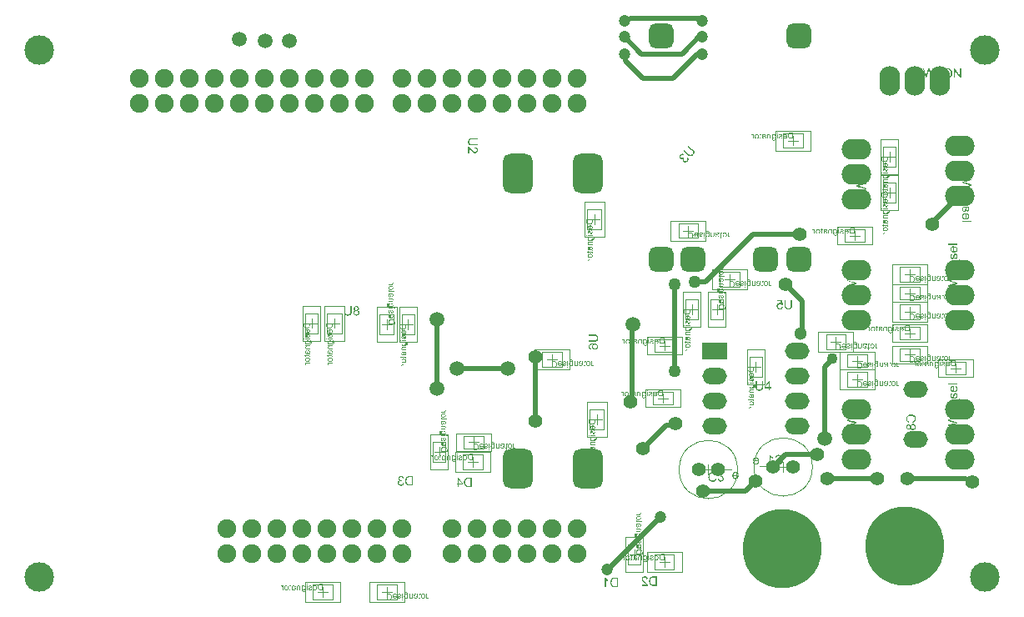
<source format=gtl>
G04*
G04 #@! TF.GenerationSoftware,Altium Limited,Altium Designer,22.5.1 (42)*
G04*
G04 Layer_Physical_Order=1*
G04 Layer_Color=255*
%FSLAX44Y44*%
%MOMM*%
G71*
G04*
G04 #@! TF.SameCoordinates,4653A562-2A09-4D4C-8BBB-8B5FA310EEDD*
G04*
G04*
G04 #@! TF.FilePolarity,Positive*
G04*
G01*
G75*
%ADD13C,0.0500*%
%ADD30C,0.5080*%
%ADD31C,1.9000*%
G04:AMPARAMS|DCode=32|XSize=2.5mm|YSize=2.5mm|CornerRadius=0.625mm|HoleSize=0mm|Usage=FLASHONLY|Rotation=90.000|XOffset=0mm|YOffset=0mm|HoleType=Round|Shape=RoundedRectangle|*
%AMROUNDEDRECTD32*
21,1,2.5000,1.2500,0,0,90.0*
21,1,1.2500,2.5000,0,0,90.0*
1,1,1.2500,0.6250,0.6250*
1,1,1.2500,0.6250,-0.6250*
1,1,1.2500,-0.6250,-0.6250*
1,1,1.2500,-0.6250,0.6250*
%
%ADD32ROUNDEDRECTD32*%
%ADD33C,3.0000*%
%ADD34C,8.0000*%
%ADD35C,1.5000*%
%ADD36C,1.1000*%
%ADD37O,3.0000X2.1000*%
%ADD38O,2.1000X3.0000*%
G04:AMPARAMS|DCode=39|XSize=4mm|YSize=3mm|CornerRadius=0.75mm|HoleSize=0mm|Usage=FLASHONLY|Rotation=270.000|XOffset=0mm|YOffset=0mm|HoleType=Round|Shape=RoundedRectangle|*
%AMROUNDEDRECTD39*
21,1,4.0000,1.5000,0,0,270.0*
21,1,2.5000,3.0000,0,0,270.0*
1,1,1.5000,-0.7500,-1.2500*
1,1,1.5000,-0.7500,1.2500*
1,1,1.5000,0.7500,1.2500*
1,1,1.5000,0.7500,-1.2500*
%
%ADD39ROUNDEDRECTD39*%
%ADD40O,2.5000X1.7000*%
%ADD41R,2.5000X1.7000*%
%ADD42O,2.5000X1.7000*%
%ADD43C,1.4000*%
%ADD44C,1.2700*%
%ADD45C,1.2000*%
%ADD46C,1.3000*%
G36*
X2232858Y841722D02*
X2232955D01*
X2233219Y841694D01*
X2233510Y841653D01*
X2233815Y841583D01*
X2234148Y841500D01*
X2234453Y841389D01*
X2234467D01*
X2234494Y841376D01*
X2234536Y841348D01*
X2234592Y841320D01*
X2234730Y841251D01*
X2234910Y841126D01*
X2235119Y840987D01*
X2235327Y840807D01*
X2235521Y840599D01*
X2235701Y840363D01*
Y840349D01*
X2235715Y840335D01*
X2235743Y840294D01*
X2235770Y840252D01*
X2235840Y840114D01*
X2235923Y839933D01*
X2236020Y839711D01*
X2236089Y839448D01*
X2236159Y839170D01*
X2236186Y838865D01*
X2234966Y838768D01*
Y838782D01*
Y838810D01*
X2234952Y838851D01*
X2234938Y838921D01*
X2234897Y839073D01*
X2234841Y839281D01*
X2234758Y839503D01*
X2234633Y839725D01*
X2234481Y839933D01*
X2234286Y840127D01*
X2234259Y840141D01*
X2234189Y840197D01*
X2234051Y840280D01*
X2233870Y840363D01*
X2233635Y840446D01*
X2233357Y840529D01*
X2233011Y840585D01*
X2232622Y840599D01*
X2232428D01*
X2232345Y840585D01*
X2232234Y840571D01*
X2231984Y840543D01*
X2231707Y840488D01*
X2231429Y840419D01*
X2231166Y840308D01*
X2231055Y840238D01*
X2230944Y840169D01*
X2230916Y840155D01*
X2230861Y840100D01*
X2230778Y840003D01*
X2230694Y839892D01*
X2230597Y839739D01*
X2230514Y839573D01*
X2230459Y839379D01*
X2230431Y839157D01*
Y839129D01*
Y839073D01*
X2230445Y838976D01*
X2230473Y838865D01*
X2230514Y838727D01*
X2230583Y838588D01*
X2230667Y838449D01*
X2230792Y838311D01*
X2230805Y838297D01*
X2230875Y838255D01*
X2230930Y838214D01*
X2230986Y838186D01*
X2231069Y838144D01*
X2231166Y838089D01*
X2231291Y838047D01*
X2231429Y837992D01*
X2231582Y837936D01*
X2231762Y837867D01*
X2231956Y837811D01*
X2232178Y837742D01*
X2232428Y837686D01*
X2232705Y837617D01*
X2232719D01*
X2232775Y837603D01*
X2232858Y837589D01*
X2232955Y837562D01*
X2233080Y837534D01*
X2233232Y837492D01*
X2233385Y837451D01*
X2233551Y837409D01*
X2233912Y837312D01*
X2234259Y837215D01*
X2234425Y837160D01*
X2234578Y837104D01*
X2234716Y837062D01*
X2234827Y837007D01*
X2234841D01*
X2234869Y836993D01*
X2234910Y836965D01*
X2234966Y836938D01*
X2235119Y836854D01*
X2235299Y836743D01*
X2235507Y836591D01*
X2235715Y836424D01*
X2235909Y836230D01*
X2236075Y836022D01*
X2236089Y835995D01*
X2236145Y835925D01*
X2236200Y835800D01*
X2236284Y835634D01*
X2236353Y835440D01*
X2236422Y835204D01*
X2236464Y834941D01*
X2236478Y834663D01*
Y834649D01*
Y834635D01*
Y834594D01*
Y834538D01*
X2236450Y834386D01*
X2236422Y834192D01*
X2236367Y833970D01*
X2236297Y833734D01*
X2236186Y833484D01*
X2236034Y833221D01*
Y833207D01*
X2236020Y833193D01*
X2235951Y833110D01*
X2235853Y832985D01*
X2235715Y832846D01*
X2235535Y832680D01*
X2235313Y832500D01*
X2235063Y832333D01*
X2234772Y832181D01*
X2234758D01*
X2234730Y832167D01*
X2234689Y832153D01*
X2234633Y832125D01*
X2234550Y832097D01*
X2234453Y832056D01*
X2234231Y832001D01*
X2233967Y831931D01*
X2233649Y831862D01*
X2233302Y831820D01*
X2232927Y831806D01*
X2232705D01*
X2232594Y831820D01*
X2232470D01*
X2232331Y831834D01*
X2232164Y831848D01*
X2231818Y831903D01*
X2231457Y831959D01*
X2231097Y832056D01*
X2230750Y832181D01*
X2230736D01*
X2230708Y832195D01*
X2230667Y832222D01*
X2230611Y832250D01*
X2230445Y832333D01*
X2230251Y832458D01*
X2230029Y832625D01*
X2229793Y832819D01*
X2229571Y833055D01*
X2229363Y833318D01*
Y833332D01*
X2229335Y833360D01*
X2229321Y833401D01*
X2229280Y833457D01*
X2229252Y833526D01*
X2229211Y833609D01*
X2229113Y833817D01*
X2229016Y834081D01*
X2228933Y834372D01*
X2228878Y834705D01*
X2228850Y835051D01*
X2230043Y835163D01*
Y835149D01*
Y835135D01*
X2230057Y835093D01*
Y835038D01*
X2230084Y834913D01*
X2230126Y834733D01*
X2230181Y834552D01*
X2230237Y834344D01*
X2230334Y834150D01*
X2230431Y833970D01*
X2230445Y833956D01*
X2230486Y833900D01*
X2230556Y833803D01*
X2230667Y833706D01*
X2230805Y833581D01*
X2230958Y833457D01*
X2231166Y833332D01*
X2231388Y833221D01*
X2231402D01*
X2231416Y833207D01*
X2231457Y833193D01*
X2231499Y833179D01*
X2231638Y833138D01*
X2231818Y833082D01*
X2232040Y833027D01*
X2232289Y832985D01*
X2232567Y832957D01*
X2232872Y832943D01*
X2232997D01*
X2233135Y832957D01*
X2233302Y832971D01*
X2233496Y832999D01*
X2233718Y833027D01*
X2233940Y833082D01*
X2234148Y833151D01*
X2234176Y833165D01*
X2234245Y833193D01*
X2234342Y833249D01*
X2234467Y833304D01*
X2234592Y833401D01*
X2234730Y833498D01*
X2234869Y833609D01*
X2234980Y833748D01*
X2234994Y833762D01*
X2235021Y833817D01*
X2235063Y833887D01*
X2235119Y833997D01*
X2235174Y834109D01*
X2235216Y834247D01*
X2235243Y834400D01*
X2235257Y834566D01*
Y834580D01*
Y834649D01*
X2235243Y834733D01*
X2235229Y834844D01*
X2235188Y834954D01*
X2235146Y835093D01*
X2235077Y835232D01*
X2234980Y835357D01*
X2234966Y835370D01*
X2234924Y835412D01*
X2234869Y835468D01*
X2234772Y835551D01*
X2234661Y835634D01*
X2234508Y835731D01*
X2234328Y835828D01*
X2234120Y835911D01*
X2234106Y835925D01*
X2234037Y835939D01*
X2233926Y835981D01*
X2233857Y835995D01*
X2233759Y836022D01*
X2233662Y836064D01*
X2233537Y836092D01*
X2233399Y836133D01*
X2233232Y836175D01*
X2233066Y836217D01*
X2232872Y836272D01*
X2232650Y836327D01*
X2232414Y836383D01*
X2232400D01*
X2232359Y836397D01*
X2232289Y836411D01*
X2232206Y836438D01*
X2232095Y836466D01*
X2231970Y836494D01*
X2231693Y836577D01*
X2231388Y836674D01*
X2231069Y836771D01*
X2230792Y836868D01*
X2230667Y836924D01*
X2230556Y836979D01*
X2230542D01*
X2230528Y836993D01*
X2230445Y837049D01*
X2230320Y837118D01*
X2230181Y837229D01*
X2230015Y837354D01*
X2229848Y837506D01*
X2229682Y837686D01*
X2229543Y837881D01*
X2229530Y837908D01*
X2229488Y837978D01*
X2229433Y838089D01*
X2229377Y838227D01*
X2229321Y838408D01*
X2229266Y838616D01*
X2229224Y838838D01*
X2229211Y839073D01*
Y839087D01*
Y839101D01*
Y839143D01*
Y839198D01*
X2229238Y839337D01*
X2229266Y839517D01*
X2229308Y839725D01*
X2229377Y839961D01*
X2229474Y840197D01*
X2229613Y840433D01*
Y840446D01*
X2229627Y840460D01*
X2229696Y840543D01*
X2229793Y840654D01*
X2229918Y840793D01*
X2230084Y840946D01*
X2230292Y841112D01*
X2230542Y841265D01*
X2230819Y841403D01*
X2230833D01*
X2230861Y841417D01*
X2230903Y841431D01*
X2230958Y841459D01*
X2231027Y841487D01*
X2231124Y841514D01*
X2231332Y841570D01*
X2231596Y841625D01*
X2231901Y841681D01*
X2232220Y841722D01*
X2232581Y841736D01*
X2232761D01*
X2232858Y841722D01*
D02*
G37*
G36*
X2276322Y831973D02*
X2275004D01*
X2269984Y839503D01*
Y831973D01*
X2268763D01*
Y841570D01*
X2270067D01*
X2275101Y834025D01*
Y841570D01*
X2276322D01*
Y831973D01*
D02*
G37*
G36*
X2247059D02*
X2245811D01*
X2243800Y839281D01*
Y839295D01*
X2243786Y839323D01*
X2243772Y839365D01*
X2243759Y839434D01*
X2243717Y839586D01*
X2243675Y839767D01*
X2243620Y839961D01*
X2243564Y840141D01*
X2243523Y840294D01*
X2243509Y840363D01*
X2243495Y840405D01*
Y840391D01*
X2243481Y840377D01*
X2243467Y840294D01*
X2243440Y840169D01*
X2243398Y840016D01*
X2243356Y839850D01*
X2243301Y839656D01*
X2243259Y839462D01*
X2243204Y839281D01*
X2241179Y831973D01*
X2239848D01*
X2237337Y841570D01*
X2238655D01*
X2240083Y835273D01*
Y835259D01*
X2240097Y835232D01*
X2240111Y835176D01*
X2240125Y835107D01*
X2240139Y835010D01*
X2240167Y834913D01*
X2240194Y834788D01*
X2240222Y834649D01*
X2240291Y834358D01*
X2240361Y834025D01*
X2240430Y833665D01*
X2240500Y833304D01*
Y833318D01*
X2240513Y833373D01*
X2240541Y833443D01*
X2240555Y833554D01*
X2240583Y833665D01*
X2240624Y833803D01*
X2240694Y834109D01*
X2240777Y834414D01*
X2240805Y834566D01*
X2240846Y834705D01*
X2240874Y834830D01*
X2240902Y834941D01*
X2240929Y835024D01*
X2240943Y835079D01*
X2242760Y841570D01*
X2244299D01*
X2245659Y836702D01*
Y836688D01*
X2245686Y836619D01*
X2245714Y836522D01*
X2245742Y836397D01*
X2245783Y836230D01*
X2245839Y836050D01*
X2245894Y835842D01*
X2245950Y835606D01*
X2246019Y835343D01*
X2246075Y835079D01*
X2246199Y834511D01*
X2246324Y833914D01*
X2246421Y833304D01*
Y833318D01*
X2246435Y833346D01*
Y833401D01*
X2246463Y833471D01*
X2246477Y833554D01*
X2246505Y833651D01*
X2246518Y833776D01*
X2246560Y833914D01*
X2246629Y834219D01*
X2246712Y834580D01*
X2246796Y834968D01*
X2246907Y835398D01*
X2248404Y841570D01*
X2249694D01*
X2247059Y831973D01*
D02*
G37*
G36*
X2262772Y841722D02*
X2262897D01*
X2263022Y841708D01*
X2263188Y841681D01*
X2263355Y841653D01*
X2263715Y841583D01*
X2264131Y841473D01*
X2264533Y841306D01*
X2264741Y841209D01*
X2264949Y841098D01*
X2264963Y841084D01*
X2264991Y841070D01*
X2265047Y841029D01*
X2265130Y840987D01*
X2265213Y840918D01*
X2265324Y840835D01*
X2265560Y840640D01*
X2265809Y840391D01*
X2266087Y840086D01*
X2266350Y839725D01*
X2266572Y839323D01*
Y839309D01*
X2266600Y839268D01*
X2266628Y839212D01*
X2266655Y839129D01*
X2266711Y839018D01*
X2266752Y838893D01*
X2266808Y838740D01*
X2266863Y838574D01*
X2266905Y838394D01*
X2266960Y838200D01*
X2267016Y837978D01*
X2267057Y837756D01*
X2267113Y837271D01*
X2267141Y836743D01*
Y836730D01*
Y836674D01*
Y836605D01*
X2267127Y836494D01*
Y836369D01*
X2267113Y836217D01*
X2267085Y836050D01*
X2267071Y835870D01*
X2267002Y835468D01*
X2266891Y835024D01*
X2266738Y834580D01*
X2266655Y834358D01*
X2266544Y834136D01*
Y834122D01*
X2266517Y834081D01*
X2266489Y834025D01*
X2266433Y833942D01*
X2266378Y833845D01*
X2266308Y833748D01*
X2266114Y833484D01*
X2265879Y833207D01*
X2265601Y832916D01*
X2265268Y832638D01*
X2264880Y832389D01*
X2264866D01*
X2264839Y832361D01*
X2264769Y832333D01*
X2264686Y832292D01*
X2264589Y832250D01*
X2264478Y832208D01*
X2264339Y832153D01*
X2264187Y832097D01*
X2264020Y832042D01*
X2263840Y831987D01*
X2263438Y831903D01*
X2263008Y831834D01*
X2262550Y831806D01*
X2262411D01*
X2262328Y831820D01*
X2262204D01*
X2262065Y831848D01*
X2261912Y831862D01*
X2261732Y831889D01*
X2261358Y831973D01*
X2260955Y832084D01*
X2260539Y832250D01*
X2260331Y832347D01*
X2260123Y832458D01*
X2260109Y832472D01*
X2260082Y832486D01*
X2260026Y832527D01*
X2259943Y832583D01*
X2259860Y832638D01*
X2259763Y832722D01*
X2259527Y832930D01*
X2259263Y833179D01*
X2258986Y833484D01*
X2258736Y833831D01*
X2258501Y834233D01*
Y834247D01*
X2258473Y834289D01*
X2258445Y834344D01*
X2258417Y834427D01*
X2258376Y834538D01*
X2258334Y834663D01*
X2258279Y834802D01*
X2258237Y834954D01*
X2258182Y835135D01*
X2258126Y835315D01*
X2258043Y835731D01*
X2257988Y836161D01*
X2257960Y836633D01*
Y836646D01*
Y836660D01*
Y836743D01*
X2257974Y836868D01*
Y837035D01*
X2258001Y837229D01*
X2258029Y837465D01*
X2258071Y837728D01*
X2258126Y838006D01*
X2258182Y838297D01*
X2258265Y838602D01*
X2258376Y838907D01*
X2258501Y839226D01*
X2258639Y839531D01*
X2258820Y839836D01*
X2259014Y840114D01*
X2259236Y840377D01*
X2259250Y840391D01*
X2259291Y840433D01*
X2259374Y840502D01*
X2259471Y840585D01*
X2259596Y840696D01*
X2259749Y840807D01*
X2259929Y840932D01*
X2260137Y841057D01*
X2260359Y841181D01*
X2260609Y841306D01*
X2260886Y841417D01*
X2261177Y841528D01*
X2261496Y841611D01*
X2261829Y841681D01*
X2262176Y841722D01*
X2262550Y841736D01*
X2262675D01*
X2262772Y841722D01*
D02*
G37*
G36*
X2257447Y829310D02*
X2249639D01*
Y830156D01*
X2257447D01*
Y829310D01*
D02*
G37*
G36*
X2089859Y775728D02*
X2089073D01*
Y776625D01*
X2089859D01*
Y775728D01*
D02*
G37*
G36*
X2086392Y774961D02*
X2086596Y774924D01*
X2086781Y774868D01*
X2086938Y774813D01*
X2087067Y774757D01*
X2087160Y774702D01*
X2087197Y774683D01*
X2087224Y774665D01*
X2087233Y774656D01*
X2087243D01*
X2087400Y774535D01*
X2087539Y774387D01*
X2087659Y774249D01*
X2087760Y774110D01*
X2087834Y773981D01*
X2087890Y773879D01*
X2087908Y773842D01*
X2087927Y773814D01*
X2087936Y773796D01*
Y773786D01*
X2088019Y773574D01*
X2088075Y773361D01*
X2088121Y773158D01*
X2088149Y772973D01*
X2088167Y772806D01*
Y772742D01*
X2088177Y772677D01*
Y772631D01*
Y772594D01*
Y772575D01*
Y772566D01*
X2088167Y772390D01*
X2088158Y772215D01*
X2088093Y771900D01*
X2088056Y771752D01*
X2088010Y771623D01*
X2087964Y771494D01*
X2087918Y771383D01*
X2087872Y771272D01*
X2087825Y771179D01*
X2087779Y771105D01*
X2087742Y771031D01*
X2087705Y770985D01*
X2087677Y770939D01*
X2087668Y770920D01*
X2087659Y770911D01*
X2087557Y770791D01*
X2087446Y770689D01*
X2087326Y770597D01*
X2087206Y770514D01*
X2087076Y770449D01*
X2086956Y770393D01*
X2086836Y770347D01*
X2086716Y770310D01*
X2086605Y770282D01*
X2086503Y770264D01*
X2086411Y770245D01*
X2086328Y770236D01*
X2086263D01*
X2086216Y770227D01*
X2086170D01*
X2086032Y770236D01*
X2085893Y770255D01*
X2085764Y770282D01*
X2085643Y770319D01*
X2085431Y770421D01*
X2085237Y770532D01*
X2085163Y770587D01*
X2085089Y770643D01*
X2085024Y770698D01*
X2084978Y770745D01*
X2084941Y770782D01*
X2084913Y770809D01*
X2084894Y770828D01*
X2084885Y770837D01*
Y770698D01*
Y770578D01*
X2084894Y770458D01*
Y770356D01*
Y770264D01*
X2084904Y770181D01*
Y770107D01*
X2084913Y770042D01*
X2084922Y769949D01*
X2084931Y769875D01*
X2084941Y769838D01*
Y769829D01*
X2084987Y769691D01*
X2085052Y769570D01*
X2085116Y769469D01*
X2085181Y769376D01*
X2085246Y769312D01*
X2085301Y769256D01*
X2085338Y769228D01*
X2085347Y769219D01*
X2085468Y769145D01*
X2085606Y769090D01*
X2085745Y769053D01*
X2085874Y769025D01*
X2086004Y769006D01*
X2086096Y768997D01*
X2086189D01*
X2086364Y769006D01*
X2086531Y769034D01*
X2086669Y769071D01*
X2086781Y769117D01*
X2086873Y769154D01*
X2086938Y769191D01*
X2086975Y769219D01*
X2086993Y769228D01*
X2087067Y769293D01*
X2087123Y769376D01*
X2087169Y769460D01*
X2087206Y769543D01*
X2087224Y769626D01*
X2087243Y769691D01*
X2087252Y769728D01*
Y769746D01*
X2088019Y769848D01*
Y769709D01*
X2088001Y769589D01*
X2087982Y769469D01*
X2087955Y769358D01*
X2087872Y769164D01*
X2087779Y769006D01*
X2087687Y768886D01*
X2087613Y768803D01*
X2087548Y768748D01*
X2087539Y768738D01*
X2087529Y768729D01*
X2087326Y768600D01*
X2087104Y768507D01*
X2086882Y768443D01*
X2086669Y768396D01*
X2086568Y768378D01*
X2086475Y768369D01*
X2086401Y768359D01*
X2086328D01*
X2086272Y768350D01*
X2086189D01*
X2085939Y768359D01*
X2085708Y768396D01*
X2085505Y768433D01*
X2085338Y768489D01*
X2085199Y768535D01*
X2085144Y768553D01*
X2085098Y768581D01*
X2085061Y768590D01*
X2085033Y768609D01*
X2085024Y768618D01*
X2085015D01*
X2084848Y768720D01*
X2084700Y768840D01*
X2084580Y768960D01*
X2084478Y769071D01*
X2084404Y769173D01*
X2084358Y769256D01*
X2084321Y769312D01*
X2084312Y769321D01*
Y769330D01*
X2084275Y769423D01*
X2084238Y769524D01*
X2084210Y769635D01*
X2084182Y769755D01*
X2084146Y770014D01*
X2084118Y770264D01*
X2084108Y770384D01*
X2084099Y770495D01*
Y770597D01*
X2084090Y770680D01*
Y770754D01*
Y770809D01*
Y770846D01*
Y770856D01*
Y774868D01*
X2084811D01*
Y774295D01*
X2084913Y774415D01*
X2085024Y774517D01*
X2085135Y774609D01*
X2085246Y774683D01*
X2085366Y774748D01*
X2085477Y774803D01*
X2085588Y774850D01*
X2085690Y774887D01*
X2085791Y774914D01*
X2085884Y774933D01*
X2085967Y774951D01*
X2086032Y774961D01*
X2086087Y774970D01*
X2086170D01*
X2086392Y774961D01*
D02*
G37*
G36*
X2076185D02*
X2076379Y774942D01*
X2076564Y774914D01*
X2076712Y774887D01*
X2076841Y774859D01*
X2076934Y774831D01*
X2076971Y774822D01*
X2076999Y774813D01*
X2077008Y774803D01*
X2077017D01*
X2077174Y774739D01*
X2077313Y774656D01*
X2077433Y774582D01*
X2077535Y774508D01*
X2077609Y774434D01*
X2077664Y774378D01*
X2077701Y774341D01*
X2077711Y774332D01*
X2077794Y774212D01*
X2077868Y774082D01*
X2077923Y773953D01*
X2077969Y773833D01*
X2078006Y773712D01*
X2078034Y773629D01*
X2078043Y773592D01*
Y773565D01*
X2078053Y773555D01*
Y773546D01*
X2077285Y773444D01*
X2077230Y773611D01*
X2077174Y773759D01*
X2077110Y773879D01*
X2077054Y773971D01*
X2076999Y774045D01*
X2076952Y774091D01*
X2076915Y774119D01*
X2076906Y774128D01*
X2076795Y774193D01*
X2076666Y774239D01*
X2076527Y774276D01*
X2076398Y774295D01*
X2076268Y774313D01*
X2076176Y774323D01*
X2076083D01*
X2075871Y774313D01*
X2075686Y774286D01*
X2075538Y774239D01*
X2075408Y774193D01*
X2075316Y774138D01*
X2075242Y774101D01*
X2075196Y774064D01*
X2075186Y774054D01*
X2075112Y773971D01*
X2075057Y773870D01*
X2075011Y773759D01*
X2074983Y773648D01*
X2074965Y773546D01*
X2074955Y773454D01*
Y773398D01*
Y773389D01*
Y773380D01*
Y773361D01*
Y773324D01*
Y773259D01*
X2074965Y773204D01*
Y773185D01*
Y773176D01*
X2075057Y773148D01*
X2075159Y773121D01*
X2075371Y773065D01*
X2075612Y773019D01*
X2075834Y772973D01*
X2075945Y772954D01*
X2076046Y772945D01*
X2076139Y772927D01*
X2076213Y772917D01*
X2076277Y772908D01*
X2076324D01*
X2076361Y772899D01*
X2076370D01*
X2076536Y772880D01*
X2076675Y772853D01*
X2076795Y772834D01*
X2076888Y772816D01*
X2076962Y772806D01*
X2077017Y772788D01*
X2077054Y772779D01*
X2077063D01*
X2077184Y772742D01*
X2077285Y772705D01*
X2077387Y772658D01*
X2077470Y772622D01*
X2077544Y772585D01*
X2077590Y772548D01*
X2077627Y772529D01*
X2077637Y772520D01*
X2077729Y772455D01*
X2077803Y772381D01*
X2077877Y772307D01*
X2077932Y772233D01*
X2077979Y772168D01*
X2078016Y772113D01*
X2078034Y772076D01*
X2078043Y772067D01*
X2078090Y771965D01*
X2078127Y771854D01*
X2078154Y771752D01*
X2078173Y771651D01*
X2078182Y771568D01*
X2078191Y771503D01*
Y771466D01*
Y771447D01*
X2078182Y771336D01*
X2078173Y771244D01*
X2078127Y771050D01*
X2078062Y770892D01*
X2077988Y770754D01*
X2077914Y770643D01*
X2077849Y770560D01*
X2077803Y770514D01*
X2077784Y770495D01*
X2077618Y770375D01*
X2077433Y770282D01*
X2077230Y770218D01*
X2077045Y770171D01*
X2076878Y770144D01*
X2076805Y770134D01*
X2076740D01*
X2076684Y770125D01*
X2076610D01*
X2076444Y770134D01*
X2076277Y770153D01*
X2076130Y770171D01*
X2076000Y770199D01*
X2075898Y770227D01*
X2075815Y770255D01*
X2075760Y770264D01*
X2075741Y770273D01*
X2075584Y770338D01*
X2075436Y770421D01*
X2075297Y770514D01*
X2075159Y770597D01*
X2075048Y770680D01*
X2074965Y770745D01*
X2074909Y770791D01*
X2074900Y770809D01*
X2074891D01*
X2074872Y770689D01*
X2074854Y770578D01*
X2074835Y770477D01*
X2074807Y770393D01*
X2074780Y770319D01*
X2074761Y770273D01*
X2074752Y770236D01*
X2074743Y770227D01*
X2073920D01*
X2073966Y770329D01*
X2074012Y770430D01*
X2074049Y770523D01*
X2074068Y770606D01*
X2074095Y770680D01*
X2074105Y770735D01*
X2074114Y770772D01*
Y770782D01*
X2074123Y770846D01*
X2074133Y770929D01*
Y771022D01*
X2074142Y771124D01*
X2074151Y771355D01*
Y771586D01*
X2074160Y771808D01*
Y771910D01*
Y771993D01*
Y772067D01*
Y772122D01*
Y772159D01*
Y772168D01*
Y773222D01*
Y773398D01*
X2074169Y773555D01*
X2074179Y773676D01*
Y773777D01*
X2074188Y773851D01*
X2074197Y773907D01*
X2074207Y773934D01*
Y773944D01*
X2074234Y774064D01*
X2074271Y774165D01*
X2074308Y774249D01*
X2074354Y774332D01*
X2074391Y774387D01*
X2074419Y774434D01*
X2074438Y774461D01*
X2074447Y774471D01*
X2074521Y774545D01*
X2074604Y774619D01*
X2074697Y774674D01*
X2074789Y774730D01*
X2074872Y774766D01*
X2074937Y774794D01*
X2074983Y774813D01*
X2075002Y774822D01*
X2075150Y774868D01*
X2075307Y774905D01*
X2075464Y774933D01*
X2075621Y774951D01*
X2075760Y774961D01*
X2075861Y774970D01*
X2075963D01*
X2076185Y774961D01*
D02*
G37*
G36*
X2072820Y776015D02*
Y774868D01*
X2073402D01*
Y774258D01*
X2072820D01*
Y771577D01*
Y771447D01*
Y771336D01*
X2072810Y771235D01*
X2072801Y771133D01*
Y771050D01*
X2072792Y770976D01*
X2072773Y770856D01*
X2072755Y770763D01*
X2072746Y770698D01*
X2072727Y770661D01*
Y770652D01*
X2072690Y770569D01*
X2072635Y770504D01*
X2072579Y770440D01*
X2072533Y770393D01*
X2072478Y770347D01*
X2072441Y770319D01*
X2072413Y770301D01*
X2072404Y770292D01*
X2072302Y770245D01*
X2072200Y770218D01*
X2072089Y770190D01*
X2071978Y770181D01*
X2071886Y770171D01*
X2071812Y770162D01*
X2071738D01*
X2071534Y770171D01*
X2071433Y770181D01*
X2071340Y770199D01*
X2071257Y770208D01*
X2071192Y770218D01*
X2071155Y770227D01*
X2071137D01*
X2071239Y770920D01*
X2071313Y770911D01*
X2071387Y770902D01*
X2071451D01*
X2071497Y770892D01*
X2071590D01*
X2071710Y770902D01*
X2071793Y770920D01*
X2071840Y770939D01*
X2071858Y770948D01*
X2071923Y770994D01*
X2071960Y771040D01*
X2071987Y771077D01*
X2071997Y771096D01*
X2072006Y771142D01*
X2072015Y771207D01*
X2072025Y771355D01*
X2072034Y771420D01*
Y771475D01*
Y771512D01*
Y771531D01*
Y774258D01*
X2071239D01*
Y774868D01*
X2072034D01*
Y776486D01*
X2072820Y776015D01*
D02*
G37*
G36*
X2097589Y774961D02*
X2097755Y774942D01*
X2097912Y774914D01*
X2098060Y774868D01*
X2098199Y774822D01*
X2098328Y774766D01*
X2098448Y774711D01*
X2098550Y774646D01*
X2098652Y774591D01*
X2098735Y774526D01*
X2098809Y774471D01*
X2098864Y774424D01*
X2098911Y774378D01*
X2098948Y774350D01*
X2098966Y774332D01*
X2098975Y774323D01*
X2099077Y774193D01*
X2099170Y774054D01*
X2099253Y773916D01*
X2099327Y773768D01*
X2099382Y773611D01*
X2099429Y773463D01*
X2099502Y773167D01*
X2099530Y773037D01*
X2099549Y772908D01*
X2099558Y772797D01*
X2099567Y772695D01*
X2099576Y772612D01*
Y772557D01*
Y772511D01*
Y772501D01*
X2099567Y772298D01*
X2099549Y772104D01*
X2099521Y771919D01*
X2099484Y771752D01*
X2099438Y771595D01*
X2099391Y771447D01*
X2099336Y771318D01*
X2099281Y771198D01*
X2099225Y771096D01*
X2099170Y771003D01*
X2099123Y770929D01*
X2099077Y770865D01*
X2099040Y770809D01*
X2099012Y770772D01*
X2098994Y770754D01*
X2098985Y770745D01*
X2098864Y770634D01*
X2098744Y770541D01*
X2098615Y770458D01*
X2098476Y770384D01*
X2098347Y770329D01*
X2098208Y770273D01*
X2097949Y770199D01*
X2097829Y770181D01*
X2097718Y770162D01*
X2097616Y770144D01*
X2097533Y770134D01*
X2097468Y770125D01*
X2097367D01*
X2097080Y770144D01*
X2096821Y770190D01*
X2096590Y770245D01*
X2096498Y770282D01*
X2096405Y770319D01*
X2096322Y770356D01*
X2096248Y770393D01*
X2096192Y770421D01*
X2096137Y770449D01*
X2096100Y770477D01*
X2096072Y770495D01*
X2096054Y770514D01*
X2096045D01*
X2095860Y770680D01*
X2095712Y770856D01*
X2095582Y771040D01*
X2095490Y771216D01*
X2095416Y771373D01*
X2095388Y771447D01*
X2095360Y771503D01*
X2095342Y771558D01*
X2095333Y771595D01*
X2095323Y771614D01*
Y771623D01*
X2096137Y771725D01*
X2096211Y771549D01*
X2096294Y771401D01*
X2096377Y771272D01*
X2096451Y771170D01*
X2096516Y771096D01*
X2096572Y771040D01*
X2096618Y771003D01*
X2096627Y770994D01*
X2096747Y770920D01*
X2096867Y770865D01*
X2096997Y770828D01*
X2097108Y770800D01*
X2097209Y770782D01*
X2097293Y770772D01*
X2097367D01*
X2097478Y770782D01*
X2097579Y770791D01*
X2097764Y770837D01*
X2097931Y770902D01*
X2098079Y770976D01*
X2098190Y771040D01*
X2098273Y771105D01*
X2098328Y771151D01*
X2098338Y771170D01*
X2098347D01*
X2098476Y771336D01*
X2098578Y771521D01*
X2098652Y771725D01*
X2098707Y771910D01*
X2098735Y772076D01*
X2098754Y772150D01*
X2098763Y772215D01*
Y772270D01*
X2098772Y772307D01*
Y772335D01*
Y772344D01*
X2095305D01*
X2095296Y772437D01*
Y772501D01*
Y772538D01*
Y772548D01*
X2095305Y772760D01*
X2095323Y772954D01*
X2095351Y773139D01*
X2095388Y773315D01*
X2095434Y773472D01*
X2095481Y773620D01*
X2095536Y773749D01*
X2095591Y773870D01*
X2095647Y773981D01*
X2095703Y774073D01*
X2095749Y774147D01*
X2095795Y774212D01*
X2095832Y774267D01*
X2095860Y774304D01*
X2095878Y774323D01*
X2095887Y774332D01*
X2095998Y774443D01*
X2096118Y774545D01*
X2096248Y774628D01*
X2096377Y774702D01*
X2096507Y774766D01*
X2096627Y774813D01*
X2096756Y774859D01*
X2096867Y774887D01*
X2096988Y774914D01*
X2097089Y774933D01*
X2097182Y774951D01*
X2097256Y774961D01*
X2097321Y774970D01*
X2097413D01*
X2097589Y774961D01*
D02*
G37*
G36*
X2105660Y770227D02*
X2103358D01*
X2103145Y770236D01*
X2102951Y770245D01*
X2102775Y770264D01*
X2102627Y770282D01*
X2102498Y770301D01*
X2102406Y770310D01*
X2102378Y770319D01*
X2102350Y770329D01*
X2102332D01*
X2102165Y770375D01*
X2102017Y770430D01*
X2101888Y770477D01*
X2101777Y770532D01*
X2101684Y770578D01*
X2101620Y770615D01*
X2101583Y770643D01*
X2101564Y770652D01*
X2101444Y770735D01*
X2101342Y770837D01*
X2101241Y770929D01*
X2101157Y771022D01*
X2101083Y771105D01*
X2101028Y771170D01*
X2100991Y771216D01*
X2100982Y771235D01*
X2100889Y771383D01*
X2100797Y771540D01*
X2100723Y771688D01*
X2100667Y771836D01*
X2100612Y771965D01*
X2100575Y772067D01*
X2100566Y772104D01*
X2100556Y772132D01*
X2100547Y772150D01*
Y772159D01*
X2100492Y772381D01*
X2100446Y772603D01*
X2100418Y772816D01*
X2100390Y773019D01*
X2100381Y773195D01*
Y773269D01*
X2100372Y773333D01*
Y773380D01*
Y773426D01*
Y773444D01*
Y773454D01*
X2100381Y773768D01*
X2100408Y774054D01*
X2100455Y774313D01*
X2100473Y774434D01*
X2100501Y774535D01*
X2100529Y774637D01*
X2100547Y774720D01*
X2100566Y774794D01*
X2100593Y774859D01*
X2100603Y774914D01*
X2100621Y774951D01*
X2100630Y774970D01*
Y774979D01*
X2100732Y775219D01*
X2100852Y775432D01*
X2100982Y775617D01*
X2101102Y775774D01*
X2101213Y775904D01*
X2101305Y775996D01*
X2101342Y776024D01*
X2101370Y776052D01*
X2101379Y776061D01*
X2101389Y776070D01*
X2101537Y776190D01*
X2101694Y776283D01*
X2101851Y776366D01*
X2101999Y776431D01*
X2102128Y776477D01*
X2102230Y776505D01*
X2102267Y776523D01*
X2102295D01*
X2102313Y776532D01*
X2102322D01*
X2102480Y776560D01*
X2102664Y776588D01*
X2102849Y776606D01*
X2103034Y776616D01*
X2103201Y776625D01*
X2105660D01*
Y770227D01*
D02*
G37*
G36*
X2089859D02*
X2089073D01*
Y774868D01*
X2089859D01*
Y770227D01*
D02*
G37*
G36*
X2080900Y774961D02*
X2081067Y774933D01*
X2081215Y774896D01*
X2081363Y774850D01*
X2081492Y774794D01*
X2081612Y774730D01*
X2081723Y774656D01*
X2081816Y774591D01*
X2081908Y774517D01*
X2081982Y774443D01*
X2082047Y774378D01*
X2082102Y774323D01*
X2082139Y774276D01*
X2082167Y774239D01*
X2082185Y774212D01*
X2082195Y774202D01*
Y774868D01*
X2082897D01*
Y770227D01*
X2082112D01*
Y772751D01*
Y772908D01*
X2082093Y773065D01*
X2082074Y773195D01*
X2082056Y773315D01*
X2082028Y773426D01*
X2082000Y773528D01*
X2081964Y773620D01*
X2081927Y773694D01*
X2081899Y773759D01*
X2081862Y773814D01*
X2081834Y773860D01*
X2081806Y773897D01*
X2081769Y773944D01*
X2081751Y773962D01*
X2081612Y774073D01*
X2081464Y774147D01*
X2081316Y774202D01*
X2081187Y774249D01*
X2081067Y774267D01*
X2080974Y774276D01*
X2080937Y774286D01*
X2080891D01*
X2080780Y774276D01*
X2080669Y774267D01*
X2080577Y774239D01*
X2080503Y774212D01*
X2080438Y774184D01*
X2080383Y774165D01*
X2080355Y774147D01*
X2080345Y774138D01*
X2080262Y774082D01*
X2080188Y774018D01*
X2080133Y773953D01*
X2080087Y773897D01*
X2080059Y773842D01*
X2080031Y773796D01*
X2080013Y773768D01*
Y773759D01*
X2079985Y773657D01*
X2079957Y773546D01*
X2079939Y773426D01*
X2079930Y773306D01*
X2079920Y773204D01*
Y773121D01*
Y773056D01*
Y773047D01*
Y773037D01*
Y770227D01*
X2079134D01*
Y773074D01*
Y773269D01*
X2079144Y773426D01*
X2079153Y773555D01*
Y773666D01*
X2079162Y773740D01*
X2079171Y773796D01*
X2079181Y773833D01*
Y773842D01*
X2079208Y773962D01*
X2079255Y774073D01*
X2079292Y774165D01*
X2079328Y774258D01*
X2079375Y774323D01*
X2079402Y774369D01*
X2079421Y774406D01*
X2079430Y774415D01*
X2079504Y774508D01*
X2079587Y774582D01*
X2079671Y774656D01*
X2079763Y774711D01*
X2079837Y774757D01*
X2079902Y774785D01*
X2079939Y774803D01*
X2079957Y774813D01*
X2080087Y774868D01*
X2080225Y774905D01*
X2080355Y774933D01*
X2080475Y774951D01*
X2080577Y774961D01*
X2080651Y774970D01*
X2080725D01*
X2080900Y774961D01*
D02*
G37*
G36*
X2063888D02*
X2063981Y774942D01*
X2064073Y774914D01*
X2064147Y774887D01*
X2064203Y774859D01*
X2064258Y774831D01*
X2064286Y774813D01*
X2064295Y774803D01*
X2064378Y774730D01*
X2064462Y774637D01*
X2064545Y774526D01*
X2064619Y774424D01*
X2064693Y774323D01*
X2064739Y774239D01*
X2064776Y774175D01*
X2064785Y774165D01*
Y774868D01*
X2065497D01*
Y770227D01*
X2064711D01*
Y772649D01*
X2064702Y772834D01*
X2064693Y773000D01*
X2064674Y773158D01*
X2064646Y773296D01*
X2064619Y773407D01*
X2064600Y773491D01*
X2064591Y773546D01*
X2064582Y773565D01*
X2064545Y773666D01*
X2064499Y773749D01*
X2064452Y773823D01*
X2064406Y773888D01*
X2064360Y773934D01*
X2064332Y773971D01*
X2064304Y773990D01*
X2064295Y773999D01*
X2064221Y774054D01*
X2064138Y774091D01*
X2064055Y774119D01*
X2063990Y774138D01*
X2063925Y774147D01*
X2063879Y774156D01*
X2063833D01*
X2063731Y774147D01*
X2063629Y774128D01*
X2063528Y774101D01*
X2063445Y774073D01*
X2063371Y774045D01*
X2063315Y774018D01*
X2063278Y773999D01*
X2063269Y773990D01*
X2062982Y774711D01*
X2063139Y774794D01*
X2063287Y774859D01*
X2063417Y774905D01*
X2063537Y774942D01*
X2063639Y774961D01*
X2063722Y774970D01*
X2063787D01*
X2063888Y774961D01*
D02*
G37*
G36*
X2093077Y774951D02*
X2093188Y774942D01*
X2093289Y774924D01*
X2093373Y774905D01*
X2093437Y774887D01*
X2093474Y774877D01*
X2093493Y774868D01*
X2093604Y774831D01*
X2093705Y774794D01*
X2093789Y774757D01*
X2093863Y774720D01*
X2093918Y774693D01*
X2093955Y774665D01*
X2093983Y774656D01*
X2093992Y774646D01*
X2094084Y774582D01*
X2094158Y774508D01*
X2094223Y774424D01*
X2094279Y774360D01*
X2094325Y774295D01*
X2094353Y774249D01*
X2094371Y774212D01*
X2094380Y774202D01*
X2094427Y774101D01*
X2094464Y774008D01*
X2094482Y773907D01*
X2094501Y773823D01*
X2094510Y773740D01*
X2094519Y773685D01*
Y773648D01*
Y773629D01*
X2094510Y773500D01*
X2094491Y773389D01*
X2094464Y773278D01*
X2094436Y773185D01*
X2094408Y773111D01*
X2094380Y773047D01*
X2094362Y773010D01*
X2094353Y773000D01*
X2094279Y772899D01*
X2094196Y772816D01*
X2094112Y772742D01*
X2094029Y772677D01*
X2093955Y772631D01*
X2093900Y772594D01*
X2093863Y772575D01*
X2093844Y772566D01*
X2093779Y772538D01*
X2093696Y772501D01*
X2093511Y772437D01*
X2093317Y772381D01*
X2093114Y772316D01*
X2092938Y772270D01*
X2092855Y772242D01*
X2092781Y772224D01*
X2092725Y772205D01*
X2092679Y772196D01*
X2092651Y772187D01*
X2092642D01*
X2092522Y772159D01*
X2092420Y772132D01*
X2092328Y772104D01*
X2092245Y772076D01*
X2092171Y772057D01*
X2092106Y772030D01*
X2091995Y771993D01*
X2091921Y771965D01*
X2091875Y771937D01*
X2091847Y771928D01*
X2091838Y771919D01*
X2091755Y771863D01*
X2091699Y771789D01*
X2091653Y771725D01*
X2091625Y771660D01*
X2091607Y771595D01*
X2091597Y771549D01*
Y771512D01*
Y771503D01*
X2091607Y771392D01*
X2091634Y771299D01*
X2091681Y771207D01*
X2091727Y771133D01*
X2091782Y771068D01*
X2091819Y771022D01*
X2091856Y770994D01*
X2091866Y770985D01*
X2091976Y770911D01*
X2092097Y770865D01*
X2092235Y770828D01*
X2092365Y770800D01*
X2092485Y770782D01*
X2092578Y770772D01*
X2092670D01*
X2092864Y770782D01*
X2093031Y770809D01*
X2093169Y770846D01*
X2093289Y770892D01*
X2093382Y770939D01*
X2093456Y770976D01*
X2093493Y771003D01*
X2093511Y771013D01*
X2093613Y771114D01*
X2093696Y771235D01*
X2093752Y771355D01*
X2093798Y771466D01*
X2093835Y771568D01*
X2093853Y771660D01*
X2093872Y771715D01*
Y771725D01*
Y771734D01*
X2094648Y771614D01*
X2094584Y771355D01*
X2094501Y771124D01*
X2094399Y770939D01*
X2094297Y770782D01*
X2094205Y770652D01*
X2094122Y770569D01*
X2094066Y770514D01*
X2094057Y770504D01*
X2094048Y770495D01*
X2093955Y770430D01*
X2093853Y770375D01*
X2093631Y770282D01*
X2093400Y770218D01*
X2093178Y770171D01*
X2093077Y770153D01*
X2092984Y770144D01*
X2092892Y770134D01*
X2092818D01*
X2092753Y770125D01*
X2092670D01*
X2092466Y770134D01*
X2092291Y770153D01*
X2092124Y770181D01*
X2091976Y770218D01*
X2091856Y770255D01*
X2091764Y770282D01*
X2091708Y770301D01*
X2091699Y770310D01*
X2091690D01*
X2091533Y770393D01*
X2091403Y770477D01*
X2091292Y770569D01*
X2091191Y770652D01*
X2091117Y770726D01*
X2091070Y770791D01*
X2091033Y770828D01*
X2091024Y770846D01*
X2090950Y770976D01*
X2090895Y771114D01*
X2090849Y771235D01*
X2090821Y771346D01*
X2090802Y771447D01*
X2090793Y771521D01*
Y771568D01*
Y771586D01*
X2090802Y771734D01*
X2090821Y771863D01*
X2090858Y771974D01*
X2090885Y772076D01*
X2090923Y772159D01*
X2090959Y772215D01*
X2090978Y772252D01*
X2090987Y772261D01*
X2091061Y772353D01*
X2091144Y772437D01*
X2091228Y772511D01*
X2091311Y772566D01*
X2091394Y772612D01*
X2091449Y772640D01*
X2091487Y772658D01*
X2091505Y772668D01*
X2091570Y772695D01*
X2091644Y772723D01*
X2091819Y772788D01*
X2092014Y772853D01*
X2092208Y772908D01*
X2092383Y772964D01*
X2092466Y772982D01*
X2092531Y773000D01*
X2092587Y773019D01*
X2092633Y773028D01*
X2092661Y773037D01*
X2092670D01*
X2092772Y773065D01*
X2092864Y773093D01*
X2092947Y773111D01*
X2093021Y773139D01*
X2093141Y773167D01*
X2093234Y773195D01*
X2093299Y773222D01*
X2093336Y773232D01*
X2093354Y773241D01*
X2093363D01*
X2093437Y773278D01*
X2093502Y773306D01*
X2093557Y773343D01*
X2093595Y773370D01*
X2093631Y773398D01*
X2093650Y773426D01*
X2093659Y773435D01*
X2093669Y773444D01*
X2093724Y773537D01*
X2093752Y773629D01*
Y773666D01*
X2093761Y773694D01*
Y773712D01*
Y773722D01*
X2093752Y773805D01*
X2093724Y773888D01*
X2093687Y773962D01*
X2093641Y774018D01*
X2093604Y774073D01*
X2093567Y774110D01*
X2093539Y774128D01*
X2093530Y774138D01*
X2093428Y774202D01*
X2093308Y774249D01*
X2093178Y774276D01*
X2093058Y774304D01*
X2092938Y774313D01*
X2092846Y774323D01*
X2092753D01*
X2092596Y774313D01*
X2092448Y774295D01*
X2092328Y774258D01*
X2092235Y774221D01*
X2092152Y774184D01*
X2092097Y774147D01*
X2092060Y774128D01*
X2092050Y774119D01*
X2091958Y774036D01*
X2091893Y773944D01*
X2091838Y773851D01*
X2091792Y773768D01*
X2091764Y773685D01*
X2091745Y773620D01*
X2091736Y773583D01*
Y773565D01*
X2090969Y773666D01*
X2091006Y773823D01*
X2091043Y773962D01*
X2091089Y774082D01*
X2091135Y774193D01*
X2091181Y774267D01*
X2091218Y774332D01*
X2091237Y774369D01*
X2091246Y774378D01*
X2091329Y774471D01*
X2091422Y774554D01*
X2091523Y774628D01*
X2091625Y774693D01*
X2091718Y774739D01*
X2091792Y774776D01*
X2091838Y774794D01*
X2091847Y774803D01*
X2091856D01*
X2092014Y774859D01*
X2092180Y774896D01*
X2092337Y774933D01*
X2092485Y774951D01*
X2092624Y774961D01*
X2092725Y774970D01*
X2092947D01*
X2093077Y774951D01*
D02*
G37*
G36*
X2068742Y774961D02*
X2068890Y774951D01*
X2069177Y774887D01*
X2069427Y774803D01*
X2069537Y774757D01*
X2069639Y774711D01*
X2069732Y774665D01*
X2069806Y774619D01*
X2069879Y774572D01*
X2069935Y774535D01*
X2069981Y774498D01*
X2070018Y774471D01*
X2070037Y774461D01*
X2070046Y774452D01*
X2070175Y774332D01*
X2070277Y774193D01*
X2070379Y774045D01*
X2070453Y773897D01*
X2070527Y773740D01*
X2070582Y773574D01*
X2070628Y773417D01*
X2070665Y773269D01*
X2070702Y773121D01*
X2070721Y772991D01*
X2070739Y772862D01*
X2070749Y772760D01*
Y772668D01*
X2070758Y772603D01*
Y772566D01*
Y772548D01*
X2070749Y772335D01*
X2070730Y772132D01*
X2070702Y771946D01*
X2070665Y771771D01*
X2070619Y771614D01*
X2070573Y771466D01*
X2070517Y771327D01*
X2070462Y771207D01*
X2070406Y771096D01*
X2070351Y771003D01*
X2070305Y770929D01*
X2070259Y770865D01*
X2070222Y770809D01*
X2070194Y770772D01*
X2070175Y770754D01*
X2070166Y770745D01*
X2070046Y770634D01*
X2069926Y770541D01*
X2069796Y770458D01*
X2069667Y770384D01*
X2069537Y770329D01*
X2069399Y770273D01*
X2069149Y770199D01*
X2069038Y770181D01*
X2068927Y770162D01*
X2068835Y770144D01*
X2068752Y770134D01*
X2068678Y770125D01*
X2068585D01*
X2068363Y770134D01*
X2068160Y770171D01*
X2067966Y770218D01*
X2067809Y770264D01*
X2067670Y770319D01*
X2067614Y770338D01*
X2067568Y770356D01*
X2067522Y770375D01*
X2067494Y770393D01*
X2067485Y770403D01*
X2067476D01*
X2067291Y770523D01*
X2067134Y770652D01*
X2066995Y770782D01*
X2066884Y770911D01*
X2066801Y771022D01*
X2066736Y771114D01*
X2066718Y771151D01*
X2066699Y771179D01*
X2066690Y771188D01*
Y771198D01*
X2066597Y771410D01*
X2066533Y771641D01*
X2066477Y771873D01*
X2066449Y772104D01*
X2066431Y772205D01*
Y772298D01*
X2066422Y772390D01*
X2066412Y772464D01*
Y772529D01*
Y772575D01*
Y772603D01*
Y772612D01*
X2066422Y772816D01*
X2066440Y773000D01*
X2066468Y773176D01*
X2066505Y773343D01*
X2066551Y773500D01*
X2066607Y773639D01*
X2066662Y773777D01*
X2066718Y773888D01*
X2066773Y773990D01*
X2066828Y774082D01*
X2066884Y774165D01*
X2066930Y774230D01*
X2066967Y774276D01*
X2066995Y774313D01*
X2067013Y774332D01*
X2067023Y774341D01*
X2067143Y774452D01*
X2067263Y774545D01*
X2067392Y774637D01*
X2067522Y774702D01*
X2067651Y774766D01*
X2067781Y774813D01*
X2068030Y774896D01*
X2068151Y774914D01*
X2068252Y774933D01*
X2068345Y774951D01*
X2068428Y774961D01*
X2068493Y774970D01*
X2068585D01*
X2068742Y774961D01*
D02*
G37*
G36*
X1785223Y769614D02*
X1779676D01*
X1779662D01*
X1779621D01*
X1779551D01*
X1779468D01*
X1779371Y769600D01*
X1779246D01*
X1778983Y769586D01*
X1778678Y769559D01*
X1778372Y769517D01*
X1778081Y769462D01*
X1777956Y769434D01*
X1777832Y769392D01*
X1777804Y769378D01*
X1777734Y769351D01*
X1777637Y769281D01*
X1777499Y769198D01*
X1777360Y769101D01*
X1777207Y768962D01*
X1777055Y768796D01*
X1776930Y768602D01*
X1776916Y768574D01*
X1776875Y768505D01*
X1776833Y768380D01*
X1776777Y768213D01*
X1776708Y768019D01*
X1776667Y767770D01*
X1776625Y767506D01*
X1776611Y767215D01*
Y767076D01*
X1776625Y766993D01*
Y766868D01*
X1776639Y766743D01*
X1776694Y766438D01*
X1776764Y766105D01*
X1776875Y765786D01*
X1777027Y765481D01*
X1777124Y765343D01*
X1777235Y765218D01*
X1777249Y765204D01*
X1777263Y765190D01*
X1777305Y765162D01*
X1777360Y765121D01*
X1777443Y765079D01*
X1777526Y765024D01*
X1777651Y764968D01*
X1777776Y764913D01*
X1777929Y764857D01*
X1778109Y764816D01*
X1778317Y764760D01*
X1778539Y764719D01*
X1778788Y764677D01*
X1779052Y764649D01*
X1779357Y764622D01*
X1779676D01*
X1785223D01*
Y763346D01*
X1779676D01*
X1779662D01*
X1779607D01*
X1779537D01*
X1779440D01*
X1779315Y763360D01*
X1779177D01*
X1779010Y763373D01*
X1778844Y763387D01*
X1778469Y763429D01*
X1778081Y763484D01*
X1777707Y763568D01*
X1777526Y763623D01*
X1777360Y763678D01*
X1777346D01*
X1777318Y763692D01*
X1777277Y763720D01*
X1777221Y763748D01*
X1777069Y763831D01*
X1776875Y763956D01*
X1776653Y764122D01*
X1776431Y764316D01*
X1776195Y764566D01*
X1775987Y764871D01*
Y764885D01*
X1775959Y764913D01*
X1775945Y764954D01*
X1775904Y765024D01*
X1775862Y765107D01*
X1775821Y765218D01*
X1775779Y765329D01*
X1775724Y765468D01*
X1775668Y765620D01*
X1775626Y765786D01*
X1775585Y765967D01*
X1775543Y766175D01*
X1775515Y766383D01*
X1775488Y766605D01*
X1775460Y767104D01*
Y767229D01*
X1775474Y767326D01*
Y767437D01*
X1775488Y767576D01*
X1775502Y767728D01*
X1775515Y767881D01*
X1775571Y768227D01*
X1775654Y768602D01*
X1775765Y768962D01*
X1775918Y769309D01*
Y769323D01*
X1775945Y769351D01*
X1775973Y769392D01*
X1776001Y769448D01*
X1776112Y769600D01*
X1776264Y769781D01*
X1776458Y769989D01*
X1776680Y770183D01*
X1776958Y770377D01*
X1777263Y770529D01*
X1777277D01*
X1777305Y770543D01*
X1777360Y770557D01*
X1777429Y770585D01*
X1777513Y770613D01*
X1777623Y770640D01*
X1777748Y770682D01*
X1777901Y770710D01*
X1778067Y770737D01*
X1778248Y770779D01*
X1778442Y770807D01*
X1778650Y770835D01*
X1778885Y770862D01*
X1779135Y770876D01*
X1779399Y770890D01*
X1779676D01*
X1785223D01*
Y769614D01*
D02*
G37*
G36*
X1775890Y761862D02*
X1776015Y761848D01*
X1776153Y761820D01*
X1776292Y761792D01*
X1776445Y761737D01*
X1776458D01*
X1776472Y761723D01*
X1776556Y761695D01*
X1776680Y761640D01*
X1776847Y761557D01*
X1777041Y761446D01*
X1777263Y761307D01*
X1777485Y761154D01*
X1777720Y760960D01*
X1777734D01*
X1777748Y760932D01*
X1777832Y760863D01*
X1777956Y760738D01*
X1778137Y760558D01*
X1778345Y760350D01*
X1778594Y760087D01*
X1778872Y759768D01*
X1779163Y759421D01*
X1779177Y759407D01*
X1779218Y759352D01*
X1779288Y759268D01*
X1779371Y759171D01*
X1779482Y759046D01*
X1779607Y758894D01*
X1779745Y758741D01*
X1779898Y758561D01*
X1780231Y758214D01*
X1780564Y757868D01*
X1780730Y757701D01*
X1780896Y757549D01*
X1781049Y757410D01*
X1781201Y757299D01*
X1781215D01*
X1781229Y757271D01*
X1781271Y757243D01*
X1781326Y757216D01*
X1781479Y757119D01*
X1781659Y757008D01*
X1781881Y756911D01*
X1782117Y756814D01*
X1782380Y756758D01*
X1782630Y756730D01*
X1782644D01*
X1782658D01*
X1782741Y756744D01*
X1782880Y756758D01*
X1783032Y756800D01*
X1783226Y756855D01*
X1783421Y756952D01*
X1783615Y757077D01*
X1783809Y757243D01*
X1783837Y757271D01*
X1783892Y757341D01*
X1783961Y757438D01*
X1784058Y757590D01*
X1784142Y757784D01*
X1784225Y758006D01*
X1784280Y758270D01*
X1784294Y758561D01*
Y758644D01*
X1784280Y758700D01*
X1784266Y758866D01*
X1784225Y759060D01*
X1784169Y759268D01*
X1784072Y759504D01*
X1783947Y759726D01*
X1783781Y759934D01*
X1783753Y759962D01*
X1783684Y760017D01*
X1783573Y760100D01*
X1783407Y760184D01*
X1783212Y760281D01*
X1782963Y760364D01*
X1782685Y760419D01*
X1782366Y760447D01*
X1782491Y761654D01*
X1782505D01*
X1782547Y761640D01*
X1782616D01*
X1782713Y761626D01*
X1782824Y761598D01*
X1782949Y761570D01*
X1783102Y761529D01*
X1783254Y761487D01*
X1783587Y761376D01*
X1783920Y761210D01*
X1784086Y761113D01*
X1784253Y760988D01*
X1784405Y760863D01*
X1784544Y760724D01*
X1784558Y760711D01*
X1784572Y760683D01*
X1784613Y760641D01*
X1784655Y760572D01*
X1784710Y760489D01*
X1784766Y760392D01*
X1784835Y760281D01*
X1784904Y760142D01*
X1784974Y759989D01*
X1785043Y759823D01*
X1785099Y759643D01*
X1785154Y759449D01*
X1785196Y759240D01*
X1785237Y759019D01*
X1785251Y758783D01*
X1785265Y758533D01*
Y758395D01*
X1785251Y758298D01*
X1785237Y758186D01*
X1785223Y758048D01*
X1785196Y757895D01*
X1785168Y757743D01*
X1785071Y757382D01*
X1784932Y757022D01*
X1784849Y756841D01*
X1784752Y756661D01*
X1784627Y756495D01*
X1784488Y756342D01*
X1784474Y756328D01*
X1784461Y756300D01*
X1784405Y756273D01*
X1784350Y756217D01*
X1784280Y756148D01*
X1784183Y756078D01*
X1784086Y756009D01*
X1783961Y755926D01*
X1783698Y755787D01*
X1783365Y755649D01*
X1783199Y755593D01*
X1783004Y755565D01*
X1782810Y755538D01*
X1782602Y755524D01*
X1782574D01*
X1782505D01*
X1782394Y755538D01*
X1782242Y755552D01*
X1782075Y755579D01*
X1781881Y755635D01*
X1781673Y755690D01*
X1781465Y755773D01*
X1781437Y755787D01*
X1781368Y755815D01*
X1781257Y755871D01*
X1781104Y755954D01*
X1780938Y756065D01*
X1780730Y756203D01*
X1780522Y756370D01*
X1780286Y756564D01*
X1780258Y756592D01*
X1780175Y756661D01*
X1780106Y756730D01*
X1780037Y756800D01*
X1779953Y756883D01*
X1779842Y756994D01*
X1779731Y757105D01*
X1779607Y757243D01*
X1779468Y757382D01*
X1779315Y757549D01*
X1779163Y757729D01*
X1778983Y757923D01*
X1778802Y758145D01*
X1778608Y758367D01*
X1778594Y758381D01*
X1778566Y758408D01*
X1778525Y758464D01*
X1778469Y758533D01*
X1778386Y758616D01*
X1778303Y758714D01*
X1778123Y758935D01*
X1777915Y759171D01*
X1777707Y759393D01*
X1777526Y759587D01*
X1777457Y759670D01*
X1777388Y759740D01*
X1777374Y759754D01*
X1777332Y759795D01*
X1777277Y759851D01*
X1777193Y759920D01*
X1777097Y759989D01*
X1776999Y760073D01*
X1776764Y760239D01*
Y755510D01*
X1775626D01*
Y761876D01*
X1775640D01*
X1775696D01*
X1775779D01*
X1775890Y761862D01*
D02*
G37*
G36*
X2003317Y759675D02*
X2003533Y759493D01*
X2003729Y759311D01*
X2003914Y759137D01*
X2004080Y758961D01*
X2004224Y758803D01*
X2004357Y758655D01*
X2004470Y758505D01*
X2004582Y758374D01*
X2004682Y758253D01*
X2004752Y758139D01*
X2004821Y758045D01*
X2004867Y757969D01*
X2004903Y757902D01*
X2004937Y757855D01*
X2004950Y757826D01*
X2004960Y757817D01*
X2005098Y757499D01*
X2005188Y757167D01*
X2005233Y756870D01*
X2005249Y756582D01*
X2005250Y756342D01*
X2005236Y756150D01*
X2005222Y756089D01*
X2005216Y756039D01*
X2005220Y755999D01*
X2005211Y755988D01*
X2005103Y755618D01*
X2004954Y755265D01*
X2004774Y754919D01*
X2004590Y754613D01*
X2004502Y754485D01*
X2004413Y754357D01*
X2004333Y754240D01*
X2004260Y754154D01*
X2004208Y754069D01*
X2004126Y753972D01*
X2003778Y753601D01*
X2003612Y753447D01*
X2003454Y753303D01*
X2003286Y753168D01*
X2003136Y753055D01*
X2002995Y752952D01*
X2002852Y752870D01*
X2002718Y752798D01*
X2002613Y752739D01*
X2002508Y752680D01*
X2002421Y752642D01*
X2002344Y752615D01*
X2002306Y752592D01*
X2002266Y752588D01*
X2002257Y752578D01*
X2001896Y752476D01*
X2001549Y752436D01*
X2001249Y752429D01*
X2000968Y752445D01*
X2000735Y752475D01*
X2000562Y752509D01*
X2000501Y752524D01*
X2000450Y752530D01*
X2000419Y752537D01*
X2000409Y752546D01*
X2000243Y752611D01*
X2000066Y752686D01*
X1999720Y752866D01*
X1999382Y753076D01*
X1999063Y753289D01*
X1998924Y753387D01*
X1998786Y753485D01*
X1998678Y753575D01*
X1998571Y753646D01*
X1998496Y753709D01*
X1998442Y753755D01*
X1998398Y753791D01*
X1998388Y753800D01*
X1994068Y757425D01*
X1994902Y758418D01*
X1999221Y754793D01*
X1999470Y754585D01*
X1999725Y754407D01*
X1999949Y754257D01*
X2000170Y754126D01*
X2000370Y754014D01*
X2000569Y753921D01*
X2000736Y753835D01*
X2000891Y753779D01*
X2001024Y753741D01*
X2001158Y753702D01*
X2001259Y753691D01*
X2001351Y753669D01*
X2001421Y753665D01*
X2001472Y753660D01*
X2001492Y753661D01*
X2001512Y753663D01*
X2001680Y753688D01*
X2001846Y753732D01*
X2002164Y753870D01*
X2002459Y754046D01*
X2002730Y754260D01*
X2002973Y754461D01*
X2003065Y754549D01*
X2003147Y754647D01*
X2003212Y754702D01*
X2003302Y754810D01*
X2003482Y755046D01*
X2003622Y755279D01*
X2003752Y755500D01*
X2003825Y755697D01*
X2003891Y755863D01*
X2003940Y755987D01*
X2003953Y756068D01*
X2003960Y756099D01*
X2003990Y756331D01*
X2003980Y756561D01*
X2003952Y756768D01*
X2003907Y756935D01*
X2003853Y757090D01*
X2003823Y757207D01*
X2003787Y757274D01*
X2003775Y757303D01*
X2003705Y757417D01*
X2003626Y757520D01*
X2003435Y757754D01*
X2003225Y757986D01*
X2003005Y758206D01*
X2002809Y758390D01*
X2002712Y758471D01*
X2002645Y758545D01*
X2002581Y758600D01*
X2002527Y758645D01*
X2002494Y758672D01*
X2002483Y758681D01*
X1998164Y762306D01*
X1998997Y763299D01*
X2003317Y759675D01*
D02*
G37*
G36*
X1993489Y754892D02*
X1993835Y754823D01*
X1994164Y754731D01*
X1994423Y754624D01*
X1994537Y754584D01*
X1994630Y754542D01*
X1994704Y754498D01*
X1994757Y754473D01*
X1994798Y754457D01*
X1994809Y754447D01*
X1994201Y753394D01*
X1993927Y753550D01*
X1993667Y753657D01*
X1993431Y753727D01*
X1993227Y753769D01*
X1993056Y753784D01*
X1992926Y753783D01*
X1992836Y753785D01*
X1992816Y753783D01*
X1992590Y753733D01*
X1992377Y753654D01*
X1992205Y753559D01*
X1992044Y753455D01*
X1991914Y753344D01*
X1991810Y753265D01*
X1991738Y753178D01*
X1991586Y752975D01*
X1991484Y752766D01*
X1991411Y752569D01*
X1991356Y752394D01*
X1991340Y752243D01*
X1991330Y752122D01*
X1991328Y752032D01*
X1991330Y752012D01*
X1991360Y751784D01*
X1991427Y751580D01*
X1991523Y751408D01*
X1991616Y751256D01*
X1991717Y751135D01*
X1991785Y751041D01*
X1991850Y750987D01*
X1991861Y750978D01*
X1991871Y750968D01*
X1991990Y750869D01*
X1992116Y750800D01*
X1992345Y750700D01*
X1992570Y750639D01*
X1992783Y750608D01*
X1992953Y750613D01*
X1993092Y750625D01*
X1993181Y750643D01*
X1993200Y750645D01*
X1993210Y750655D01*
X1993461Y750757D01*
X1993681Y750867D01*
X1993889Y751005D01*
X1994058Y751140D01*
X1994197Y751262D01*
X1994318Y751363D01*
X1994436Y751503D01*
X1994462Y751555D01*
X1994507Y751609D01*
X1995407Y751038D01*
X1995257Y750925D01*
X1995127Y750813D01*
X1995015Y750723D01*
X1994922Y750635D01*
X1994848Y750569D01*
X1994767Y750471D01*
X1994598Y750227D01*
X1994469Y749985D01*
X1994380Y749747D01*
X1994328Y749532D01*
X1994304Y749350D01*
X1994297Y749210D01*
X1994294Y749119D01*
X1994298Y749080D01*
X1994342Y748803D01*
X1994424Y748550D01*
X1994534Y748330D01*
X1994670Y748141D01*
X1994783Y747991D01*
X1994893Y747881D01*
X1994927Y747834D01*
X1994960Y747807D01*
X1994981Y747788D01*
X1994992Y747779D01*
X1995248Y747602D01*
X1995509Y747475D01*
X1995747Y747385D01*
X1995981Y747336D01*
X1996183Y747313D01*
X1996335Y747297D01*
X1996445Y747296D01*
X1996485Y747300D01*
X1996781Y747346D01*
X1997043Y747439D01*
X1997273Y747559D01*
X1997472Y747686D01*
X1997631Y747810D01*
X1997741Y747920D01*
X1997789Y747954D01*
X1997843Y748019D01*
X1997995Y748222D01*
X1998106Y748442D01*
X1998188Y748649D01*
X1998232Y748833D01*
X1998268Y748987D01*
X1998287Y749118D01*
X1998280Y749198D01*
X1998287Y749228D01*
X1998245Y749485D01*
X1998163Y749738D01*
X1998061Y749989D01*
X1997930Y750228D01*
X1997813Y750418D01*
X1997756Y750503D01*
X1997700Y750568D01*
X1997655Y750624D01*
X1997621Y750671D01*
X1997608Y750700D01*
X1997598Y750709D01*
X1998486Y751527D01*
X1998641Y751361D01*
X1998776Y751192D01*
X1998997Y750842D01*
X1999156Y750505D01*
X1999210Y750350D01*
X1999263Y750194D01*
X1999306Y750048D01*
X1999328Y749920D01*
X1999358Y749802D01*
X1999366Y749703D01*
X1999382Y749634D01*
X1999388Y749575D01*
X1999391Y749535D01*
X1999393Y749515D01*
X1999381Y749304D01*
X1999370Y749093D01*
X1999337Y748900D01*
X1999284Y748705D01*
X1999165Y748345D01*
X1999012Y748031D01*
X1998934Y747894D01*
X1998865Y747768D01*
X1998795Y747662D01*
X1998733Y747566D01*
X1998689Y747493D01*
X1998608Y747395D01*
X1998425Y747199D01*
X1998249Y747034D01*
X1998063Y746877D01*
X1997875Y746741D01*
X1997685Y746624D01*
X1997513Y746529D01*
X1997330Y746443D01*
X1997166Y746379D01*
X1997012Y746305D01*
X1996866Y746262D01*
X1996739Y746221D01*
X1996631Y746202D01*
X1996543Y746184D01*
X1996474Y746168D01*
X1996434Y746164D01*
X1996414Y746163D01*
X1996176Y746142D01*
X1995945Y746152D01*
X1995723Y746172D01*
X1995510Y746204D01*
X1995326Y746248D01*
X1995131Y746301D01*
X1994800Y746432D01*
X1994663Y746510D01*
X1994537Y746579D01*
X1994421Y746639D01*
X1994326Y746701D01*
X1994252Y746744D01*
X1994198Y746789D01*
X1994166Y746817D01*
X1994155Y746826D01*
X1993905Y747054D01*
X1993703Y747297D01*
X1993553Y747533D01*
X1993434Y747743D01*
X1993348Y747926D01*
X1993295Y748081D01*
X1993266Y748179D01*
X1993253Y748208D01*
X1993218Y748495D01*
X1993214Y748775D01*
X1993251Y749038D01*
X1993309Y749283D01*
X1993372Y749489D01*
X1993428Y749644D01*
X1993454Y749696D01*
X1993470Y749737D01*
X1993477Y749768D01*
X1993486Y749779D01*
X1993235Y749677D01*
X1993011Y749607D01*
X1992794Y749568D01*
X1992607Y749542D01*
X1992448Y749528D01*
X1992318Y749527D01*
X1992247Y749530D01*
X1992217Y749538D01*
X1991993Y749578D01*
X1991787Y749640D01*
X1991591Y749713D01*
X1991423Y749799D01*
X1991286Y749877D01*
X1991191Y749938D01*
X1991126Y749993D01*
X1991104Y750011D01*
X1990930Y750176D01*
X1990774Y750362D01*
X1990648Y750541D01*
X1990553Y750713D01*
X1990479Y750867D01*
X1990418Y750992D01*
X1990392Y751069D01*
X1990379Y751098D01*
X1990308Y751342D01*
X1990276Y751589D01*
X1990266Y751819D01*
X1990267Y752039D01*
X1990282Y752210D01*
X1990298Y752362D01*
X1990320Y752454D01*
X1990319Y752474D01*
X1990328Y752485D01*
X1990405Y752751D01*
X1990503Y753000D01*
X1990612Y753240D01*
X1990724Y753440D01*
X1990821Y753598D01*
X1990910Y753726D01*
X1991136Y753996D01*
X1991285Y754129D01*
X1991583Y754376D01*
X1991878Y754551D01*
X1992146Y754695D01*
X1992281Y754747D01*
X1992388Y754786D01*
X1992494Y754825D01*
X1992583Y754843D01*
X1992652Y754859D01*
X1992700Y754873D01*
X1992729Y754886D01*
X1992749Y754888D01*
X1993127Y754921D01*
X1993489Y754892D01*
D02*
G37*
G36*
X2201573Y749538D02*
X2201564Y749325D01*
X2201555Y749131D01*
X2201536Y748955D01*
X2201518Y748807D01*
X2201499Y748678D01*
X2201490Y748586D01*
X2201481Y748558D01*
X2201471Y748530D01*
Y748512D01*
X2201425Y748345D01*
X2201370Y748197D01*
X2201324Y748068D01*
X2201268Y747957D01*
X2201222Y747864D01*
X2201185Y747800D01*
X2201157Y747763D01*
X2201148Y747744D01*
X2201065Y747624D01*
X2200963Y747522D01*
X2200871Y747421D01*
X2200778Y747337D01*
X2200695Y747263D01*
X2200630Y747208D01*
X2200584Y747171D01*
X2200565Y747162D01*
X2200417Y747069D01*
X2200260Y746977D01*
X2200112Y746903D01*
X2199964Y746847D01*
X2199835Y746792D01*
X2199733Y746755D01*
X2199696Y746746D01*
X2199668Y746736D01*
X2199650Y746727D01*
X2199641D01*
X2199419Y746672D01*
X2199197Y746626D01*
X2198984Y746598D01*
X2198781Y746570D01*
X2198605Y746561D01*
X2198531D01*
X2198467Y746552D01*
X2198420D01*
X2198374D01*
X2198356D01*
X2198346D01*
X2198032Y746561D01*
X2197746Y746589D01*
X2197487Y746635D01*
X2197366Y746653D01*
X2197265Y746681D01*
X2197163Y746709D01*
X2197080Y746727D01*
X2197006Y746746D01*
X2196941Y746773D01*
X2196886Y746783D01*
X2196849Y746801D01*
X2196830Y746810D01*
X2196821D01*
X2196581Y746912D01*
X2196368Y747032D01*
X2196183Y747162D01*
X2196026Y747282D01*
X2195896Y747393D01*
X2195804Y747485D01*
X2195776Y747522D01*
X2195748Y747550D01*
X2195739Y747559D01*
X2195730Y747569D01*
X2195610Y747717D01*
X2195517Y747874D01*
X2195434Y748031D01*
X2195369Y748179D01*
X2195323Y748308D01*
X2195295Y748410D01*
X2195277Y748447D01*
Y748475D01*
X2195268Y748493D01*
Y748502D01*
X2195240Y748660D01*
X2195212Y748844D01*
X2195194Y749029D01*
X2195184Y749214D01*
X2195175Y749381D01*
Y751840D01*
X2201573D01*
Y749538D01*
D02*
G37*
G36*
X2199502Y745747D02*
X2199696Y745729D01*
X2199881Y745701D01*
X2200048Y745664D01*
X2200205Y745618D01*
X2200353Y745572D01*
X2200482Y745516D01*
X2200602Y745461D01*
X2200704Y745405D01*
X2200797Y745350D01*
X2200871Y745303D01*
X2200935Y745257D01*
X2200991Y745220D01*
X2201028Y745192D01*
X2201046Y745174D01*
X2201055Y745165D01*
X2201166Y745044D01*
X2201259Y744924D01*
X2201342Y744795D01*
X2201416Y744656D01*
X2201471Y744527D01*
X2201527Y744388D01*
X2201601Y744129D01*
X2201619Y744009D01*
X2201638Y743898D01*
X2201656Y743796D01*
X2201666Y743713D01*
X2201675Y743648D01*
Y743547D01*
X2201656Y743260D01*
X2201610Y743001D01*
X2201555Y742770D01*
X2201518Y742678D01*
X2201481Y742585D01*
X2201444Y742502D01*
X2201407Y742428D01*
X2201379Y742373D01*
X2201351Y742317D01*
X2201324Y742280D01*
X2201305Y742252D01*
X2201286Y742234D01*
Y742225D01*
X2201120Y742040D01*
X2200944Y741892D01*
X2200759Y741762D01*
X2200584Y741670D01*
X2200427Y741596D01*
X2200353Y741568D01*
X2200297Y741540D01*
X2200242Y741522D01*
X2200205Y741513D01*
X2200186Y741503D01*
X2200177D01*
X2200075Y742317D01*
X2200251Y742391D01*
X2200399Y742474D01*
X2200528Y742557D01*
X2200630Y742631D01*
X2200704Y742696D01*
X2200759Y742752D01*
X2200797Y742798D01*
X2200806Y742807D01*
X2200880Y742927D01*
X2200935Y743047D01*
X2200972Y743177D01*
X2201000Y743288D01*
X2201018Y743390D01*
X2201028Y743473D01*
Y743547D01*
X2201018Y743658D01*
X2201009Y743759D01*
X2200963Y743944D01*
X2200898Y744111D01*
X2200824Y744259D01*
X2200759Y744370D01*
X2200695Y744453D01*
X2200649Y744508D01*
X2200630Y744518D01*
Y744527D01*
X2200464Y744656D01*
X2200279Y744758D01*
X2200075Y744832D01*
X2199890Y744887D01*
X2199724Y744915D01*
X2199650Y744933D01*
X2199585Y744943D01*
X2199530D01*
X2199493Y744952D01*
X2199465D01*
X2199456D01*
Y741485D01*
X2199363Y741476D01*
X2199299D01*
X2199262D01*
X2199252D01*
X2199040Y741485D01*
X2198846Y741503D01*
X2198661Y741531D01*
X2198485Y741568D01*
X2198328Y741614D01*
X2198180Y741661D01*
X2198051Y741716D01*
X2197930Y741771D01*
X2197819Y741827D01*
X2197727Y741882D01*
X2197653Y741929D01*
X2197588Y741975D01*
X2197533Y742012D01*
X2197496Y742040D01*
X2197477Y742058D01*
X2197468Y742067D01*
X2197357Y742178D01*
X2197255Y742299D01*
X2197172Y742428D01*
X2197098Y742557D01*
X2197034Y742687D01*
X2196987Y742807D01*
X2196941Y742936D01*
X2196913Y743047D01*
X2196886Y743168D01*
X2196867Y743269D01*
X2196849Y743362D01*
X2196839Y743436D01*
X2196830Y743501D01*
Y743593D01*
X2196839Y743769D01*
X2196858Y743935D01*
X2196886Y744092D01*
X2196932Y744240D01*
X2196978Y744379D01*
X2197034Y744508D01*
X2197089Y744628D01*
X2197154Y744730D01*
X2197209Y744832D01*
X2197274Y744915D01*
X2197329Y744989D01*
X2197376Y745044D01*
X2197422Y745091D01*
X2197450Y745128D01*
X2197468Y745146D01*
X2197477Y745155D01*
X2197607Y745257D01*
X2197746Y745350D01*
X2197884Y745433D01*
X2198032Y745507D01*
X2198189Y745562D01*
X2198337Y745609D01*
X2198633Y745682D01*
X2198763Y745710D01*
X2198892Y745729D01*
X2199003Y745738D01*
X2199105Y745747D01*
X2199188Y745756D01*
X2199243D01*
X2199290D01*
X2199299D01*
X2199502Y745747D01*
D02*
G37*
G36*
X2200445Y740764D02*
X2200676Y740681D01*
X2200861Y740579D01*
X2201018Y740477D01*
X2201148Y740385D01*
X2201231Y740302D01*
X2201286Y740246D01*
X2201296Y740237D01*
X2201305Y740228D01*
X2201370Y740135D01*
X2201425Y740033D01*
X2201518Y739811D01*
X2201582Y739580D01*
X2201629Y739358D01*
X2201647Y739257D01*
X2201656Y739164D01*
X2201666Y739072D01*
Y738998D01*
X2201675Y738933D01*
Y738850D01*
X2201666Y738646D01*
X2201647Y738471D01*
X2201619Y738304D01*
X2201582Y738157D01*
X2201545Y738036D01*
X2201518Y737944D01*
X2201499Y737888D01*
X2201490Y737879D01*
Y737870D01*
X2201407Y737713D01*
X2201324Y737583D01*
X2201231Y737472D01*
X2201148Y737371D01*
X2201074Y737297D01*
X2201009Y737250D01*
X2200972Y737214D01*
X2200954Y737204D01*
X2200824Y737130D01*
X2200686Y737075D01*
X2200565Y737029D01*
X2200454Y737001D01*
X2200353Y736982D01*
X2200279Y736973D01*
X2200233D01*
X2200214D01*
X2200066Y736982D01*
X2199937Y737001D01*
X2199826Y737038D01*
X2199724Y737066D01*
X2199641Y737103D01*
X2199585Y737140D01*
X2199548Y737158D01*
X2199539Y737167D01*
X2199447Y737241D01*
X2199363Y737324D01*
X2199290Y737408D01*
X2199234Y737491D01*
X2199188Y737574D01*
X2199160Y737629D01*
X2199142Y737666D01*
X2199132Y737685D01*
X2199105Y737750D01*
X2199077Y737824D01*
X2199012Y737999D01*
X2198947Y738194D01*
X2198892Y738388D01*
X2198836Y738563D01*
X2198818Y738646D01*
X2198799Y738711D01*
X2198781Y738767D01*
X2198772Y738813D01*
X2198763Y738841D01*
Y738850D01*
X2198735Y738952D01*
X2198707Y739044D01*
X2198689Y739127D01*
X2198661Y739201D01*
X2198633Y739322D01*
X2198605Y739414D01*
X2198578Y739479D01*
X2198568Y739516D01*
X2198559Y739534D01*
Y739543D01*
X2198522Y739617D01*
X2198494Y739682D01*
X2198457Y739737D01*
X2198430Y739774D01*
X2198402Y739811D01*
X2198374Y739830D01*
X2198365Y739839D01*
X2198356Y739848D01*
X2198263Y739904D01*
X2198171Y739932D01*
X2198134D01*
X2198106Y739941D01*
X2198088D01*
X2198078D01*
X2197995Y739932D01*
X2197912Y739904D01*
X2197838Y739867D01*
X2197782Y739821D01*
X2197727Y739784D01*
X2197690Y739747D01*
X2197672Y739719D01*
X2197662Y739710D01*
X2197598Y739608D01*
X2197551Y739488D01*
X2197524Y739358D01*
X2197496Y739238D01*
X2197487Y739118D01*
X2197477Y739026D01*
Y738933D01*
X2197487Y738776D01*
X2197505Y738628D01*
X2197542Y738508D01*
X2197579Y738415D01*
X2197616Y738332D01*
X2197653Y738277D01*
X2197672Y738240D01*
X2197681Y738231D01*
X2197764Y738138D01*
X2197856Y738073D01*
X2197949Y738018D01*
X2198032Y737972D01*
X2198115Y737944D01*
X2198180Y737925D01*
X2198217Y737916D01*
X2198235D01*
X2198134Y737149D01*
X2197977Y737186D01*
X2197838Y737223D01*
X2197718Y737269D01*
X2197607Y737315D01*
X2197533Y737361D01*
X2197468Y737398D01*
X2197431Y737417D01*
X2197422Y737426D01*
X2197329Y737509D01*
X2197246Y737602D01*
X2197172Y737703D01*
X2197108Y737805D01*
X2197061Y737898D01*
X2197024Y737972D01*
X2197006Y738018D01*
X2196997Y738027D01*
Y738036D01*
X2196941Y738194D01*
X2196904Y738360D01*
X2196867Y738517D01*
X2196849Y738665D01*
X2196839Y738804D01*
X2196830Y738905D01*
Y739127D01*
X2196849Y739257D01*
X2196858Y739368D01*
X2196876Y739469D01*
X2196895Y739553D01*
X2196913Y739617D01*
X2196923Y739654D01*
X2196932Y739673D01*
X2196969Y739784D01*
X2197006Y739885D01*
X2197043Y739969D01*
X2197080Y740043D01*
X2197108Y740098D01*
X2197135Y740135D01*
X2197144Y740163D01*
X2197154Y740172D01*
X2197218Y740265D01*
X2197292Y740339D01*
X2197376Y740403D01*
X2197440Y740459D01*
X2197505Y740505D01*
X2197551Y740533D01*
X2197588Y740551D01*
X2197598Y740560D01*
X2197699Y740607D01*
X2197792Y740644D01*
X2197893Y740662D01*
X2197977Y740681D01*
X2198060Y740690D01*
X2198115Y740699D01*
X2198152D01*
X2198171D01*
X2198300Y740690D01*
X2198411Y740671D01*
X2198522Y740644D01*
X2198615Y740616D01*
X2198689Y740588D01*
X2198753Y740560D01*
X2198790Y740542D01*
X2198799Y740533D01*
X2198901Y740459D01*
X2198984Y740376D01*
X2199058Y740292D01*
X2199123Y740209D01*
X2199169Y740135D01*
X2199206Y740080D01*
X2199225Y740043D01*
X2199234Y740024D01*
X2199262Y739959D01*
X2199299Y739876D01*
X2199363Y739691D01*
X2199419Y739497D01*
X2199484Y739294D01*
X2199530Y739118D01*
X2199558Y739035D01*
X2199576Y738961D01*
X2199595Y738905D01*
X2199604Y738859D01*
X2199613Y738831D01*
Y738822D01*
X2199641Y738702D01*
X2199668Y738600D01*
X2199696Y738508D01*
X2199724Y738425D01*
X2199742Y738351D01*
X2199770Y738286D01*
X2199807Y738175D01*
X2199835Y738101D01*
X2199863Y738055D01*
X2199872Y738027D01*
X2199881Y738018D01*
X2199937Y737935D01*
X2200011Y737879D01*
X2200075Y737833D01*
X2200140Y737805D01*
X2200205Y737787D01*
X2200251Y737777D01*
X2200288D01*
X2200297D01*
X2200408Y737787D01*
X2200501Y737814D01*
X2200593Y737861D01*
X2200667Y737907D01*
X2200732Y737962D01*
X2200778Y737999D01*
X2200806Y738036D01*
X2200815Y738046D01*
X2200889Y738157D01*
X2200935Y738277D01*
X2200972Y738415D01*
X2201000Y738545D01*
X2201018Y738665D01*
X2201028Y738757D01*
Y738850D01*
X2201018Y739044D01*
X2200991Y739211D01*
X2200954Y739349D01*
X2200907Y739469D01*
X2200861Y739562D01*
X2200824Y739636D01*
X2200797Y739673D01*
X2200787Y739691D01*
X2200686Y739793D01*
X2200565Y739876D01*
X2200445Y739932D01*
X2200334Y739978D01*
X2200233Y740015D01*
X2200140Y740033D01*
X2200085Y740052D01*
X2200075D01*
X2200066D01*
X2200186Y740828D01*
X2200445Y740764D01*
D02*
G37*
G36*
X2201573Y735253D02*
X2196932D01*
Y736039D01*
X2201573D01*
Y735253D01*
D02*
G37*
G36*
X2196072D02*
X2195175D01*
Y736039D01*
X2196072D01*
Y735253D01*
D02*
G37*
G36*
X2280423Y736677D02*
X2280409D01*
X2280395D01*
X2280353Y736663D01*
X2280298D01*
X2280173Y736636D01*
X2279993Y736594D01*
X2279812Y736539D01*
X2279604Y736483D01*
X2279410Y736386D01*
X2279230Y736289D01*
X2279216Y736275D01*
X2279160Y736234D01*
X2279063Y736164D01*
X2278966Y736053D01*
X2278842Y735915D01*
X2278717Y735762D01*
X2278592Y735554D01*
X2278481Y735332D01*
Y735318D01*
X2278467Y735304D01*
X2278453Y735263D01*
X2278439Y735221D01*
X2278398Y735082D01*
X2278342Y734902D01*
X2278287Y734680D01*
X2278245Y734431D01*
X2278217Y734153D01*
X2278203Y733848D01*
Y733723D01*
X2278217Y733585D01*
X2278231Y733418D01*
X2278259Y733224D01*
X2278287Y733002D01*
X2278342Y732780D01*
X2278412Y732572D01*
X2278425Y732544D01*
X2278453Y732475D01*
X2278509Y732378D01*
X2278564Y732253D01*
X2278661Y732129D01*
X2278758Y731990D01*
X2278869Y731851D01*
X2279008Y731740D01*
X2279022Y731726D01*
X2279077Y731699D01*
X2279147Y731657D01*
X2279258Y731601D01*
X2279368Y731546D01*
X2279507Y731504D01*
X2279660Y731477D01*
X2279826Y731463D01*
X2279840D01*
X2279909D01*
X2279993Y731477D01*
X2280103Y731490D01*
X2280214Y731532D01*
X2280353Y731574D01*
X2280492Y731643D01*
X2280617Y731740D01*
X2280630Y731754D01*
X2280672Y731796D01*
X2280728Y731851D01*
X2280811Y731948D01*
X2280894Y732059D01*
X2280991Y732212D01*
X2281088Y732392D01*
X2281171Y732600D01*
X2281185Y732614D01*
X2281199Y732683D01*
X2281241Y732794D01*
X2281255Y732863D01*
X2281282Y732961D01*
X2281324Y733058D01*
X2281352Y733183D01*
X2281393Y733321D01*
X2281435Y733488D01*
X2281476Y733654D01*
X2281532Y733848D01*
X2281587Y734070D01*
X2281643Y734306D01*
Y734320D01*
X2281657Y734361D01*
X2281671Y734431D01*
X2281698Y734514D01*
X2281726Y734625D01*
X2281754Y734750D01*
X2281837Y735027D01*
X2281934Y735332D01*
X2282031Y735651D01*
X2282128Y735928D01*
X2282184Y736053D01*
X2282239Y736164D01*
Y736178D01*
X2282253Y736192D01*
X2282309Y736275D01*
X2282378Y736400D01*
X2282489Y736539D01*
X2282614Y736705D01*
X2282766Y736871D01*
X2282946Y737038D01*
X2283141Y737177D01*
X2283168Y737190D01*
X2283238Y737232D01*
X2283349Y737288D01*
X2283487Y737343D01*
X2283668Y737399D01*
X2283876Y737454D01*
X2284098Y737496D01*
X2284333Y737509D01*
X2284347D01*
X2284361D01*
X2284403D01*
X2284458D01*
X2284597Y737482D01*
X2284777Y737454D01*
X2284985Y737412D01*
X2285221Y737343D01*
X2285457Y737246D01*
X2285692Y737107D01*
X2285706D01*
X2285720Y737093D01*
X2285803Y737024D01*
X2285914Y736927D01*
X2286053Y736802D01*
X2286206Y736636D01*
X2286372Y736428D01*
X2286525Y736178D01*
X2286663Y735901D01*
Y735887D01*
X2286677Y735859D01*
X2286691Y735817D01*
X2286719Y735762D01*
X2286747Y735693D01*
X2286774Y735596D01*
X2286830Y735388D01*
X2286885Y735124D01*
X2286941Y734819D01*
X2286982Y734500D01*
X2286996Y734139D01*
Y733959D01*
X2286982Y733862D01*
Y733765D01*
X2286954Y733502D01*
X2286913Y733210D01*
X2286844Y732905D01*
X2286760Y732572D01*
X2286649Y732267D01*
Y732253D01*
X2286635Y732226D01*
X2286608Y732184D01*
X2286580Y732129D01*
X2286511Y731990D01*
X2286386Y731809D01*
X2286247Y731601D01*
X2286067Y731394D01*
X2285859Y731199D01*
X2285623Y731019D01*
X2285609D01*
X2285595Y731005D01*
X2285554Y730977D01*
X2285512Y730950D01*
X2285374Y730880D01*
X2285193Y730797D01*
X2284971Y730700D01*
X2284708Y730631D01*
X2284430Y730561D01*
X2284125Y730534D01*
X2284028Y731754D01*
X2284042D01*
X2284070D01*
X2284111Y731768D01*
X2284181Y731782D01*
X2284333Y731823D01*
X2284541Y731879D01*
X2284763Y731962D01*
X2284985Y732087D01*
X2285193Y732239D01*
X2285387Y732434D01*
X2285401Y732461D01*
X2285457Y732531D01*
X2285540Y732669D01*
X2285623Y732850D01*
X2285706Y733085D01*
X2285789Y733363D01*
X2285845Y733709D01*
X2285859Y734098D01*
Y734292D01*
X2285845Y734375D01*
X2285831Y734486D01*
X2285803Y734736D01*
X2285748Y735013D01*
X2285679Y735291D01*
X2285568Y735554D01*
X2285498Y735665D01*
X2285429Y735776D01*
X2285415Y735804D01*
X2285360Y735859D01*
X2285262Y735942D01*
X2285152Y736025D01*
X2284999Y736123D01*
X2284833Y736206D01*
X2284639Y736261D01*
X2284417Y736289D01*
X2284389D01*
X2284333D01*
X2284236Y736275D01*
X2284125Y736247D01*
X2283987Y736206D01*
X2283848Y736136D01*
X2283709Y736053D01*
X2283571Y735928D01*
X2283557Y735915D01*
X2283515Y735845D01*
X2283474Y735790D01*
X2283446Y735734D01*
X2283404Y735651D01*
X2283349Y735554D01*
X2283307Y735429D01*
X2283252Y735291D01*
X2283196Y735138D01*
X2283127Y734958D01*
X2283071Y734763D01*
X2283002Y734542D01*
X2282946Y734292D01*
X2282877Y734015D01*
Y734001D01*
X2282863Y733945D01*
X2282849Y733862D01*
X2282822Y733765D01*
X2282794Y733640D01*
X2282752Y733488D01*
X2282711Y733335D01*
X2282669Y733169D01*
X2282572Y732808D01*
X2282475Y732461D01*
X2282419Y732295D01*
X2282364Y732142D01*
X2282322Y732004D01*
X2282267Y731893D01*
Y731879D01*
X2282253Y731851D01*
X2282225Y731809D01*
X2282198Y731754D01*
X2282114Y731601D01*
X2282003Y731421D01*
X2281851Y731213D01*
X2281685Y731005D01*
X2281490Y730811D01*
X2281282Y730645D01*
X2281255Y730631D01*
X2281185Y730575D01*
X2281060Y730520D01*
X2280894Y730436D01*
X2280700Y730367D01*
X2280464Y730298D01*
X2280201Y730256D01*
X2279923Y730242D01*
X2279909D01*
X2279895D01*
X2279854D01*
X2279798D01*
X2279646Y730270D01*
X2279452Y730298D01*
X2279230Y730353D01*
X2278994Y730423D01*
X2278744Y730534D01*
X2278481Y730686D01*
X2278467D01*
X2278453Y730700D01*
X2278370Y730769D01*
X2278245Y730866D01*
X2278106Y731005D01*
X2277940Y731185D01*
X2277760Y731407D01*
X2277593Y731657D01*
X2277441Y731948D01*
Y731962D01*
X2277427Y731990D01*
X2277413Y732031D01*
X2277385Y732087D01*
X2277357Y732170D01*
X2277316Y732267D01*
X2277260Y732489D01*
X2277191Y732753D01*
X2277122Y733072D01*
X2277080Y733418D01*
X2277066Y733793D01*
Y734015D01*
X2277080Y734126D01*
Y734250D01*
X2277094Y734389D01*
X2277108Y734556D01*
X2277163Y734902D01*
X2277219Y735263D01*
X2277316Y735623D01*
X2277441Y735970D01*
Y735984D01*
X2277455Y736012D01*
X2277482Y736053D01*
X2277510Y736109D01*
X2277593Y736275D01*
X2277718Y736469D01*
X2277885Y736691D01*
X2278079Y736927D01*
X2278315Y737149D01*
X2278578Y737357D01*
X2278592D01*
X2278620Y737385D01*
X2278661Y737399D01*
X2278717Y737440D01*
X2278786Y737468D01*
X2278869Y737509D01*
X2279077Y737607D01*
X2279341Y737704D01*
X2279632Y737787D01*
X2279965Y737842D01*
X2280311Y737870D01*
X2280423Y736677D01*
D02*
G37*
G36*
X2199410Y734347D02*
X2199585Y734338D01*
X2199900Y734273D01*
X2200048Y734236D01*
X2200177Y734190D01*
X2200307Y734144D01*
X2200417Y734098D01*
X2200528Y734052D01*
X2200621Y734005D01*
X2200695Y733959D01*
X2200769Y733922D01*
X2200815Y733885D01*
X2200861Y733857D01*
X2200880Y733848D01*
X2200889Y733839D01*
X2201009Y733737D01*
X2201111Y733626D01*
X2201203Y733506D01*
X2201286Y733386D01*
X2201351Y733256D01*
X2201407Y733136D01*
X2201453Y733016D01*
X2201490Y732896D01*
X2201518Y732785D01*
X2201536Y732683D01*
X2201555Y732591D01*
X2201564Y732507D01*
Y732443D01*
X2201573Y732396D01*
Y732350D01*
X2201564Y732212D01*
X2201545Y732073D01*
X2201518Y731944D01*
X2201481Y731823D01*
X2201379Y731611D01*
X2201268Y731416D01*
X2201213Y731342D01*
X2201157Y731268D01*
X2201102Y731204D01*
X2201055Y731158D01*
X2201018Y731121D01*
X2200991Y731093D01*
X2200972Y731074D01*
X2200963Y731065D01*
X2201102D01*
X2201222D01*
X2201342Y731074D01*
X2201444D01*
X2201536D01*
X2201619Y731084D01*
X2201693D01*
X2201758Y731093D01*
X2201850Y731102D01*
X2201924Y731111D01*
X2201962Y731121D01*
X2201971D01*
X2202109Y731167D01*
X2202230Y731232D01*
X2202331Y731296D01*
X2202424Y731361D01*
X2202489Y731426D01*
X2202544Y731481D01*
X2202572Y731518D01*
X2202581Y731527D01*
X2202655Y731648D01*
X2202710Y731786D01*
X2202747Y731925D01*
X2202775Y732054D01*
X2202794Y732184D01*
X2202803Y732276D01*
Y732369D01*
X2202794Y732544D01*
X2202766Y732711D01*
X2202729Y732850D01*
X2202683Y732961D01*
X2202646Y733053D01*
X2202609Y733118D01*
X2202581Y733155D01*
X2202572Y733173D01*
X2202507Y733247D01*
X2202424Y733303D01*
X2202341Y733349D01*
X2202257Y733386D01*
X2202174Y733404D01*
X2202109Y733423D01*
X2202072Y733432D01*
X2202054D01*
X2201952Y734199D01*
X2202091D01*
X2202211Y734181D01*
X2202331Y734162D01*
X2202442Y734135D01*
X2202636Y734052D01*
X2202794Y733959D01*
X2202914Y733867D01*
X2202997Y733793D01*
X2203052Y733728D01*
X2203062Y733719D01*
X2203071Y733709D01*
X2203200Y733506D01*
X2203293Y733284D01*
X2203358Y733062D01*
X2203404Y732850D01*
X2203422Y732748D01*
X2203432Y732655D01*
X2203441Y732581D01*
Y732507D01*
X2203450Y732452D01*
Y732369D01*
X2203441Y732119D01*
X2203404Y731888D01*
X2203367Y731685D01*
X2203311Y731518D01*
X2203265Y731379D01*
X2203247Y731324D01*
X2203219Y731278D01*
X2203210Y731241D01*
X2203191Y731213D01*
X2203182Y731204D01*
Y731195D01*
X2203080Y731028D01*
X2202960Y730880D01*
X2202840Y730760D01*
X2202729Y730658D01*
X2202627Y730584D01*
X2202544Y730538D01*
X2202489Y730501D01*
X2202479Y730492D01*
X2202470D01*
X2202377Y730455D01*
X2202276Y730418D01*
X2202165Y730390D01*
X2202045Y730362D01*
X2201786Y730325D01*
X2201536Y730298D01*
X2201416Y730288D01*
X2201305Y730279D01*
X2201203D01*
X2201120Y730270D01*
X2201046D01*
X2200991D01*
X2200954D01*
X2200944D01*
X2196932D01*
Y730991D01*
X2197505D01*
X2197385Y731093D01*
X2197283Y731204D01*
X2197191Y731315D01*
X2197117Y731426D01*
X2197052Y731546D01*
X2196997Y731657D01*
X2196950Y731768D01*
X2196913Y731870D01*
X2196886Y731971D01*
X2196867Y732064D01*
X2196849Y732147D01*
X2196839Y732212D01*
X2196830Y732267D01*
Y732350D01*
X2196839Y732572D01*
X2196876Y732776D01*
X2196932Y732961D01*
X2196987Y733118D01*
X2197043Y733247D01*
X2197098Y733340D01*
X2197117Y733376D01*
X2197135Y733404D01*
X2197144Y733413D01*
Y733423D01*
X2197265Y733580D01*
X2197413Y733719D01*
X2197551Y733839D01*
X2197690Y733941D01*
X2197819Y734015D01*
X2197921Y734070D01*
X2197958Y734088D01*
X2197986Y734107D01*
X2198004Y734116D01*
X2198014D01*
X2198226Y734199D01*
X2198439Y734255D01*
X2198642Y734301D01*
X2198827Y734329D01*
X2198994Y734347D01*
X2199058D01*
X2199123Y734357D01*
X2199169D01*
X2199206D01*
X2199225D01*
X2199234D01*
X2199410Y734347D01*
D02*
G37*
G36*
X2173356Y732867D02*
X2173342D01*
X2173328D01*
X2173287Y732853D01*
X2173231D01*
X2173107Y732826D01*
X2172926Y732784D01*
X2172746Y732729D01*
X2172538Y732673D01*
X2172344Y732576D01*
X2172164Y732479D01*
X2172150Y732465D01*
X2172094Y732423D01*
X2171997Y732354D01*
X2171900Y732243D01*
X2171775Y732104D01*
X2171650Y731952D01*
X2171526Y731744D01*
X2171415Y731522D01*
Y731508D01*
X2171401Y731494D01*
X2171387Y731453D01*
X2171373Y731411D01*
X2171331Y731272D01*
X2171276Y731092D01*
X2171220Y730870D01*
X2171179Y730621D01*
X2171151Y730343D01*
X2171137Y730038D01*
Y729913D01*
X2171151Y729775D01*
X2171165Y729608D01*
X2171193Y729414D01*
X2171220Y729192D01*
X2171276Y728970D01*
X2171345Y728762D01*
X2171359Y728735D01*
X2171387Y728665D01*
X2171442Y728568D01*
X2171498Y728443D01*
X2171595Y728318D01*
X2171692Y728180D01*
X2171803Y728041D01*
X2171942Y727930D01*
X2171956Y727916D01*
X2172011Y727888D01*
X2172080Y727847D01*
X2172191Y727792D01*
X2172302Y727736D01*
X2172441Y727694D01*
X2172593Y727667D01*
X2172760Y727653D01*
X2172774D01*
X2172843D01*
X2172926Y727667D01*
X2173037Y727681D01*
X2173148Y727722D01*
X2173287Y727764D01*
X2173425Y727833D01*
X2173550Y727930D01*
X2173564Y727944D01*
X2173606Y727986D01*
X2173661Y728041D01*
X2173745Y728138D01*
X2173828Y728249D01*
X2173925Y728402D01*
X2174022Y728582D01*
X2174105Y728790D01*
X2174119Y728804D01*
X2174133Y728873D01*
X2174174Y728984D01*
X2174188Y729053D01*
X2174216Y729151D01*
X2174258Y729248D01*
X2174285Y729372D01*
X2174327Y729511D01*
X2174369Y729678D01*
X2174410Y729844D01*
X2174466Y730038D01*
X2174521Y730260D01*
X2174577Y730496D01*
Y730510D01*
X2174590Y730551D01*
X2174604Y730621D01*
X2174632Y730704D01*
X2174660Y730815D01*
X2174688Y730940D01*
X2174771Y731217D01*
X2174868Y731522D01*
X2174965Y731841D01*
X2175062Y732118D01*
X2175117Y732243D01*
X2175173Y732354D01*
Y732368D01*
X2175187Y732382D01*
X2175242Y732465D01*
X2175312Y732590D01*
X2175423Y732729D01*
X2175547Y732895D01*
X2175700Y733061D01*
X2175880Y733228D01*
X2176074Y733367D01*
X2176102Y733380D01*
X2176172Y733422D01*
X2176282Y733477D01*
X2176421Y733533D01*
X2176601Y733588D01*
X2176809Y733644D01*
X2177031Y733686D01*
X2177267Y733699D01*
X2177281D01*
X2177295D01*
X2177336D01*
X2177392D01*
X2177531Y733672D01*
X2177711Y733644D01*
X2177919Y733602D01*
X2178155Y733533D01*
X2178390Y733436D01*
X2178626Y733297D01*
X2178640D01*
X2178654Y733283D01*
X2178737Y733214D01*
X2178848Y733117D01*
X2178987Y732992D01*
X2179139Y732826D01*
X2179306Y732618D01*
X2179458Y732368D01*
X2179597Y732091D01*
Y732077D01*
X2179611Y732049D01*
X2179625Y732008D01*
X2179652Y731952D01*
X2179680Y731883D01*
X2179708Y731786D01*
X2179763Y731578D01*
X2179819Y731314D01*
X2179874Y731009D01*
X2179916Y730690D01*
X2179930Y730329D01*
Y730149D01*
X2179916Y730052D01*
Y729955D01*
X2179888Y729691D01*
X2179847Y729400D01*
X2179777Y729095D01*
X2179694Y728762D01*
X2179583Y728457D01*
Y728443D01*
X2179569Y728416D01*
X2179541Y728374D01*
X2179514Y728318D01*
X2179444Y728180D01*
X2179320Y727999D01*
X2179181Y727792D01*
X2179001Y727583D01*
X2178793Y727389D01*
X2178557Y727209D01*
X2178543D01*
X2178529Y727195D01*
X2178488Y727167D01*
X2178446Y727140D01*
X2178307Y727070D01*
X2178127Y726987D01*
X2177905Y726890D01*
X2177641Y726821D01*
X2177364Y726751D01*
X2177059Y726724D01*
X2176962Y727944D01*
X2176976D01*
X2177004D01*
X2177045Y727958D01*
X2177115Y727972D01*
X2177267Y728013D01*
X2177475Y728069D01*
X2177697Y728152D01*
X2177919Y728277D01*
X2178127Y728429D01*
X2178321Y728624D01*
X2178335Y728651D01*
X2178390Y728721D01*
X2178474Y728859D01*
X2178557Y729040D01*
X2178640Y729275D01*
X2178723Y729553D01*
X2178779Y729900D01*
X2178793Y730288D01*
Y730482D01*
X2178779Y730565D01*
X2178765Y730676D01*
X2178737Y730926D01*
X2178682Y731203D01*
X2178612Y731480D01*
X2178501Y731744D01*
X2178432Y731855D01*
X2178363Y731966D01*
X2178349Y731994D01*
X2178293Y732049D01*
X2178196Y732132D01*
X2178085Y732215D01*
X2177933Y732313D01*
X2177766Y732396D01*
X2177572Y732451D01*
X2177350Y732479D01*
X2177323D01*
X2177267D01*
X2177170Y732465D01*
X2177059Y732437D01*
X2176920Y732396D01*
X2176782Y732326D01*
X2176643Y732243D01*
X2176504Y732118D01*
X2176490Y732104D01*
X2176449Y732035D01*
X2176407Y731980D01*
X2176380Y731924D01*
X2176338Y731841D01*
X2176282Y731744D01*
X2176241Y731619D01*
X2176185Y731480D01*
X2176130Y731328D01*
X2176060Y731148D01*
X2176005Y730954D01*
X2175936Y730732D01*
X2175880Y730482D01*
X2175811Y730205D01*
Y730191D01*
X2175797Y730135D01*
X2175783Y730052D01*
X2175755Y729955D01*
X2175728Y729830D01*
X2175686Y729678D01*
X2175645Y729525D01*
X2175603Y729359D01*
X2175506Y728998D01*
X2175409Y728651D01*
X2175353Y728485D01*
X2175298Y728332D01*
X2175256Y728194D01*
X2175201Y728083D01*
Y728069D01*
X2175187Y728041D01*
X2175159Y727999D01*
X2175131Y727944D01*
X2175048Y727792D01*
X2174937Y727611D01*
X2174785Y727403D01*
X2174618Y727195D01*
X2174424Y727001D01*
X2174216Y726834D01*
X2174188Y726821D01*
X2174119Y726765D01*
X2173994Y726710D01*
X2173828Y726627D01*
X2173634Y726557D01*
X2173398Y726488D01*
X2173134Y726446D01*
X2172857Y726432D01*
X2172843D01*
X2172829D01*
X2172788D01*
X2172732D01*
X2172580Y726460D01*
X2172385Y726488D01*
X2172164Y726543D01*
X2171928Y726613D01*
X2171678Y726724D01*
X2171415Y726876D01*
X2171401D01*
X2171387Y726890D01*
X2171304Y726959D01*
X2171179Y727056D01*
X2171040Y727195D01*
X2170874Y727375D01*
X2170693Y727597D01*
X2170527Y727847D01*
X2170374Y728138D01*
Y728152D01*
X2170361Y728180D01*
X2170347Y728221D01*
X2170319Y728277D01*
X2170291Y728360D01*
X2170250Y728457D01*
X2170194Y728679D01*
X2170125Y728942D01*
X2170056Y729261D01*
X2170014Y729608D01*
X2170000Y729983D01*
Y730205D01*
X2170014Y730315D01*
Y730440D01*
X2170028Y730579D01*
X2170042Y730745D01*
X2170097Y731092D01*
X2170153Y731453D01*
X2170250Y731813D01*
X2170374Y732160D01*
Y732174D01*
X2170388Y732202D01*
X2170416Y732243D01*
X2170444Y732299D01*
X2170527Y732465D01*
X2170652Y732659D01*
X2170818Y732881D01*
X2171012Y733117D01*
X2171248Y733339D01*
X2171512Y733547D01*
X2171526D01*
X2171553Y733575D01*
X2171595Y733588D01*
X2171650Y733630D01*
X2171720Y733658D01*
X2171803Y733699D01*
X2172011Y733796D01*
X2172274Y733894D01*
X2172566Y733977D01*
X2172899Y734032D01*
X2173245Y734060D01*
X2173356Y732867D01*
D02*
G37*
G36*
X2201573Y728291D02*
X2199049D01*
X2198892D01*
X2198735Y728273D01*
X2198605Y728254D01*
X2198485Y728236D01*
X2198374Y728208D01*
X2198273Y728180D01*
X2198180Y728143D01*
X2198106Y728107D01*
X2198041Y728079D01*
X2197986Y728042D01*
X2197940Y728014D01*
X2197903Y727986D01*
X2197856Y727949D01*
X2197838Y727931D01*
X2197727Y727792D01*
X2197653Y727644D01*
X2197598Y727496D01*
X2197551Y727367D01*
X2197533Y727247D01*
X2197524Y727154D01*
X2197514Y727117D01*
Y727071D01*
X2197524Y726960D01*
X2197533Y726849D01*
X2197561Y726757D01*
X2197588Y726683D01*
X2197616Y726618D01*
X2197634Y726562D01*
X2197653Y726535D01*
X2197662Y726525D01*
X2197718Y726442D01*
X2197782Y726368D01*
X2197847Y726313D01*
X2197903Y726267D01*
X2197958Y726239D01*
X2198004Y726211D01*
X2198032Y726193D01*
X2198041D01*
X2198143Y726165D01*
X2198254Y726137D01*
X2198374Y726119D01*
X2198494Y726109D01*
X2198596Y726100D01*
X2198679D01*
X2198744D01*
X2198753D01*
X2198763D01*
X2201573D01*
Y725314D01*
X2198725D01*
X2198531D01*
X2198374Y725324D01*
X2198245Y725333D01*
X2198134D01*
X2198060Y725342D01*
X2198004Y725351D01*
X2197967Y725361D01*
X2197958D01*
X2197838Y725388D01*
X2197727Y725435D01*
X2197634Y725471D01*
X2197542Y725508D01*
X2197477Y725555D01*
X2197431Y725583D01*
X2197394Y725601D01*
X2197385Y725610D01*
X2197292Y725684D01*
X2197218Y725767D01*
X2197144Y725851D01*
X2197089Y725943D01*
X2197043Y726017D01*
X2197015Y726082D01*
X2196997Y726119D01*
X2196987Y726137D01*
X2196932Y726267D01*
X2196895Y726405D01*
X2196867Y726535D01*
X2196849Y726655D01*
X2196839Y726757D01*
X2196830Y726831D01*
Y726905D01*
X2196839Y727080D01*
X2196867Y727247D01*
X2196904Y727395D01*
X2196950Y727543D01*
X2197006Y727672D01*
X2197070Y727792D01*
X2197144Y727903D01*
X2197209Y727996D01*
X2197283Y728088D01*
X2197357Y728162D01*
X2197422Y728227D01*
X2197477Y728282D01*
X2197524Y728319D01*
X2197561Y728347D01*
X2197588Y728365D01*
X2197598Y728375D01*
X2196932D01*
Y729077D01*
X2201573D01*
Y728291D01*
D02*
G37*
G36*
X2200464Y724362D02*
X2200556Y724353D01*
X2200750Y724307D01*
X2200907Y724242D01*
X2201046Y724168D01*
X2201157Y724094D01*
X2201240Y724029D01*
X2201286Y723983D01*
X2201305Y723964D01*
X2201425Y723798D01*
X2201518Y723613D01*
X2201582Y723410D01*
X2201629Y723225D01*
X2201656Y723058D01*
X2201666Y722984D01*
Y722920D01*
X2201675Y722864D01*
Y722790D01*
X2201666Y722624D01*
X2201647Y722458D01*
X2201629Y722310D01*
X2201601Y722180D01*
X2201573Y722078D01*
X2201545Y721995D01*
X2201536Y721940D01*
X2201527Y721921D01*
X2201462Y721764D01*
X2201379Y721616D01*
X2201286Y721477D01*
X2201203Y721339D01*
X2201120Y721228D01*
X2201055Y721145D01*
X2201009Y721089D01*
X2200991Y721080D01*
Y721071D01*
X2201111Y721052D01*
X2201222Y721034D01*
X2201324Y721015D01*
X2201407Y720987D01*
X2201481Y720960D01*
X2201527Y720941D01*
X2201564Y720932D01*
X2201573Y720923D01*
Y720100D01*
X2201471Y720146D01*
X2201370Y720192D01*
X2201277Y720229D01*
X2201194Y720248D01*
X2201120Y720275D01*
X2201065Y720285D01*
X2201028Y720294D01*
X2201018D01*
X2200954Y720303D01*
X2200871Y720312D01*
X2200778D01*
X2200676Y720322D01*
X2200445Y720331D01*
X2200214D01*
X2199992Y720340D01*
X2199890D01*
X2199807D01*
X2199733D01*
X2199678D01*
X2199641D01*
X2199632D01*
X2198578D01*
X2198402D01*
X2198245Y720350D01*
X2198125Y720359D01*
X2198023D01*
X2197949Y720368D01*
X2197893Y720377D01*
X2197866Y720387D01*
X2197856D01*
X2197736Y720414D01*
X2197634Y720451D01*
X2197551Y720488D01*
X2197468Y720534D01*
X2197413Y720571D01*
X2197366Y720599D01*
X2197339Y720618D01*
X2197329Y720627D01*
X2197255Y720701D01*
X2197182Y720784D01*
X2197126Y720876D01*
X2197070Y720969D01*
X2197034Y721052D01*
X2197006Y721117D01*
X2196987Y721163D01*
X2196978Y721182D01*
X2196932Y721329D01*
X2196895Y721487D01*
X2196867Y721644D01*
X2196849Y721801D01*
X2196839Y721940D01*
X2196830Y722041D01*
Y722143D01*
X2196839Y722365D01*
X2196858Y722559D01*
X2196886Y722744D01*
X2196913Y722892D01*
X2196941Y723021D01*
X2196969Y723114D01*
X2196978Y723151D01*
X2196987Y723179D01*
X2196997Y723188D01*
Y723197D01*
X2197061Y723354D01*
X2197144Y723493D01*
X2197218Y723613D01*
X2197292Y723715D01*
X2197366Y723789D01*
X2197422Y723844D01*
X2197459Y723881D01*
X2197468Y723891D01*
X2197588Y723974D01*
X2197718Y724048D01*
X2197847Y724103D01*
X2197967Y724149D01*
X2198088Y724186D01*
X2198171Y724214D01*
X2198208Y724223D01*
X2198235D01*
X2198245Y724233D01*
X2198254D01*
X2198356Y723465D01*
X2198189Y723410D01*
X2198041Y723354D01*
X2197921Y723290D01*
X2197829Y723234D01*
X2197755Y723179D01*
X2197708Y723132D01*
X2197681Y723095D01*
X2197672Y723086D01*
X2197607Y722975D01*
X2197561Y722846D01*
X2197524Y722707D01*
X2197505Y722578D01*
X2197487Y722448D01*
X2197477Y722356D01*
Y722263D01*
X2197487Y722051D01*
X2197514Y721866D01*
X2197561Y721718D01*
X2197607Y721588D01*
X2197662Y721496D01*
X2197699Y721422D01*
X2197736Y721376D01*
X2197746Y721367D01*
X2197829Y721292D01*
X2197930Y721237D01*
X2198041Y721191D01*
X2198152Y721163D01*
X2198254Y721145D01*
X2198346Y721135D01*
X2198402D01*
X2198411D01*
X2198420D01*
X2198439D01*
X2198476D01*
X2198541D01*
X2198596Y721145D01*
X2198615D01*
X2198624D01*
X2198651Y721237D01*
X2198679Y721339D01*
X2198735Y721551D01*
X2198781Y721792D01*
X2198827Y722014D01*
X2198846Y722125D01*
X2198855Y722226D01*
X2198873Y722319D01*
X2198883Y722393D01*
X2198892Y722458D01*
Y722504D01*
X2198901Y722541D01*
Y722550D01*
X2198920Y722716D01*
X2198947Y722855D01*
X2198966Y722975D01*
X2198984Y723068D01*
X2198994Y723142D01*
X2199012Y723197D01*
X2199021Y723234D01*
Y723243D01*
X2199058Y723364D01*
X2199095Y723465D01*
X2199142Y723567D01*
X2199178Y723650D01*
X2199216Y723724D01*
X2199252Y723770D01*
X2199271Y723807D01*
X2199280Y723817D01*
X2199345Y723909D01*
X2199419Y723983D01*
X2199493Y724057D01*
X2199567Y724112D01*
X2199632Y724159D01*
X2199687Y724196D01*
X2199724Y724214D01*
X2199733Y724223D01*
X2199835Y724270D01*
X2199946Y724307D01*
X2200048Y724334D01*
X2200149Y724353D01*
X2200233Y724362D01*
X2200297Y724371D01*
X2200334D01*
X2200353D01*
X2200464Y724362D01*
D02*
G37*
G36*
X2197542Y719000D02*
X2200223D01*
X2200353D01*
X2200464D01*
X2200565Y718990D01*
X2200667Y718981D01*
X2200750D01*
X2200824Y718972D01*
X2200944Y718953D01*
X2201037Y718935D01*
X2201102Y718926D01*
X2201139Y718907D01*
X2201148D01*
X2201231Y718870D01*
X2201296Y718815D01*
X2201360Y718759D01*
X2201407Y718713D01*
X2201453Y718658D01*
X2201481Y718621D01*
X2201499Y718593D01*
X2201508Y718584D01*
X2201555Y718482D01*
X2201582Y718380D01*
X2201610Y718269D01*
X2201619Y718158D01*
X2201629Y718066D01*
X2201638Y717992D01*
Y717918D01*
X2201629Y717714D01*
X2201619Y717613D01*
X2201601Y717520D01*
X2201592Y717437D01*
X2201582Y717372D01*
X2201573Y717335D01*
Y717317D01*
X2200880Y717419D01*
X2200889Y717493D01*
X2200898Y717567D01*
Y717631D01*
X2200907Y717678D01*
Y717770D01*
X2200898Y717890D01*
X2200880Y717973D01*
X2200861Y718020D01*
X2200852Y718038D01*
X2200806Y718103D01*
X2200759Y718140D01*
X2200723Y718167D01*
X2200704Y718177D01*
X2200658Y718186D01*
X2200593Y718195D01*
X2200445Y718204D01*
X2200381Y718214D01*
X2200325D01*
X2200288D01*
X2200269D01*
X2197542D01*
Y717419D01*
X2196932D01*
Y718214D01*
X2195314D01*
X2195785Y719000D01*
X2196932D01*
Y719582D01*
X2197542D01*
Y719000D01*
D02*
G37*
G36*
X2286830Y728065D02*
X2280533Y726637D01*
X2280520D01*
X2280492Y726623D01*
X2280436Y726609D01*
X2280367Y726595D01*
X2280270Y726581D01*
X2280173Y726553D01*
X2280048Y726526D01*
X2279909Y726498D01*
X2279618Y726429D01*
X2279285Y726359D01*
X2278925Y726290D01*
X2278564Y726220D01*
X2278578D01*
X2278633Y726207D01*
X2278703Y726179D01*
X2278814Y726165D01*
X2278925Y726137D01*
X2279063Y726096D01*
X2279368Y726026D01*
X2279674Y725943D01*
X2279826Y725915D01*
X2279965Y725874D01*
X2280090Y725846D01*
X2280201Y725818D01*
X2280284Y725791D01*
X2280339Y725777D01*
X2286830Y723960D01*
Y722421D01*
X2281962Y721061D01*
X2281948D01*
X2281879Y721034D01*
X2281782Y721006D01*
X2281657Y720978D01*
X2281490Y720937D01*
X2281310Y720881D01*
X2281102Y720826D01*
X2280866Y720770D01*
X2280603Y720701D01*
X2280339Y720645D01*
X2279771Y720521D01*
X2279174Y720396D01*
X2278564Y720299D01*
X2278578D01*
X2278606Y720285D01*
X2278661D01*
X2278730Y720257D01*
X2278814Y720243D01*
X2278911Y720216D01*
X2279036Y720202D01*
X2279174Y720160D01*
X2279479Y720091D01*
X2279840Y720007D01*
X2280228Y719924D01*
X2280658Y719813D01*
X2286830Y718316D01*
Y717026D01*
X2277233Y719661D01*
Y720909D01*
X2284541Y722920D01*
X2284555D01*
X2284583Y722934D01*
X2284625Y722948D01*
X2284694Y722962D01*
X2284846Y723003D01*
X2285027Y723045D01*
X2285221Y723100D01*
X2285401Y723156D01*
X2285554Y723197D01*
X2285623Y723211D01*
X2285665Y723225D01*
X2285651D01*
X2285637Y723239D01*
X2285554Y723253D01*
X2285429Y723280D01*
X2285276Y723322D01*
X2285110Y723364D01*
X2284916Y723419D01*
X2284722Y723461D01*
X2284541Y723516D01*
X2277233Y725541D01*
Y726872D01*
X2286830Y729382D01*
Y728065D01*
D02*
G37*
G36*
X2179763Y724255D02*
X2173467Y722827D01*
X2173453D01*
X2173425Y722813D01*
X2173370Y722799D01*
X2173301Y722785D01*
X2173204Y722771D01*
X2173107Y722743D01*
X2172982Y722716D01*
X2172843Y722688D01*
X2172552Y722618D01*
X2172219Y722549D01*
X2171858Y722480D01*
X2171498Y722411D01*
X2171512D01*
X2171567Y722397D01*
X2171637Y722369D01*
X2171747Y722355D01*
X2171858Y722327D01*
X2171997Y722286D01*
X2172302Y722216D01*
X2172607Y722133D01*
X2172760Y722105D01*
X2172899Y722064D01*
X2173023Y722036D01*
X2173134Y722008D01*
X2173217Y721981D01*
X2173273Y721967D01*
X2179763Y720150D01*
Y718611D01*
X2174896Y717252D01*
X2174882D01*
X2174812Y717224D01*
X2174715Y717196D01*
X2174590Y717168D01*
X2174424Y717127D01*
X2174244Y717071D01*
X2174036Y717016D01*
X2173800Y716960D01*
X2173537Y716891D01*
X2173273Y716835D01*
X2172704Y716711D01*
X2172108Y716586D01*
X2171498Y716489D01*
X2171512D01*
X2171539Y716475D01*
X2171595D01*
X2171664Y716447D01*
X2171747Y716433D01*
X2171844Y716405D01*
X2171969Y716392D01*
X2172108Y716350D01*
X2172413Y716281D01*
X2172774Y716198D01*
X2173162Y716114D01*
X2173592Y716003D01*
X2179763Y714505D01*
Y713216D01*
X2170166Y715851D01*
Y717099D01*
X2177475Y719110D01*
X2177489D01*
X2177517Y719124D01*
X2177558Y719138D01*
X2177628Y719151D01*
X2177780Y719193D01*
X2177961Y719235D01*
X2178155Y719290D01*
X2178335Y719346D01*
X2178488Y719387D01*
X2178557Y719401D01*
X2178598Y719415D01*
X2178585D01*
X2178571Y719429D01*
X2178488Y719443D01*
X2178363Y719470D01*
X2178210Y719512D01*
X2178044Y719554D01*
X2177849Y719609D01*
X2177655Y719651D01*
X2177475Y719706D01*
X2170166Y721731D01*
Y723062D01*
X2179763Y725573D01*
Y724255D01*
D02*
G37*
G36*
X2279923Y715126D02*
X2279909D01*
X2279882Y715112D01*
X2279826Y715098D01*
X2279757Y715084D01*
X2279674Y715070D01*
X2279577Y715043D01*
X2279368Y714973D01*
X2279119Y714876D01*
X2278883Y714751D01*
X2278661Y714613D01*
X2278467Y714446D01*
X2278453Y714418D01*
X2278398Y714363D01*
X2278328Y714252D01*
X2278259Y714113D01*
X2278176Y713947D01*
X2278106Y713739D01*
X2278051Y713503D01*
X2278037Y713254D01*
Y713170D01*
X2278051Y713115D01*
X2278065Y712962D01*
X2278106Y712768D01*
X2278176Y712546D01*
X2278273Y712310D01*
X2278412Y712075D01*
X2278606Y711853D01*
X2278633Y711825D01*
X2278717Y711756D01*
X2278842Y711673D01*
X2279008Y711562D01*
X2279216Y711451D01*
X2279452Y711367D01*
X2279729Y711298D01*
X2280034Y711270D01*
X2280048D01*
X2280076D01*
X2280117D01*
X2280173Y711284D01*
X2280325Y711298D01*
X2280506Y711340D01*
X2280728Y711395D01*
X2280950Y711492D01*
X2281171Y711631D01*
X2281379Y711811D01*
X2281407Y711839D01*
X2281463Y711908D01*
X2281546Y712019D01*
X2281643Y712172D01*
X2281740Y712366D01*
X2281823Y712602D01*
X2281879Y712865D01*
X2281906Y713157D01*
Y713281D01*
X2281893Y713378D01*
X2281879Y713503D01*
X2281851Y713642D01*
X2281823Y713808D01*
X2281782Y713989D01*
X2282822Y713850D01*
Y713781D01*
X2282808Y713725D01*
Y713545D01*
X2282836Y713392D01*
X2282863Y713212D01*
X2282905Y713004D01*
X2282974Y712768D01*
X2283071Y712546D01*
X2283196Y712310D01*
Y712297D01*
X2283210Y712283D01*
X2283266Y712214D01*
X2283363Y712116D01*
X2283487Y712005D01*
X2283668Y711895D01*
X2283876Y711797D01*
X2284111Y711728D01*
X2284250Y711700D01*
X2284403D01*
X2284417D01*
X2284430D01*
X2284514D01*
X2284625Y711728D01*
X2284777Y711756D01*
X2284944Y711811D01*
X2285124Y711881D01*
X2285304Y711992D01*
X2285471Y712144D01*
X2285484Y712158D01*
X2285540Y712227D01*
X2285609Y712324D01*
X2285692Y712449D01*
X2285762Y712616D01*
X2285831Y712810D01*
X2285887Y713032D01*
X2285901Y713281D01*
Y713392D01*
X2285873Y713517D01*
X2285845Y713683D01*
X2285789Y713864D01*
X2285720Y714044D01*
X2285609Y714238D01*
X2285471Y714418D01*
X2285457Y714432D01*
X2285387Y714488D01*
X2285290Y714571D01*
X2285152Y714668D01*
X2284971Y714765D01*
X2284749Y714862D01*
X2284486Y714946D01*
X2284181Y715001D01*
X2284389Y716180D01*
X2284403D01*
X2284444Y716166D01*
X2284500Y716152D01*
X2284583Y716138D01*
X2284680Y716111D01*
X2284791Y716069D01*
X2285054Y715986D01*
X2285360Y715847D01*
X2285665Y715681D01*
X2285956Y715472D01*
X2286219Y715209D01*
X2286233Y715195D01*
X2286247Y715167D01*
X2286275Y715126D01*
X2286317Y715070D01*
X2286372Y715001D01*
X2286427Y714904D01*
X2286483Y714807D01*
X2286552Y714682D01*
X2286663Y714405D01*
X2286774Y714086D01*
X2286844Y713711D01*
X2286871Y713517D01*
Y713170D01*
X2286857Y713018D01*
X2286830Y712838D01*
X2286788Y712616D01*
X2286719Y712366D01*
X2286635Y712116D01*
X2286525Y711867D01*
Y711853D01*
X2286511Y711839D01*
X2286469Y711756D01*
X2286386Y711631D01*
X2286289Y711492D01*
X2286150Y711326D01*
X2285998Y711160D01*
X2285817Y710993D01*
X2285609Y710854D01*
X2285582Y710841D01*
X2285512Y710799D01*
X2285387Y710743D01*
X2285235Y710674D01*
X2285054Y710605D01*
X2284846Y710549D01*
X2284611Y710508D01*
X2284375Y710494D01*
X2284347D01*
X2284264D01*
X2284153Y710508D01*
X2284001Y710535D01*
X2283820Y710577D01*
X2283626Y710646D01*
X2283432Y710730D01*
X2283238Y710841D01*
X2283210Y710854D01*
X2283154Y710896D01*
X2283058Y710979D01*
X2282946Y711090D01*
X2282822Y711229D01*
X2282683Y711395D01*
X2282558Y711589D01*
X2282433Y711825D01*
Y711811D01*
X2282419Y711784D01*
X2282406Y711742D01*
X2282392Y711686D01*
X2282336Y711534D01*
X2282253Y711340D01*
X2282142Y711118D01*
X2282003Y710896D01*
X2281823Y710688D01*
X2281615Y710494D01*
X2281587Y710480D01*
X2281504Y710424D01*
X2281366Y710341D01*
X2281185Y710258D01*
X2280963Y710175D01*
X2280700Y710092D01*
X2280395Y710036D01*
X2280062Y710022D01*
X2280048D01*
X2280006D01*
X2279937D01*
X2279854Y710036D01*
X2279743Y710050D01*
X2279618Y710078D01*
X2279479Y710106D01*
X2279327Y710133D01*
X2278994Y710244D01*
X2278814Y710327D01*
X2278647Y710411D01*
X2278467Y710521D01*
X2278287Y710646D01*
X2278106Y710785D01*
X2277940Y710951D01*
X2277926Y710965D01*
X2277898Y710993D01*
X2277857Y711049D01*
X2277801Y711118D01*
X2277732Y711201D01*
X2277663Y711312D01*
X2277579Y711437D01*
X2277510Y711589D01*
X2277427Y711742D01*
X2277344Y711922D01*
X2277274Y712103D01*
X2277205Y712310D01*
X2277150Y712532D01*
X2277108Y712768D01*
X2277080Y713004D01*
X2277066Y713268D01*
Y713392D01*
X2277080Y713475D01*
X2277094Y713586D01*
X2277108Y713711D01*
X2277136Y713850D01*
X2277163Y714003D01*
X2277247Y714335D01*
X2277385Y714682D01*
X2277469Y714862D01*
X2277566Y715029D01*
X2277690Y715195D01*
X2277815Y715362D01*
X2277829Y715376D01*
X2277857Y715403D01*
X2277898Y715445D01*
X2277954Y715486D01*
X2278023Y715556D01*
X2278120Y715625D01*
X2278217Y715708D01*
X2278342Y715791D01*
X2278481Y715875D01*
X2278620Y715958D01*
X2278952Y716111D01*
X2279341Y716235D01*
X2279549Y716277D01*
X2279771Y716305D01*
X2279923Y715126D01*
D02*
G37*
G36*
X2199465Y716929D02*
X2199668Y716910D01*
X2199854Y716882D01*
X2200029Y716845D01*
X2200186Y716799D01*
X2200334Y716753D01*
X2200473Y716697D01*
X2200593Y716642D01*
X2200704Y716587D01*
X2200797Y716531D01*
X2200871Y716485D01*
X2200935Y716439D01*
X2200991Y716402D01*
X2201028Y716374D01*
X2201046Y716355D01*
X2201055Y716346D01*
X2201166Y716226D01*
X2201259Y716106D01*
X2201342Y715976D01*
X2201416Y715847D01*
X2201471Y715717D01*
X2201527Y715579D01*
X2201568Y715440D01*
X2201573D01*
Y715423D01*
X2201601Y715329D01*
X2201619Y715218D01*
X2201638Y715107D01*
X2201656Y715015D01*
X2201666Y714932D01*
X2201675Y714858D01*
Y714765D01*
X2201666Y714543D01*
X2201629Y714340D01*
X2201582Y714146D01*
X2201573Y714114D01*
Y713138D01*
X2201564Y712925D01*
X2201555Y712731D01*
X2201536Y712555D01*
X2201518Y712408D01*
X2201499Y712278D01*
X2201490Y712186D01*
X2201481Y712158D01*
X2201471Y712130D01*
Y712112D01*
X2201425Y711945D01*
X2201370Y711797D01*
X2201327Y711677D01*
X2201573D01*
Y710891D01*
X2200726D01*
X2200695Y710863D01*
X2200630Y710808D01*
X2200584Y710771D01*
X2200565Y710762D01*
X2200417Y710669D01*
X2200260Y710577D01*
X2200112Y710503D01*
X2199964Y710447D01*
X2199835Y710392D01*
X2199733Y710355D01*
X2199696Y710346D01*
X2199668Y710337D01*
X2199650Y710327D01*
X2199641D01*
X2199419Y710272D01*
X2199197Y710226D01*
X2198984Y710198D01*
X2198781Y710170D01*
X2198605Y710161D01*
X2198531D01*
X2198467Y710152D01*
X2198420D01*
X2198374D01*
X2198356D01*
X2198346D01*
X2198032Y710161D01*
X2197745Y710189D01*
X2197671Y710202D01*
X2197662Y710170D01*
X2197653Y710105D01*
X2197644Y710059D01*
Y710013D01*
X2197653Y709911D01*
X2197672Y709809D01*
X2197699Y709708D01*
X2197727Y709625D01*
X2197755Y709551D01*
X2197782Y709495D01*
X2197801Y709458D01*
X2197810Y709449D01*
X2197089Y709162D01*
X2197006Y709320D01*
X2196941Y709467D01*
X2196895Y709597D01*
X2196858Y709717D01*
X2196839Y709819D01*
X2196830Y709902D01*
Y709967D01*
X2196839Y710068D01*
X2196858Y710161D01*
X2196886Y710253D01*
X2196913Y710327D01*
X2196937Y710374D01*
X2196886Y710383D01*
X2196849Y710401D01*
X2196830Y710410D01*
X2196821D01*
X2196581Y710512D01*
X2196368Y710632D01*
X2196183Y710762D01*
X2196026Y710882D01*
X2195896Y710993D01*
X2195804Y711085D01*
X2195776Y711122D01*
X2195748Y711150D01*
X2195739Y711159D01*
X2195730Y711169D01*
X2195610Y711317D01*
X2195517Y711474D01*
X2195434Y711631D01*
X2195369Y711779D01*
X2195323Y711908D01*
X2195295Y712010D01*
X2195277Y712047D01*
Y712075D01*
X2195268Y712093D01*
Y712102D01*
X2195240Y712260D01*
X2195212Y712444D01*
X2195194Y712629D01*
X2195184Y712814D01*
X2195175Y712981D01*
Y715440D01*
X2196941D01*
X2196997Y715607D01*
X2197043Y715717D01*
X2197089Y715819D01*
X2197135Y715912D01*
X2197182Y715986D01*
X2197228Y716059D01*
X2197265Y716115D01*
X2197302Y716161D01*
X2197329Y716198D01*
X2197339Y716217D01*
X2197348Y716226D01*
X2197468Y716355D01*
X2197607Y716457D01*
X2197755Y716559D01*
X2197903Y716633D01*
X2198060Y716707D01*
X2198226Y716762D01*
X2198383Y716808D01*
X2198531Y716845D01*
X2198679Y716882D01*
X2198809Y716901D01*
X2198938Y716919D01*
X2199040Y716929D01*
X2199132D01*
X2199197Y716938D01*
X2199234D01*
X2199252D01*
X2199465Y716929D01*
D02*
G37*
G36*
X2172857Y711316D02*
X2172843D01*
X2172815Y711302D01*
X2172760Y711288D01*
X2172690Y711274D01*
X2172607Y711260D01*
X2172510Y711233D01*
X2172302Y711163D01*
X2172053Y711066D01*
X2171817Y710941D01*
X2171595Y710803D01*
X2171401Y710636D01*
X2171387Y710609D01*
X2171331Y710553D01*
X2171262Y710442D01*
X2171193Y710303D01*
X2171109Y710137D01*
X2171040Y709929D01*
X2170985Y709693D01*
X2170971Y709444D01*
Y709360D01*
X2170985Y709305D01*
X2170999Y709152D01*
X2171040Y708958D01*
X2171109Y708736D01*
X2171207Y708501D01*
X2171345Y708265D01*
X2171539Y708043D01*
X2171567Y708015D01*
X2171650Y707946D01*
X2171775Y707863D01*
X2171942Y707752D01*
X2172150Y707641D01*
X2172385Y707558D01*
X2172663Y707488D01*
X2172968Y707460D01*
X2172982D01*
X2173009D01*
X2173051D01*
X2173107Y707474D01*
X2173259Y707488D01*
X2173439Y707530D01*
X2173661Y707585D01*
X2173883Y707682D01*
X2174105Y707821D01*
X2174313Y708001D01*
X2174341Y708029D01*
X2174396Y708098D01*
X2174480Y708209D01*
X2174577Y708362D01*
X2174674Y708556D01*
X2174757Y708792D01*
X2174812Y709055D01*
X2174840Y709346D01*
Y709471D01*
X2174826Y709568D01*
X2174812Y709693D01*
X2174785Y709832D01*
X2174757Y709998D01*
X2174715Y710179D01*
X2175755Y710040D01*
Y709971D01*
X2175741Y709915D01*
Y709735D01*
X2175769Y709582D01*
X2175797Y709402D01*
X2175839Y709194D01*
X2175908Y708958D01*
X2176005Y708736D01*
X2176130Y708501D01*
Y708487D01*
X2176144Y708473D01*
X2176199Y708403D01*
X2176296Y708306D01*
X2176421Y708195D01*
X2176601Y708084D01*
X2176809Y707987D01*
X2177045Y707918D01*
X2177184Y707890D01*
X2177336D01*
X2177350D01*
X2177364D01*
X2177447D01*
X2177558Y707918D01*
X2177711Y707946D01*
X2177877Y708001D01*
X2178058Y708071D01*
X2178238Y708182D01*
X2178404Y708334D01*
X2178418Y708348D01*
X2178474Y708417D01*
X2178543Y708514D01*
X2178626Y708639D01*
X2178696Y708806D01*
X2178765Y709000D01*
X2178820Y709222D01*
X2178834Y709471D01*
Y709582D01*
X2178806Y709707D01*
X2178779Y709874D01*
X2178723Y710054D01*
X2178654Y710234D01*
X2178543Y710428D01*
X2178404Y710609D01*
X2178390Y710622D01*
X2178321Y710678D01*
X2178224Y710761D01*
X2178085Y710858D01*
X2177905Y710955D01*
X2177683Y711052D01*
X2177420Y711135D01*
X2177115Y711191D01*
X2177323Y712370D01*
X2177336D01*
X2177378Y712356D01*
X2177433Y712342D01*
X2177517Y712328D01*
X2177614Y712300D01*
X2177725Y712259D01*
X2177988Y712176D01*
X2178293Y712037D01*
X2178598Y711870D01*
X2178890Y711663D01*
X2179153Y711399D01*
X2179167Y711385D01*
X2179181Y711357D01*
X2179209Y711316D01*
X2179250Y711260D01*
X2179306Y711191D01*
X2179361Y711094D01*
X2179417Y710997D01*
X2179486Y710872D01*
X2179597Y710595D01*
X2179708Y710276D01*
X2179777Y709901D01*
X2179805Y709707D01*
Y709360D01*
X2179791Y709208D01*
X2179763Y709027D01*
X2179722Y708806D01*
X2179652Y708556D01*
X2179569Y708306D01*
X2179458Y708057D01*
Y708043D01*
X2179444Y708029D01*
X2179403Y707946D01*
X2179320Y707821D01*
X2179223Y707682D01*
X2179084Y707516D01*
X2178931Y707349D01*
X2178751Y707183D01*
X2178543Y707044D01*
X2178515Y707030D01*
X2178446Y706989D01*
X2178321Y706933D01*
X2178168Y706864D01*
X2177988Y706795D01*
X2177780Y706739D01*
X2177544Y706698D01*
X2177309Y706684D01*
X2177281D01*
X2177198D01*
X2177087Y706698D01*
X2176934Y706725D01*
X2176754Y706767D01*
X2176560Y706836D01*
X2176366Y706919D01*
X2176172Y707030D01*
X2176144Y707044D01*
X2176088Y707086D01*
X2175991Y707169D01*
X2175880Y707280D01*
X2175755Y707419D01*
X2175617Y707585D01*
X2175492Y707779D01*
X2175367Y708015D01*
Y708001D01*
X2175353Y707973D01*
X2175339Y707932D01*
X2175325Y707876D01*
X2175270Y707724D01*
X2175187Y707530D01*
X2175076Y707308D01*
X2174937Y707086D01*
X2174757Y706878D01*
X2174549Y706684D01*
X2174521Y706670D01*
X2174438Y706614D01*
X2174299Y706531D01*
X2174119Y706448D01*
X2173897Y706365D01*
X2173634Y706282D01*
X2173328Y706226D01*
X2172996Y706212D01*
X2172982D01*
X2172940D01*
X2172871D01*
X2172788Y706226D01*
X2172677Y706240D01*
X2172552Y706268D01*
X2172413Y706295D01*
X2172261Y706323D01*
X2171928Y706434D01*
X2171747Y706517D01*
X2171581Y706600D01*
X2171401Y706712D01*
X2171220Y706836D01*
X2171040Y706975D01*
X2170874Y707141D01*
X2170860Y707155D01*
X2170832Y707183D01*
X2170791Y707238D01*
X2170735Y707308D01*
X2170666Y707391D01*
X2170596Y707502D01*
X2170513Y707627D01*
X2170444Y707779D01*
X2170361Y707932D01*
X2170277Y708112D01*
X2170208Y708292D01*
X2170139Y708501D01*
X2170083Y708722D01*
X2170042Y708958D01*
X2170014Y709194D01*
X2170000Y709457D01*
Y709582D01*
X2170014Y709666D01*
X2170028Y709776D01*
X2170042Y709901D01*
X2170069Y710040D01*
X2170097Y710192D01*
X2170180Y710525D01*
X2170319Y710872D01*
X2170402Y711052D01*
X2170499Y711219D01*
X2170624Y711385D01*
X2170749Y711552D01*
X2170763Y711565D01*
X2170791Y711593D01*
X2170832Y711635D01*
X2170888Y711676D01*
X2170957Y711746D01*
X2171054Y711815D01*
X2171151Y711898D01*
X2171276Y711982D01*
X2171415Y712065D01*
X2171553Y712148D01*
X2171886Y712300D01*
X2172274Y712425D01*
X2172482Y712467D01*
X2172704Y712495D01*
X2172857Y711316D01*
D02*
G37*
G36*
X2199502Y709347D02*
X2199696Y709329D01*
X2199881Y709301D01*
X2200048Y709264D01*
X2200205Y709218D01*
X2200353Y709172D01*
X2200482Y709116D01*
X2200602Y709061D01*
X2200704Y709005D01*
X2200797Y708950D01*
X2200871Y708903D01*
X2200935Y708857D01*
X2200991Y708820D01*
X2201028Y708792D01*
X2201046Y708774D01*
X2201055Y708765D01*
X2201166Y708644D01*
X2201259Y708524D01*
X2201342Y708395D01*
X2201416Y708256D01*
X2201471Y708127D01*
X2201527Y707988D01*
X2201601Y707729D01*
X2201619Y707609D01*
X2201638Y707498D01*
X2201656Y707396D01*
X2201666Y707313D01*
X2201675Y707248D01*
Y707147D01*
X2201656Y706860D01*
X2201610Y706601D01*
X2201555Y706370D01*
X2201518Y706278D01*
X2201481Y706185D01*
X2201444Y706102D01*
X2201407Y706028D01*
X2201379Y705973D01*
X2201351Y705917D01*
X2201324Y705880D01*
X2201305Y705852D01*
X2201286Y705834D01*
Y705825D01*
X2201120Y705640D01*
X2200944Y705492D01*
X2200759Y705362D01*
X2200584Y705270D01*
X2200427Y705196D01*
X2200353Y705168D01*
X2200297Y705140D01*
X2200242Y705122D01*
X2200205Y705113D01*
X2200186Y705103D01*
X2200177D01*
X2200075Y705917D01*
X2200251Y705991D01*
X2200399Y706074D01*
X2200528Y706157D01*
X2200630Y706231D01*
X2200704Y706296D01*
X2200759Y706352D01*
X2200797Y706398D01*
X2200806Y706407D01*
X2200880Y706527D01*
X2200935Y706647D01*
X2200972Y706777D01*
X2201000Y706888D01*
X2201018Y706990D01*
X2201028Y707073D01*
Y707147D01*
X2201018Y707258D01*
X2201009Y707359D01*
X2200963Y707544D01*
X2200898Y707711D01*
X2200824Y707859D01*
X2200759Y707970D01*
X2200695Y708053D01*
X2200649Y708108D01*
X2200630Y708118D01*
Y708127D01*
X2200464Y708256D01*
X2200279Y708358D01*
X2200075Y708432D01*
X2199890Y708487D01*
X2199724Y708515D01*
X2199650Y708534D01*
X2199585Y708543D01*
X2199530D01*
X2199493Y708552D01*
X2199465D01*
X2199456D01*
Y705085D01*
X2199363Y705076D01*
X2199299D01*
X2199262D01*
X2199252D01*
X2199040Y705085D01*
X2198846Y705103D01*
X2198661Y705131D01*
X2198485Y705168D01*
X2198328Y705214D01*
X2198180Y705261D01*
X2198051Y705316D01*
X2197930Y705372D01*
X2197819Y705427D01*
X2197727Y705482D01*
X2197653Y705529D01*
X2197588Y705575D01*
X2197533Y705612D01*
X2197496Y705640D01*
X2197477Y705658D01*
X2197468Y705667D01*
X2197357Y705778D01*
X2197255Y705899D01*
X2197172Y706028D01*
X2197098Y706157D01*
X2197034Y706287D01*
X2196987Y706407D01*
X2196941Y706536D01*
X2196913Y706647D01*
X2196886Y706768D01*
X2196867Y706869D01*
X2196849Y706962D01*
X2196839Y707036D01*
X2196830Y707101D01*
Y707193D01*
X2196839Y707369D01*
X2196858Y707535D01*
X2196886Y707692D01*
X2196932Y707840D01*
X2196978Y707979D01*
X2197034Y708108D01*
X2197089Y708229D01*
X2197154Y708330D01*
X2197209Y708432D01*
X2197274Y708515D01*
X2197329Y708589D01*
X2197376Y708644D01*
X2197422Y708691D01*
X2197450Y708728D01*
X2197468Y708746D01*
X2197477Y708755D01*
X2197607Y708857D01*
X2197745Y708950D01*
X2197884Y709033D01*
X2198032Y709107D01*
X2198189Y709162D01*
X2198337Y709209D01*
X2198633Y709283D01*
X2198763Y709310D01*
X2198892Y709329D01*
X2199003Y709338D01*
X2199104Y709347D01*
X2199188Y709356D01*
X2199243D01*
X2199290D01*
X2199299D01*
X2199502Y709347D01*
D02*
G37*
G36*
X2275416Y701812D02*
X2274570D01*
Y709620D01*
X2275416D01*
Y701812D01*
D02*
G37*
G36*
X2200445Y704364D02*
X2200676Y704281D01*
X2200861Y704179D01*
X2201018Y704077D01*
X2201148Y703985D01*
X2201231Y703902D01*
X2201286Y703846D01*
X2201296Y703837D01*
X2201305Y703828D01*
X2201370Y703735D01*
X2201425Y703633D01*
X2201518Y703411D01*
X2201582Y703180D01*
X2201629Y702959D01*
X2201647Y702857D01*
X2201656Y702764D01*
X2201666Y702672D01*
Y702598D01*
X2201675Y702533D01*
Y702450D01*
X2201666Y702247D01*
X2201647Y702071D01*
X2201619Y701905D01*
X2201582Y701757D01*
X2201545Y701636D01*
X2201518Y701544D01*
X2201499Y701488D01*
X2201490Y701479D01*
Y701470D01*
X2201407Y701313D01*
X2201324Y701183D01*
X2201231Y701072D01*
X2201148Y700971D01*
X2201074Y700897D01*
X2201009Y700851D01*
X2200972Y700814D01*
X2200954Y700804D01*
X2200824Y700730D01*
X2200685Y700675D01*
X2200565Y700629D01*
X2200454Y700601D01*
X2200353Y700582D01*
X2200279Y700573D01*
X2200233D01*
X2200214D01*
X2200066Y700582D01*
X2199937Y700601D01*
X2199826Y700638D01*
X2199724Y700666D01*
X2199641Y700703D01*
X2199585Y700740D01*
X2199548Y700758D01*
X2199539Y700767D01*
X2199447Y700841D01*
X2199363Y700924D01*
X2199290Y701008D01*
X2199234Y701091D01*
X2199188Y701174D01*
X2199160Y701229D01*
X2199142Y701266D01*
X2199132Y701285D01*
X2199104Y701350D01*
X2199077Y701424D01*
X2199012Y701599D01*
X2198947Y701794D01*
X2198892Y701988D01*
X2198836Y702163D01*
X2198818Y702247D01*
X2198799Y702311D01*
X2198781Y702367D01*
X2198772Y702413D01*
X2198763Y702441D01*
Y702450D01*
X2198735Y702552D01*
X2198707Y702644D01*
X2198689Y702727D01*
X2198661Y702801D01*
X2198633Y702922D01*
X2198605Y703014D01*
X2198578Y703079D01*
X2198568Y703116D01*
X2198559Y703134D01*
Y703143D01*
X2198522Y703217D01*
X2198494Y703282D01*
X2198457Y703337D01*
X2198430Y703374D01*
X2198402Y703411D01*
X2198374Y703430D01*
X2198365Y703439D01*
X2198356Y703448D01*
X2198263Y703504D01*
X2198171Y703532D01*
X2198134D01*
X2198106Y703541D01*
X2198087D01*
X2198078D01*
X2197995Y703532D01*
X2197912Y703504D01*
X2197838Y703467D01*
X2197782Y703421D01*
X2197727Y703384D01*
X2197690Y703347D01*
X2197672Y703319D01*
X2197662Y703310D01*
X2197598Y703208D01*
X2197551Y703088D01*
X2197523Y702959D01*
X2197496Y702838D01*
X2197487Y702718D01*
X2197477Y702626D01*
Y702533D01*
X2197487Y702376D01*
X2197505Y702228D01*
X2197542Y702108D01*
X2197579Y702015D01*
X2197616Y701932D01*
X2197653Y701877D01*
X2197672Y701840D01*
X2197681Y701831D01*
X2197764Y701738D01*
X2197856Y701673D01*
X2197949Y701618D01*
X2198032Y701572D01*
X2198115Y701544D01*
X2198180Y701525D01*
X2198217Y701516D01*
X2198235D01*
X2198134Y700749D01*
X2197977Y700786D01*
X2197838Y700823D01*
X2197718Y700869D01*
X2197607Y700915D01*
X2197533Y700961D01*
X2197468Y700998D01*
X2197431Y701017D01*
X2197422Y701026D01*
X2197329Y701109D01*
X2197246Y701202D01*
X2197172Y701303D01*
X2197108Y701405D01*
X2197061Y701498D01*
X2197024Y701572D01*
X2197006Y701618D01*
X2196996Y701627D01*
Y701636D01*
X2196941Y701794D01*
X2196904Y701960D01*
X2196867Y702117D01*
X2196849Y702265D01*
X2196839Y702404D01*
X2196830Y702505D01*
Y702727D01*
X2196849Y702857D01*
X2196858Y702968D01*
X2196876Y703069D01*
X2196895Y703153D01*
X2196913Y703217D01*
X2196923Y703254D01*
X2196932Y703273D01*
X2196969Y703384D01*
X2197006Y703485D01*
X2197043Y703569D01*
X2197080Y703643D01*
X2197108Y703698D01*
X2197135Y703735D01*
X2197144Y703763D01*
X2197154Y703772D01*
X2197218Y703865D01*
X2197292Y703939D01*
X2197376Y704003D01*
X2197440Y704059D01*
X2197505Y704105D01*
X2197551Y704133D01*
X2197588Y704151D01*
X2197598Y704160D01*
X2197699Y704207D01*
X2197792Y704244D01*
X2197893Y704262D01*
X2197977Y704281D01*
X2198060Y704290D01*
X2198115Y704299D01*
X2198152D01*
X2198171D01*
X2198300Y704290D01*
X2198411Y704271D01*
X2198522Y704244D01*
X2198615Y704216D01*
X2198689Y704188D01*
X2198753Y704160D01*
X2198790Y704142D01*
X2198799Y704133D01*
X2198901Y704059D01*
X2198984Y703976D01*
X2199058Y703892D01*
X2199123Y703809D01*
X2199169Y703735D01*
X2199206Y703680D01*
X2199225Y703643D01*
X2199234Y703624D01*
X2199262Y703559D01*
X2199299Y703476D01*
X2199363Y703291D01*
X2199419Y703097D01*
X2199484Y702894D01*
X2199530Y702718D01*
X2199558Y702635D01*
X2199576Y702561D01*
X2199595Y702505D01*
X2199604Y702459D01*
X2199613Y702431D01*
Y702422D01*
X2199641Y702302D01*
X2199668Y702200D01*
X2199696Y702108D01*
X2199724Y702025D01*
X2199742Y701951D01*
X2199770Y701886D01*
X2199807Y701775D01*
X2199835Y701701D01*
X2199863Y701655D01*
X2199872Y701627D01*
X2199881Y701618D01*
X2199937Y701535D01*
X2200011Y701479D01*
X2200075Y701433D01*
X2200140Y701405D01*
X2200205Y701387D01*
X2200251Y701377D01*
X2200288D01*
X2200297D01*
X2200408Y701387D01*
X2200501Y701414D01*
X2200593Y701461D01*
X2200667Y701507D01*
X2200732Y701562D01*
X2200778Y701599D01*
X2200806Y701636D01*
X2200815Y701646D01*
X2200889Y701757D01*
X2200935Y701877D01*
X2200972Y702015D01*
X2201000Y702145D01*
X2201018Y702265D01*
X2201028Y702357D01*
Y702450D01*
X2201018Y702644D01*
X2200991Y702811D01*
X2200954Y702949D01*
X2200907Y703069D01*
X2200861Y703162D01*
X2200824Y703236D01*
X2200797Y703273D01*
X2200787Y703291D01*
X2200685Y703393D01*
X2200565Y703476D01*
X2200445Y703532D01*
X2200334Y703578D01*
X2200233Y703615D01*
X2200140Y703633D01*
X2200085Y703652D01*
X2200075D01*
X2200066D01*
X2200186Y704428D01*
X2200445Y704364D01*
D02*
G37*
G36*
X2201573Y698853D02*
X2196932D01*
Y699639D01*
X2201573D01*
Y698853D01*
D02*
G37*
G36*
X2196072D02*
X2195175D01*
Y699639D01*
X2196072D01*
Y698853D01*
D02*
G37*
G36*
X2279493Y700370D02*
X2279479D01*
X2279465D01*
X2279382Y700342D01*
X2279244Y700314D01*
X2279091Y700259D01*
X2278925Y700190D01*
X2278744Y700106D01*
X2278564Y699982D01*
X2278412Y699829D01*
X2278398Y699801D01*
X2278356Y699746D01*
X2278301Y699635D01*
X2278231Y699496D01*
X2278162Y699316D01*
X2278106Y699108D01*
X2278065Y698858D01*
X2278051Y698567D01*
Y698428D01*
X2278065Y698290D01*
X2278093Y698109D01*
X2278134Y697915D01*
X2278190Y697707D01*
X2278259Y697527D01*
X2278370Y697360D01*
X2278384Y697346D01*
X2278425Y697291D01*
X2278495Y697236D01*
X2278592Y697152D01*
X2278703Y697083D01*
X2278842Y697014D01*
X2278980Y696972D01*
X2279147Y696958D01*
X2279160D01*
X2279216D01*
X2279285Y696972D01*
X2279382Y697000D01*
X2279479Y697041D01*
X2279577Y697111D01*
X2279687Y697194D01*
X2279771Y697319D01*
X2279785Y697333D01*
X2279798Y697374D01*
X2279840Y697444D01*
X2279882Y697555D01*
X2279937Y697721D01*
X2279979Y697818D01*
X2280006Y697929D01*
X2280048Y698054D01*
X2280090Y698193D01*
X2280131Y698345D01*
X2280173Y698525D01*
Y698539D01*
X2280187Y698581D01*
X2280201Y698650D01*
X2280228Y698733D01*
X2280256Y698844D01*
X2280298Y698969D01*
X2280367Y699233D01*
X2280464Y699538D01*
X2280547Y699829D01*
X2280644Y700106D01*
X2280700Y700231D01*
X2280741Y700328D01*
X2280755Y700356D01*
X2280783Y700412D01*
X2280838Y700495D01*
X2280908Y700606D01*
X2281005Y700730D01*
X2281116Y700855D01*
X2281241Y700980D01*
X2281393Y701091D01*
X2281407Y701105D01*
X2281463Y701133D01*
X2281560Y701174D01*
X2281671Y701216D01*
X2281809Y701257D01*
X2281976Y701299D01*
X2282142Y701327D01*
X2282336Y701341D01*
X2282364D01*
X2282419D01*
X2282503Y701327D01*
X2282628Y701313D01*
X2282752Y701285D01*
X2282905Y701257D01*
X2283044Y701202D01*
X2283196Y701133D01*
X2283210Y701119D01*
X2283266Y701091D01*
X2283335Y701049D01*
X2283432Y700980D01*
X2283529Y700897D01*
X2283654Y700800D01*
X2283765Y700689D01*
X2283862Y700550D01*
X2283876Y700536D01*
X2283890Y700495D01*
X2283931Y700439D01*
X2283973Y700356D01*
X2284028Y700245D01*
X2284084Y700120D01*
X2284139Y699968D01*
X2284195Y699801D01*
X2284209Y699773D01*
X2284222Y699718D01*
X2284250Y699621D01*
X2284278Y699496D01*
X2284306Y699344D01*
X2284319Y699177D01*
X2284347Y698983D01*
Y698650D01*
X2284333Y698498D01*
X2284319Y698290D01*
X2284292Y698068D01*
X2284236Y697832D01*
X2284181Y697582D01*
X2284098Y697346D01*
Y697333D01*
X2284084Y697319D01*
X2284056Y697250D01*
X2284001Y697139D01*
X2283931Y697000D01*
X2283834Y696847D01*
X2283723Y696695D01*
X2283598Y696556D01*
X2283460Y696431D01*
X2283446Y696417D01*
X2283390Y696390D01*
X2283293Y696334D01*
X2283182Y696265D01*
X2283016Y696196D01*
X2282836Y696126D01*
X2282628Y696071D01*
X2282392Y696015D01*
X2282239Y697166D01*
X2282267D01*
X2282322Y697180D01*
X2282419Y697208D01*
X2282544Y697250D01*
X2282669Y697319D01*
X2282808Y697402D01*
X2282946Y697499D01*
X2283071Y697638D01*
X2283085Y697652D01*
X2283113Y697707D01*
X2283168Y697790D01*
X2283224Y697915D01*
X2283279Y698054D01*
X2283335Y698234D01*
X2283363Y698456D01*
X2283376Y698692D01*
Y698830D01*
X2283363Y698969D01*
X2283349Y699149D01*
X2283307Y699330D01*
X2283266Y699524D01*
X2283196Y699704D01*
X2283099Y699857D01*
X2283085Y699871D01*
X2283058Y699912D01*
X2283002Y699968D01*
X2282919Y700023D01*
X2282836Y700092D01*
X2282725Y700148D01*
X2282600Y700190D01*
X2282475Y700203D01*
X2282461D01*
X2282433D01*
X2282392Y700190D01*
X2282336D01*
X2282198Y700148D01*
X2282059Y700065D01*
X2282045Y700051D01*
X2282031Y700037D01*
X2281990Y700009D01*
X2281948Y699954D01*
X2281906Y699898D01*
X2281851Y699815D01*
X2281809Y699718D01*
X2281754Y699607D01*
Y699593D01*
X2281740Y699566D01*
X2281726Y699510D01*
X2281685Y699413D01*
X2281643Y699274D01*
X2281601Y699094D01*
X2281560Y698983D01*
X2281532Y698858D01*
X2281490Y698719D01*
X2281449Y698567D01*
Y698553D01*
X2281435Y698512D01*
X2281421Y698442D01*
X2281393Y698359D01*
X2281366Y698262D01*
X2281338Y698137D01*
X2281255Y697874D01*
X2281171Y697582D01*
X2281074Y697291D01*
X2280977Y697028D01*
X2280936Y696917D01*
X2280894Y696820D01*
X2280880Y696792D01*
X2280852Y696736D01*
X2280811Y696653D01*
X2280741Y696528D01*
X2280658Y696404D01*
X2280547Y696279D01*
X2280423Y696154D01*
X2280284Y696043D01*
X2280270Y696029D01*
X2280214Y696001D01*
X2280131Y695946D01*
X2280006Y695890D01*
X2279854Y695849D01*
X2279687Y695793D01*
X2279493Y695766D01*
X2279271Y695752D01*
X2279244D01*
X2279174D01*
X2279063Y695766D01*
X2278911Y695793D01*
X2278744Y695835D01*
X2278564Y695904D01*
X2278356Y695987D01*
X2278162Y696098D01*
X2278134Y696112D01*
X2278079Y696168D01*
X2277982Y696237D01*
X2277871Y696348D01*
X2277746Y696501D01*
X2277607Y696667D01*
X2277482Y696861D01*
X2277357Y697097D01*
Y697111D01*
X2277344Y697125D01*
X2277316Y697208D01*
X2277274Y697346D01*
X2277219Y697527D01*
X2277163Y697749D01*
X2277122Y697998D01*
X2277094Y698262D01*
X2277080Y698567D01*
Y698692D01*
X2277094Y698789D01*
Y698900D01*
X2277108Y699038D01*
X2277122Y699177D01*
X2277150Y699330D01*
X2277219Y699663D01*
X2277316Y700009D01*
X2277455Y700342D01*
X2277538Y700495D01*
X2277635Y700633D01*
X2277649Y700647D01*
X2277663Y700661D01*
X2277746Y700744D01*
X2277871Y700869D01*
X2278065Y701008D01*
X2278301Y701160D01*
X2278578Y701313D01*
X2278925Y701438D01*
X2279313Y701535D01*
X2279493Y700370D01*
D02*
G37*
G36*
X2199410Y697947D02*
X2199585Y697938D01*
X2199900Y697873D01*
X2200048Y697836D01*
X2200177Y697790D01*
X2200307Y697744D01*
X2200417Y697698D01*
X2200528Y697652D01*
X2200621Y697605D01*
X2200695Y697559D01*
X2200769Y697522D01*
X2200815Y697485D01*
X2200861Y697457D01*
X2200880Y697448D01*
X2200889Y697439D01*
X2201009Y697337D01*
X2201111Y697226D01*
X2201203Y697106D01*
X2201286Y696986D01*
X2201351Y696856D01*
X2201407Y696736D01*
X2201453Y696616D01*
X2201490Y696496D01*
X2201518Y696385D01*
X2201536Y696283D01*
X2201555Y696191D01*
X2201564Y696107D01*
Y696043D01*
X2201573Y695996D01*
Y695950D01*
X2201564Y695812D01*
X2201545Y695673D01*
X2201518Y695544D01*
X2201481Y695423D01*
X2201379Y695211D01*
X2201268Y695016D01*
X2201212Y694942D01*
X2201157Y694869D01*
X2201102Y694804D01*
X2201055Y694758D01*
X2201018Y694721D01*
X2200991Y694693D01*
X2200972Y694674D01*
X2200963Y694665D01*
X2201102D01*
X2201222D01*
X2201342Y694674D01*
X2201444D01*
X2201536D01*
X2201619Y694684D01*
X2201693D01*
X2201758Y694693D01*
X2201850Y694702D01*
X2201924Y694711D01*
X2201961Y694721D01*
X2201971D01*
X2202109Y694767D01*
X2202230Y694832D01*
X2202331Y694896D01*
X2202424Y694961D01*
X2202488Y695026D01*
X2202544Y695081D01*
X2202572Y695118D01*
X2202581Y695127D01*
X2202655Y695248D01*
X2202710Y695386D01*
X2202747Y695525D01*
X2202775Y695654D01*
X2202793Y695784D01*
X2202803Y695876D01*
Y695969D01*
X2202793Y696144D01*
X2202766Y696311D01*
X2202729Y696450D01*
X2202683Y696561D01*
X2202646Y696653D01*
X2202609Y696718D01*
X2202581Y696755D01*
X2202572Y696773D01*
X2202507Y696847D01*
X2202424Y696903D01*
X2202341Y696949D01*
X2202257Y696986D01*
X2202174Y697004D01*
X2202109Y697023D01*
X2202072Y697032D01*
X2202054D01*
X2201952Y697799D01*
X2202091D01*
X2202211Y697781D01*
X2202331Y697762D01*
X2202442Y697735D01*
X2202636Y697652D01*
X2202793Y697559D01*
X2202914Y697467D01*
X2202997Y697393D01*
X2203052Y697328D01*
X2203062Y697319D01*
X2203071Y697309D01*
X2203200Y697106D01*
X2203293Y696884D01*
X2203358Y696662D01*
X2203404Y696450D01*
X2203422Y696348D01*
X2203432Y696255D01*
X2203441Y696181D01*
Y696107D01*
X2203450Y696052D01*
Y695969D01*
X2203441Y695719D01*
X2203404Y695488D01*
X2203367Y695285D01*
X2203311Y695118D01*
X2203265Y694979D01*
X2203247Y694924D01*
X2203219Y694878D01*
X2203210Y694841D01*
X2203191Y694813D01*
X2203182Y694804D01*
Y694795D01*
X2203080Y694628D01*
X2202960Y694480D01*
X2202840Y694360D01*
X2202729Y694258D01*
X2202627Y694184D01*
X2202544Y694138D01*
X2202488Y694101D01*
X2202479Y694092D01*
X2202470D01*
X2202377Y694055D01*
X2202276Y694018D01*
X2202165Y693990D01*
X2202045Y693962D01*
X2201786Y693925D01*
X2201536Y693898D01*
X2201416Y693888D01*
X2201305Y693879D01*
X2201203D01*
X2201120Y693870D01*
X2201046D01*
X2200991D01*
X2200954D01*
X2200944D01*
X2196932D01*
Y694591D01*
X2197505D01*
X2197385Y694693D01*
X2197283Y694804D01*
X2197191Y694915D01*
X2197117Y695026D01*
X2197052Y695146D01*
X2196996Y695257D01*
X2196950Y695368D01*
X2196913Y695470D01*
X2196886Y695571D01*
X2196867Y695664D01*
X2196849Y695747D01*
X2196839Y695812D01*
X2196830Y695867D01*
Y695950D01*
X2196839Y696172D01*
X2196876Y696376D01*
X2196932Y696561D01*
X2196987Y696718D01*
X2197043Y696847D01*
X2197098Y696940D01*
X2197117Y696977D01*
X2197135Y697004D01*
X2197144Y697013D01*
Y697023D01*
X2197265Y697180D01*
X2197413Y697319D01*
X2197551Y697439D01*
X2197690Y697541D01*
X2197819Y697615D01*
X2197921Y697670D01*
X2197958Y697689D01*
X2197986Y697707D01*
X2198004Y697716D01*
X2198014D01*
X2198226Y697799D01*
X2198439Y697855D01*
X2198642Y697901D01*
X2198827Y697929D01*
X2198994Y697947D01*
X2199058D01*
X2199123Y697957D01*
X2199169D01*
X2199206D01*
X2199225D01*
X2199234D01*
X2199410Y697947D01*
D02*
G37*
G36*
X2201573Y691891D02*
X2199049D01*
X2198892D01*
X2198735Y691873D01*
X2198605Y691854D01*
X2198485Y691836D01*
X2198374Y691808D01*
X2198272Y691780D01*
X2198180Y691743D01*
X2198106Y691707D01*
X2198041Y691679D01*
X2197986Y691642D01*
X2197940Y691614D01*
X2197903Y691586D01*
X2197856Y691549D01*
X2197838Y691531D01*
X2197727Y691392D01*
X2197653Y691244D01*
X2197598Y691096D01*
X2197551Y690967D01*
X2197533Y690847D01*
X2197523Y690754D01*
X2197514Y690717D01*
Y690671D01*
X2197523Y690560D01*
X2197533Y690449D01*
X2197560Y690357D01*
X2197588Y690283D01*
X2197616Y690218D01*
X2197634Y690163D01*
X2197653Y690135D01*
X2197662Y690126D01*
X2197718Y690042D01*
X2197782Y689968D01*
X2197847Y689913D01*
X2197903Y689867D01*
X2197958Y689839D01*
X2198004Y689811D01*
X2198032Y689793D01*
X2198041D01*
X2198143Y689765D01*
X2198254Y689737D01*
X2198374Y689719D01*
X2198494Y689709D01*
X2198596Y689700D01*
X2198679D01*
X2198744D01*
X2198753D01*
X2198763D01*
X2201573D01*
Y688914D01*
X2198725D01*
X2198531D01*
X2198374Y688924D01*
X2198245Y688933D01*
X2198134D01*
X2198060Y688942D01*
X2198004Y688951D01*
X2197967Y688961D01*
X2197958D01*
X2197838Y688988D01*
X2197727Y689035D01*
X2197634Y689072D01*
X2197542Y689109D01*
X2197477Y689155D01*
X2197431Y689183D01*
X2197394Y689201D01*
X2197385Y689210D01*
X2197292Y689284D01*
X2197218Y689367D01*
X2197144Y689451D01*
X2197089Y689543D01*
X2197043Y689617D01*
X2197015Y689682D01*
X2196996Y689719D01*
X2196987Y689737D01*
X2196932Y689867D01*
X2196895Y690005D01*
X2196867Y690135D01*
X2196849Y690255D01*
X2196839Y690357D01*
X2196830Y690431D01*
Y690505D01*
X2196839Y690680D01*
X2196867Y690847D01*
X2196904Y690995D01*
X2196950Y691143D01*
X2197006Y691272D01*
X2197070Y691392D01*
X2197144Y691503D01*
X2197209Y691596D01*
X2197283Y691688D01*
X2197357Y691762D01*
X2197422Y691827D01*
X2197477Y691882D01*
X2197523Y691919D01*
X2197560Y691947D01*
X2197588Y691965D01*
X2197598Y691975D01*
X2196932D01*
Y692677D01*
X2201573D01*
Y691891D01*
D02*
G37*
G36*
X2280936Y694739D02*
X2281088Y694725D01*
X2281255Y694712D01*
X2281449Y694684D01*
X2281643Y694642D01*
X2282087Y694531D01*
X2282309Y694462D01*
X2282544Y694379D01*
X2282766Y694268D01*
X2282974Y694143D01*
X2283182Y694004D01*
X2283376Y693852D01*
X2283390Y693838D01*
X2283418Y693810D01*
X2283460Y693755D01*
X2283529Y693685D01*
X2283598Y693602D01*
X2283681Y693491D01*
X2283779Y693366D01*
X2283862Y693214D01*
X2283959Y693061D01*
X2284042Y692881D01*
X2284125Y692687D01*
X2284195Y692479D01*
X2284264Y692257D01*
X2284306Y692021D01*
X2284333Y691771D01*
X2284347Y691508D01*
Y691369D01*
X2284333Y691272D01*
X2284319Y691161D01*
X2284292Y691022D01*
X2284264Y690870D01*
X2284222Y690690D01*
X2284181Y690523D01*
X2284111Y690329D01*
X2284042Y690149D01*
X2283945Y689955D01*
X2283834Y689761D01*
X2283709Y689566D01*
X2283557Y689386D01*
X2283390Y689220D01*
X2283376Y689206D01*
X2283349Y689178D01*
X2283293Y689136D01*
X2283210Y689081D01*
X2283113Y689012D01*
X2283002Y688942D01*
X2282863Y688859D01*
X2282697Y688776D01*
X2282517Y688693D01*
X2282322Y688609D01*
X2282101Y688540D01*
X2281865Y688471D01*
X2281601Y688415D01*
X2281324Y688374D01*
X2281033Y688346D01*
X2280714Y688332D01*
X2280700D01*
X2280644D01*
X2280547D01*
X2280409Y688346D01*
Y693547D01*
X2280395D01*
X2280353D01*
X2280298Y693533D01*
X2280214D01*
X2280117Y693519D01*
X2280006Y693491D01*
X2279757Y693449D01*
X2279479Y693366D01*
X2279174Y693255D01*
X2278897Y693103D01*
X2278647Y692909D01*
Y692895D01*
X2278620Y692881D01*
X2278550Y692798D01*
X2278453Y692673D01*
X2278356Y692506D01*
X2278245Y692285D01*
X2278148Y692035D01*
X2278079Y691758D01*
X2278065Y691605D01*
X2278051Y691439D01*
Y691328D01*
X2278065Y691203D01*
X2278093Y691050D01*
X2278134Y690884D01*
X2278190Y690690D01*
X2278273Y690509D01*
X2278384Y690329D01*
X2278398Y690315D01*
X2278453Y690246D01*
X2278536Y690163D01*
X2278647Y690066D01*
X2278800Y689955D01*
X2278994Y689830D01*
X2279216Y689705D01*
X2279479Y689594D01*
X2279327Y688374D01*
X2279313D01*
X2279285Y688388D01*
X2279230Y688401D01*
X2279147Y688429D01*
X2279063Y688471D01*
X2278952Y688512D01*
X2278717Y688623D01*
X2278453Y688762D01*
X2278176Y688956D01*
X2277912Y689178D01*
X2277663Y689455D01*
Y689469D01*
X2277635Y689497D01*
X2277607Y689539D01*
X2277566Y689594D01*
X2277524Y689677D01*
X2277482Y689761D01*
X2277427Y689872D01*
X2277371Y689996D01*
X2277316Y690135D01*
X2277260Y690274D01*
X2277177Y690620D01*
X2277108Y691009D01*
X2277080Y691439D01*
Y691591D01*
X2277094Y691688D01*
X2277108Y691813D01*
X2277136Y691966D01*
X2277163Y692132D01*
X2277191Y692312D01*
X2277302Y692701D01*
X2277385Y692909D01*
X2277469Y693103D01*
X2277579Y693311D01*
X2277704Y693505D01*
X2277843Y693685D01*
X2278009Y693866D01*
X2278023Y693879D01*
X2278051Y693907D01*
X2278106Y693949D01*
X2278190Y694004D01*
X2278287Y694074D01*
X2278398Y694143D01*
X2278536Y694226D01*
X2278689Y694309D01*
X2278869Y694393D01*
X2279063Y694476D01*
X2279285Y694545D01*
X2279521Y694614D01*
X2279771Y694670D01*
X2280048Y694712D01*
X2280339Y694739D01*
X2280644Y694753D01*
X2280658D01*
X2280728D01*
X2280811D01*
X2280936Y694739D01*
D02*
G37*
G36*
X2286830Y685739D02*
X2277233D01*
Y686917D01*
X2286830D01*
Y685739D01*
D02*
G37*
G36*
X2200464Y687962D02*
X2200556Y687953D01*
X2200750Y687907D01*
X2200907Y687842D01*
X2201046Y687768D01*
X2201157Y687694D01*
X2201240Y687629D01*
X2201286Y687583D01*
X2201305Y687564D01*
X2201425Y687398D01*
X2201518Y687213D01*
X2201582Y687010D01*
X2201629Y686825D01*
X2201656Y686658D01*
X2201666Y686584D01*
Y686520D01*
X2201675Y686464D01*
Y686390D01*
X2201666Y686224D01*
X2201647Y686058D01*
X2201629Y685910D01*
X2201601Y685780D01*
X2201573Y685678D01*
X2201545Y685595D01*
X2201536Y685540D01*
X2201527Y685521D01*
X2201462Y685364D01*
X2201379Y685216D01*
X2201286Y685078D01*
X2201203Y684939D01*
X2201120Y684828D01*
X2201055Y684745D01*
X2201009Y684689D01*
X2200991Y684680D01*
Y684671D01*
X2201111Y684652D01*
X2201222Y684634D01*
X2201324Y684615D01*
X2201407Y684587D01*
X2201481Y684560D01*
X2201527Y684541D01*
X2201564Y684532D01*
X2201573Y684523D01*
Y683700D01*
X2201471Y683746D01*
X2201370Y683792D01*
X2201277Y683829D01*
X2201194Y683848D01*
X2201120Y683876D01*
X2201065Y683885D01*
X2201028Y683894D01*
X2201018D01*
X2200954Y683903D01*
X2200871Y683913D01*
X2200778D01*
X2200676Y683922D01*
X2200445Y683931D01*
X2200214D01*
X2199992Y683940D01*
X2199890D01*
X2199807D01*
X2199733D01*
X2199678D01*
X2199641D01*
X2199632D01*
X2198578D01*
X2198402D01*
X2198245Y683950D01*
X2198125Y683959D01*
X2198023D01*
X2197949Y683968D01*
X2197893Y683977D01*
X2197866Y683987D01*
X2197856D01*
X2197736Y684014D01*
X2197634Y684051D01*
X2197551Y684088D01*
X2197468Y684134D01*
X2197413Y684171D01*
X2197366Y684199D01*
X2197339Y684218D01*
X2197329Y684227D01*
X2197255Y684301D01*
X2197182Y684384D01*
X2197126Y684476D01*
X2197070Y684569D01*
X2197034Y684652D01*
X2197006Y684717D01*
X2196987Y684763D01*
X2196978Y684782D01*
X2196932Y684930D01*
X2196895Y685087D01*
X2196867Y685244D01*
X2196849Y685401D01*
X2196839Y685540D01*
X2196830Y685641D01*
Y685743D01*
X2196839Y685965D01*
X2196858Y686159D01*
X2196886Y686344D01*
X2196913Y686492D01*
X2196941Y686621D01*
X2196969Y686714D01*
X2196978Y686751D01*
X2196987Y686779D01*
X2196996Y686788D01*
Y686797D01*
X2197061Y686954D01*
X2197144Y687093D01*
X2197218Y687213D01*
X2197292Y687315D01*
X2197366Y687389D01*
X2197422Y687444D01*
X2197459Y687481D01*
X2197468Y687491D01*
X2197588Y687574D01*
X2197718Y687648D01*
X2197847Y687703D01*
X2197967Y687749D01*
X2198087Y687786D01*
X2198171Y687814D01*
X2198208Y687823D01*
X2198235D01*
X2198245Y687833D01*
X2198254D01*
X2198356Y687065D01*
X2198189Y687010D01*
X2198041Y686954D01*
X2197921Y686890D01*
X2197829Y686834D01*
X2197755Y686779D01*
X2197708Y686732D01*
X2197681Y686695D01*
X2197672Y686686D01*
X2197607Y686575D01*
X2197560Y686446D01*
X2197523Y686307D01*
X2197505Y686178D01*
X2197487Y686048D01*
X2197477Y685956D01*
Y685863D01*
X2197487Y685651D01*
X2197514Y685466D01*
X2197560Y685318D01*
X2197607Y685188D01*
X2197662Y685096D01*
X2197699Y685022D01*
X2197736Y684976D01*
X2197745Y684967D01*
X2197829Y684893D01*
X2197930Y684837D01*
X2198041Y684791D01*
X2198152Y684763D01*
X2198254Y684745D01*
X2198346Y684735D01*
X2198402D01*
X2198411D01*
X2198420D01*
X2198439D01*
X2198476D01*
X2198541D01*
X2198596Y684745D01*
X2198615D01*
X2198624D01*
X2198651Y684837D01*
X2198679Y684939D01*
X2198735Y685151D01*
X2198781Y685392D01*
X2198827Y685614D01*
X2198846Y685725D01*
X2198855Y685826D01*
X2198873Y685919D01*
X2198883Y685993D01*
X2198892Y686058D01*
Y686104D01*
X2198901Y686141D01*
Y686150D01*
X2198920Y686316D01*
X2198947Y686455D01*
X2198966Y686575D01*
X2198984Y686668D01*
X2198994Y686742D01*
X2199012Y686797D01*
X2199021Y686834D01*
Y686843D01*
X2199058Y686964D01*
X2199095Y687065D01*
X2199142Y687167D01*
X2199178Y687250D01*
X2199216Y687324D01*
X2199252Y687370D01*
X2199271Y687407D01*
X2199280Y687417D01*
X2199345Y687509D01*
X2199419Y687583D01*
X2199493Y687657D01*
X2199567Y687712D01*
X2199632Y687759D01*
X2199687Y687796D01*
X2199724Y687814D01*
X2199733Y687823D01*
X2199835Y687870D01*
X2199946Y687907D01*
X2200048Y687934D01*
X2200149Y687953D01*
X2200233Y687962D01*
X2200297Y687971D01*
X2200334D01*
X2200353D01*
X2200464Y687962D01*
D02*
G37*
G36*
X1901853Y686038D02*
X1901844Y685825D01*
X1901835Y685631D01*
X1901816Y685455D01*
X1901798Y685307D01*
X1901779Y685178D01*
X1901770Y685086D01*
X1901761Y685058D01*
X1901751Y685030D01*
Y685012D01*
X1901705Y684845D01*
X1901650Y684697D01*
X1901604Y684568D01*
X1901548Y684457D01*
X1901502Y684364D01*
X1901465Y684300D01*
X1901437Y684263D01*
X1901428Y684244D01*
X1901345Y684124D01*
X1901243Y684022D01*
X1901151Y683921D01*
X1901058Y683837D01*
X1900975Y683763D01*
X1900910Y683708D01*
X1900864Y683671D01*
X1900845Y683662D01*
X1900697Y683569D01*
X1900540Y683477D01*
X1900392Y683403D01*
X1900244Y683347D01*
X1900115Y683292D01*
X1900013Y683255D01*
X1899976Y683246D01*
X1899948Y683236D01*
X1899930Y683227D01*
X1899921D01*
X1899699Y683172D01*
X1899477Y683126D01*
X1899264Y683098D01*
X1899061Y683070D01*
X1898885Y683061D01*
X1898811D01*
X1898747Y683052D01*
X1898700D01*
X1898654D01*
X1898636D01*
X1898626D01*
X1898312Y683061D01*
X1898026Y683089D01*
X1897767Y683135D01*
X1897646Y683153D01*
X1897545Y683181D01*
X1897443Y683209D01*
X1897360Y683227D01*
X1897286Y683246D01*
X1897221Y683273D01*
X1897166Y683283D01*
X1897129Y683301D01*
X1897110Y683310D01*
X1897101D01*
X1896861Y683412D01*
X1896648Y683532D01*
X1896463Y683662D01*
X1896306Y683782D01*
X1896176Y683893D01*
X1896084Y683985D01*
X1896056Y684022D01*
X1896028Y684050D01*
X1896019Y684059D01*
X1896010Y684069D01*
X1895890Y684217D01*
X1895797Y684374D01*
X1895714Y684531D01*
X1895649Y684679D01*
X1895603Y684808D01*
X1895575Y684910D01*
X1895557Y684947D01*
Y684975D01*
X1895548Y684993D01*
Y685002D01*
X1895520Y685160D01*
X1895492Y685344D01*
X1895474Y685529D01*
X1895464Y685714D01*
X1895455Y685881D01*
Y688340D01*
X1901853D01*
Y686038D01*
D02*
G37*
G36*
X2197542Y682600D02*
X2200223D01*
X2200353D01*
X2200464D01*
X2200565Y682590D01*
X2200667Y682581D01*
X2200750D01*
X2200824Y682572D01*
X2200944Y682553D01*
X2201037Y682535D01*
X2201102Y682526D01*
X2201139Y682507D01*
X2201148D01*
X2201231Y682470D01*
X2201296Y682415D01*
X2201360Y682359D01*
X2201407Y682313D01*
X2201453Y682258D01*
X2201481Y682221D01*
X2201499Y682193D01*
X2201508Y682184D01*
X2201555Y682082D01*
X2201582Y681980D01*
X2201610Y681869D01*
X2201619Y681758D01*
X2201629Y681666D01*
X2201638Y681592D01*
Y681518D01*
X2201629Y681314D01*
X2201619Y681213D01*
X2201601Y681120D01*
X2201592Y681037D01*
X2201582Y680972D01*
X2201573Y680935D01*
Y680917D01*
X2200880Y681019D01*
X2200889Y681093D01*
X2200898Y681167D01*
Y681231D01*
X2200907Y681277D01*
Y681370D01*
X2200898Y681490D01*
X2200880Y681573D01*
X2200861Y681620D01*
X2200852Y681638D01*
X2200806Y681703D01*
X2200759Y681740D01*
X2200723Y681768D01*
X2200704Y681777D01*
X2200658Y681786D01*
X2200593Y681795D01*
X2200445Y681805D01*
X2200380Y681814D01*
X2200325D01*
X2200288D01*
X2200269D01*
X2197542D01*
Y681019D01*
X2196932D01*
Y681814D01*
X2195314D01*
X2195785Y682600D01*
X2196932D01*
Y683182D01*
X2197542D01*
Y682600D01*
D02*
G37*
G36*
X2152089Y679208D02*
X2151303D01*
Y680105D01*
X2152089D01*
Y679208D01*
D02*
G37*
G36*
X1899782Y682247D02*
X1899976Y682229D01*
X1900161Y682201D01*
X1900328Y682164D01*
X1900485Y682118D01*
X1900633Y682072D01*
X1900762Y682016D01*
X1900882Y681961D01*
X1900984Y681905D01*
X1901077Y681850D01*
X1901151Y681803D01*
X1901215Y681757D01*
X1901271Y681720D01*
X1901308Y681692D01*
X1901326Y681674D01*
X1901335Y681665D01*
X1901446Y681544D01*
X1901539Y681424D01*
X1901622Y681295D01*
X1901696Y681156D01*
X1901751Y681027D01*
X1901807Y680888D01*
X1901881Y680629D01*
X1901899Y680509D01*
X1901918Y680398D01*
X1901936Y680296D01*
X1901946Y680213D01*
X1901955Y680148D01*
Y680047D01*
X1901936Y679760D01*
X1901890Y679501D01*
X1901835Y679270D01*
X1901798Y679178D01*
X1901761Y679085D01*
X1901724Y679002D01*
X1901687Y678928D01*
X1901659Y678873D01*
X1901631Y678817D01*
X1901604Y678780D01*
X1901585Y678752D01*
X1901566Y678734D01*
Y678725D01*
X1901400Y678540D01*
X1901224Y678392D01*
X1901039Y678262D01*
X1900864Y678170D01*
X1900707Y678096D01*
X1900633Y678068D01*
X1900577Y678040D01*
X1900522Y678022D01*
X1900485Y678013D01*
X1900466Y678003D01*
X1900457D01*
X1900355Y678817D01*
X1900531Y678891D01*
X1900679Y678974D01*
X1900808Y679057D01*
X1900910Y679131D01*
X1900984Y679196D01*
X1901039Y679252D01*
X1901077Y679298D01*
X1901086Y679307D01*
X1901160Y679427D01*
X1901215Y679547D01*
X1901252Y679677D01*
X1901280Y679788D01*
X1901298Y679890D01*
X1901308Y679973D01*
Y680047D01*
X1901298Y680158D01*
X1901289Y680259D01*
X1901243Y680444D01*
X1901178Y680611D01*
X1901104Y680759D01*
X1901039Y680870D01*
X1900975Y680953D01*
X1900929Y681008D01*
X1900910Y681018D01*
Y681027D01*
X1900744Y681156D01*
X1900559Y681258D01*
X1900355Y681332D01*
X1900170Y681387D01*
X1900004Y681415D01*
X1899930Y681433D01*
X1899865Y681443D01*
X1899810D01*
X1899773Y681452D01*
X1899745D01*
X1899736D01*
Y677985D01*
X1899643Y677976D01*
X1899579D01*
X1899542D01*
X1899532D01*
X1899320Y677985D01*
X1899126Y678003D01*
X1898941Y678031D01*
X1898765Y678068D01*
X1898608Y678114D01*
X1898460Y678161D01*
X1898331Y678216D01*
X1898210Y678271D01*
X1898099Y678327D01*
X1898007Y678382D01*
X1897933Y678429D01*
X1897868Y678475D01*
X1897813Y678512D01*
X1897776Y678540D01*
X1897757Y678558D01*
X1897748Y678567D01*
X1897637Y678678D01*
X1897535Y678799D01*
X1897452Y678928D01*
X1897378Y679057D01*
X1897314Y679187D01*
X1897267Y679307D01*
X1897221Y679436D01*
X1897193Y679547D01*
X1897166Y679668D01*
X1897147Y679769D01*
X1897129Y679862D01*
X1897119Y679936D01*
X1897110Y680001D01*
Y680093D01*
X1897119Y680269D01*
X1897138Y680435D01*
X1897166Y680592D01*
X1897212Y680740D01*
X1897258Y680879D01*
X1897314Y681008D01*
X1897369Y681128D01*
X1897434Y681230D01*
X1897489Y681332D01*
X1897554Y681415D01*
X1897609Y681489D01*
X1897656Y681544D01*
X1897702Y681591D01*
X1897730Y681628D01*
X1897748Y681646D01*
X1897757Y681655D01*
X1897887Y681757D01*
X1898026Y681850D01*
X1898164Y681933D01*
X1898312Y682007D01*
X1898469Y682062D01*
X1898617Y682109D01*
X1898913Y682182D01*
X1899043Y682210D01*
X1899172Y682229D01*
X1899283Y682238D01*
X1899385Y682247D01*
X1899468Y682256D01*
X1899523D01*
X1899570D01*
X1899579D01*
X1899782Y682247D01*
D02*
G37*
G36*
X2148622Y678441D02*
X2148826Y678404D01*
X2149010Y678348D01*
X2149168Y678293D01*
X2149297Y678237D01*
X2149390Y678182D01*
X2149427Y678163D01*
X2149454Y678145D01*
X2149464Y678136D01*
X2149473D01*
X2149630Y678015D01*
X2149769Y677867D01*
X2149889Y677729D01*
X2149991Y677590D01*
X2150065Y677461D01*
X2150120Y677359D01*
X2150138Y677322D01*
X2150157Y677294D01*
X2150166Y677276D01*
Y677266D01*
X2150249Y677054D01*
X2150305Y676841D01*
X2150351Y676638D01*
X2150379Y676453D01*
X2150397Y676286D01*
Y676222D01*
X2150407Y676157D01*
Y676111D01*
Y676074D01*
Y676055D01*
Y676046D01*
X2150397Y675870D01*
X2150388Y675695D01*
X2150323Y675380D01*
X2150286Y675232D01*
X2150240Y675103D01*
X2150194Y674974D01*
X2150148Y674863D01*
X2150101Y674752D01*
X2150055Y674659D01*
X2150009Y674585D01*
X2149972Y674511D01*
X2149935Y674465D01*
X2149907Y674419D01*
X2149898Y674400D01*
X2149889Y674391D01*
X2149787Y674271D01*
X2149676Y674169D01*
X2149556Y674077D01*
X2149436Y673994D01*
X2149306Y673929D01*
X2149186Y673873D01*
X2149066Y673827D01*
X2148946Y673790D01*
X2148835Y673762D01*
X2148733Y673744D01*
X2148641Y673725D01*
X2148557Y673716D01*
X2148493D01*
X2148447Y673707D01*
X2148400D01*
X2148262Y673716D01*
X2148123Y673735D01*
X2147993Y673762D01*
X2147873Y673799D01*
X2147661Y673901D01*
X2147466Y674012D01*
X2147392Y674067D01*
X2147319Y674123D01*
X2147254Y674178D01*
X2147208Y674225D01*
X2147171Y674262D01*
X2147143Y674289D01*
X2147124Y674308D01*
X2147115Y674317D01*
Y674178D01*
Y674058D01*
X2147124Y673938D01*
Y673836D01*
Y673744D01*
X2147134Y673661D01*
Y673587D01*
X2147143Y673522D01*
X2147152Y673429D01*
X2147161Y673355D01*
X2147171Y673318D01*
Y673309D01*
X2147217Y673171D01*
X2147282Y673050D01*
X2147346Y672949D01*
X2147411Y672856D01*
X2147476Y672792D01*
X2147531Y672736D01*
X2147568Y672708D01*
X2147577Y672699D01*
X2147698Y672625D01*
X2147836Y672570D01*
X2147975Y672533D01*
X2148104Y672505D01*
X2148234Y672486D01*
X2148326Y672477D01*
X2148419D01*
X2148594Y672486D01*
X2148761Y672514D01*
X2148900Y672551D01*
X2149010Y672597D01*
X2149103Y672634D01*
X2149168Y672671D01*
X2149205Y672699D01*
X2149223Y672708D01*
X2149297Y672773D01*
X2149353Y672856D01*
X2149399Y672940D01*
X2149436Y673023D01*
X2149454Y673106D01*
X2149473Y673171D01*
X2149482Y673208D01*
Y673226D01*
X2150249Y673328D01*
Y673189D01*
X2150231Y673069D01*
X2150212Y672949D01*
X2150185Y672838D01*
X2150101Y672644D01*
X2150009Y672486D01*
X2149917Y672366D01*
X2149843Y672283D01*
X2149778Y672228D01*
X2149769Y672218D01*
X2149759Y672209D01*
X2149556Y672080D01*
X2149334Y671987D01*
X2149112Y671923D01*
X2148900Y671876D01*
X2148798Y671858D01*
X2148705Y671849D01*
X2148631Y671839D01*
X2148557D01*
X2148502Y671830D01*
X2148419D01*
X2148169Y671839D01*
X2147938Y671876D01*
X2147735Y671913D01*
X2147568Y671969D01*
X2147430Y672015D01*
X2147374Y672033D01*
X2147328Y672061D01*
X2147291Y672070D01*
X2147263Y672089D01*
X2147254Y672098D01*
X2147245D01*
X2147078Y672200D01*
X2146930Y672320D01*
X2146810Y672440D01*
X2146708Y672551D01*
X2146634Y672653D01*
X2146588Y672736D01*
X2146551Y672792D01*
X2146542Y672801D01*
Y672810D01*
X2146505Y672903D01*
X2146468Y673004D01*
X2146440Y673115D01*
X2146413Y673235D01*
X2146375Y673494D01*
X2146348Y673744D01*
X2146339Y673864D01*
X2146329Y673975D01*
Y674077D01*
X2146320Y674160D01*
Y674234D01*
Y674289D01*
Y674326D01*
Y674336D01*
Y678348D01*
X2147041D01*
Y677775D01*
X2147143Y677895D01*
X2147254Y677997D01*
X2147365Y678089D01*
X2147476Y678163D01*
X2147596Y678228D01*
X2147707Y678283D01*
X2147818Y678330D01*
X2147919Y678367D01*
X2148021Y678394D01*
X2148114Y678413D01*
X2148197Y678431D01*
X2148262Y678441D01*
X2148317Y678450D01*
X2148400D01*
X2148622Y678441D01*
D02*
G37*
G36*
X2138415D02*
X2138609Y678422D01*
X2138794Y678394D01*
X2138942Y678367D01*
X2139072Y678339D01*
X2139164Y678311D01*
X2139201Y678302D01*
X2139229Y678293D01*
X2139238Y678283D01*
X2139247D01*
X2139404Y678219D01*
X2139543Y678136D01*
X2139663Y678062D01*
X2139765Y677988D01*
X2139839Y677914D01*
X2139894Y677858D01*
X2139931Y677821D01*
X2139941Y677812D01*
X2140024Y677692D01*
X2140098Y677562D01*
X2140153Y677433D01*
X2140199Y677313D01*
X2140236Y677192D01*
X2140264Y677109D01*
X2140273Y677072D01*
Y677045D01*
X2140283Y677035D01*
Y677026D01*
X2139515Y676924D01*
X2139460Y677091D01*
X2139404Y677239D01*
X2139340Y677359D01*
X2139284Y677451D01*
X2139229Y677525D01*
X2139182Y677571D01*
X2139145Y677599D01*
X2139136Y677608D01*
X2139025Y677673D01*
X2138896Y677719D01*
X2138757Y677756D01*
X2138628Y677775D01*
X2138498Y677793D01*
X2138406Y677803D01*
X2138313D01*
X2138101Y677793D01*
X2137916Y677766D01*
X2137768Y677719D01*
X2137638Y677673D01*
X2137546Y677618D01*
X2137472Y677581D01*
X2137426Y677544D01*
X2137417Y677534D01*
X2137343Y677451D01*
X2137287Y677350D01*
X2137241Y677239D01*
X2137213Y677128D01*
X2137195Y677026D01*
X2137185Y676934D01*
Y676878D01*
Y676869D01*
Y676860D01*
Y676841D01*
Y676804D01*
Y676739D01*
X2137195Y676684D01*
Y676665D01*
Y676656D01*
X2137287Y676628D01*
X2137389Y676601D01*
X2137601Y676545D01*
X2137842Y676499D01*
X2138064Y676453D01*
X2138175Y676434D01*
X2138276Y676425D01*
X2138369Y676407D01*
X2138443Y676397D01*
X2138508Y676388D01*
X2138554D01*
X2138591Y676379D01*
X2138600D01*
X2138766Y676360D01*
X2138905Y676333D01*
X2139025Y676314D01*
X2139118Y676296D01*
X2139192Y676286D01*
X2139247Y676268D01*
X2139284Y676259D01*
X2139293D01*
X2139414Y676222D01*
X2139515Y676185D01*
X2139617Y676138D01*
X2139700Y676102D01*
X2139774Y676065D01*
X2139820Y676028D01*
X2139857Y676009D01*
X2139867Y676000D01*
X2139959Y675935D01*
X2140033Y675861D01*
X2140107Y675787D01*
X2140162Y675713D01*
X2140209Y675648D01*
X2140246Y675593D01*
X2140264Y675556D01*
X2140273Y675547D01*
X2140320Y675445D01*
X2140357Y675334D01*
X2140384Y675232D01*
X2140403Y675131D01*
X2140412Y675048D01*
X2140421Y674983D01*
Y674946D01*
Y674927D01*
X2140412Y674816D01*
X2140403Y674724D01*
X2140357Y674530D01*
X2140292Y674372D01*
X2140218Y674234D01*
X2140144Y674123D01*
X2140079Y674040D01*
X2140033Y673994D01*
X2140014Y673975D01*
X2139848Y673855D01*
X2139663Y673762D01*
X2139460Y673698D01*
X2139275Y673651D01*
X2139108Y673624D01*
X2139034Y673614D01*
X2138970D01*
X2138914Y673605D01*
X2138840D01*
X2138674Y673614D01*
X2138508Y673633D01*
X2138360Y673651D01*
X2138230Y673679D01*
X2138128Y673707D01*
X2138045Y673735D01*
X2137990Y673744D01*
X2137971Y673753D01*
X2137814Y673818D01*
X2137666Y673901D01*
X2137527Y673994D01*
X2137389Y674077D01*
X2137278Y674160D01*
X2137195Y674225D01*
X2137139Y674271D01*
X2137130Y674289D01*
X2137121D01*
X2137102Y674169D01*
X2137084Y674058D01*
X2137065Y673957D01*
X2137037Y673873D01*
X2137010Y673799D01*
X2136991Y673753D01*
X2136982Y673716D01*
X2136973Y673707D01*
X2136150D01*
X2136196Y673809D01*
X2136242Y673910D01*
X2136279Y674003D01*
X2136298Y674086D01*
X2136326Y674160D01*
X2136335Y674215D01*
X2136344Y674252D01*
Y674262D01*
X2136353Y674326D01*
X2136362Y674409D01*
Y674502D01*
X2136372Y674604D01*
X2136381Y674835D01*
Y675066D01*
X2136390Y675288D01*
Y675390D01*
Y675473D01*
Y675547D01*
Y675602D01*
Y675639D01*
Y675648D01*
Y676702D01*
Y676878D01*
X2136400Y677035D01*
X2136409Y677156D01*
Y677257D01*
X2136418Y677331D01*
X2136427Y677387D01*
X2136436Y677414D01*
Y677424D01*
X2136464Y677544D01*
X2136501Y677645D01*
X2136538Y677729D01*
X2136584Y677812D01*
X2136621Y677867D01*
X2136649Y677914D01*
X2136668Y677941D01*
X2136677Y677951D01*
X2136751Y678025D01*
X2136834Y678099D01*
X2136927Y678154D01*
X2137019Y678210D01*
X2137102Y678246D01*
X2137167Y678274D01*
X2137213Y678293D01*
X2137232Y678302D01*
X2137379Y678348D01*
X2137537Y678385D01*
X2137694Y678413D01*
X2137851Y678431D01*
X2137990Y678441D01*
X2138091Y678450D01*
X2138193D01*
X2138415Y678441D01*
D02*
G37*
G36*
X2199465Y680529D02*
X2199668Y680510D01*
X2199853Y680482D01*
X2200029Y680445D01*
X2200186Y680399D01*
X2200334Y680353D01*
X2200473Y680297D01*
X2200593Y680242D01*
X2200704Y680186D01*
X2200797Y680131D01*
X2200871Y680085D01*
X2200935Y680039D01*
X2200991Y680002D01*
X2201028Y679974D01*
X2201046Y679955D01*
X2201055Y679946D01*
X2201166Y679826D01*
X2201259Y679706D01*
X2201342Y679576D01*
X2201416Y679447D01*
X2201471Y679317D01*
X2201527Y679179D01*
X2201601Y678929D01*
X2201619Y678818D01*
X2201638Y678707D01*
X2201656Y678615D01*
X2201666Y678532D01*
X2201675Y678458D01*
Y678365D01*
X2201666Y678143D01*
X2201629Y677940D01*
X2201582Y677746D01*
X2201536Y677589D01*
X2201481Y677450D01*
X2201462Y677394D01*
X2201444Y677348D01*
X2201425Y677302D01*
X2201407Y677274D01*
X2201398Y677265D01*
Y677256D01*
X2201277Y677071D01*
X2201148Y676914D01*
X2201018Y676775D01*
X2200889Y676664D01*
X2200778Y676581D01*
X2200685Y676516D01*
X2200649Y676498D01*
X2200621Y676479D01*
X2200612Y676470D01*
X2200602D01*
X2200390Y676377D01*
X2200159Y676313D01*
X2199927Y676257D01*
X2199696Y676229D01*
X2199595Y676211D01*
X2199502D01*
X2199410Y676202D01*
X2199336Y676192D01*
X2199271D01*
X2199225D01*
X2199197D01*
X2199188D01*
X2198984Y676202D01*
X2198799Y676220D01*
X2198624Y676248D01*
X2198457Y676285D01*
X2198300Y676331D01*
X2198161Y676387D01*
X2198023Y676442D01*
X2197912Y676498D01*
X2197810Y676553D01*
X2197718Y676609D01*
X2197634Y676664D01*
X2197570Y676710D01*
X2197523Y676747D01*
X2197487Y676775D01*
X2197468Y676793D01*
X2197459Y676803D01*
X2197348Y676923D01*
X2197255Y677043D01*
X2197163Y677172D01*
X2197098Y677302D01*
X2197034Y677431D01*
X2196987Y677561D01*
X2196904Y677810D01*
X2196886Y677931D01*
X2196867Y678032D01*
X2196849Y678125D01*
X2196839Y678208D01*
X2196830Y678273D01*
Y678365D01*
X2196839Y678522D01*
X2196849Y678670D01*
X2196913Y678957D01*
X2196996Y679206D01*
X2197043Y679317D01*
X2197089Y679419D01*
X2197135Y679512D01*
X2197182Y679586D01*
X2197228Y679660D01*
X2197265Y679715D01*
X2197302Y679761D01*
X2197329Y679798D01*
X2197339Y679817D01*
X2197348Y679826D01*
X2197468Y679955D01*
X2197607Y680057D01*
X2197755Y680159D01*
X2197903Y680233D01*
X2198060Y680307D01*
X2198226Y680362D01*
X2198383Y680408D01*
X2198531Y680445D01*
X2198679Y680482D01*
X2198809Y680501D01*
X2198938Y680519D01*
X2199040Y680529D01*
X2199132D01*
X2199197Y680538D01*
X2199234D01*
X2199252D01*
X2199465Y680529D01*
D02*
G37*
G36*
X2018701Y676901D02*
X2018932Y676864D01*
X2019135Y676827D01*
X2019302Y676771D01*
X2019440Y676725D01*
X2019496Y676707D01*
X2019542Y676679D01*
X2019579Y676670D01*
X2019607Y676651D01*
X2019616Y676642D01*
X2019625D01*
X2019792Y676540D01*
X2019940Y676420D01*
X2020060Y676300D01*
X2020162Y676189D01*
X2020236Y676087D01*
X2020282Y676004D01*
X2020319Y675948D01*
X2020328Y675939D01*
Y675930D01*
X2020365Y675837D01*
X2020402Y675736D01*
X2020430Y675625D01*
X2020457Y675505D01*
X2020495Y675246D01*
X2020522Y674996D01*
X2020531Y674876D01*
X2020541Y674765D01*
Y674663D01*
X2020550Y674580D01*
Y674506D01*
Y674451D01*
Y674414D01*
Y674404D01*
Y670392D01*
X2019829D01*
Y670965D01*
X2019727Y670845D01*
X2019616Y670743D01*
X2019505Y670651D01*
X2019394Y670577D01*
X2019274Y670512D01*
X2019163Y670457D01*
X2019052Y670410D01*
X2018951Y670373D01*
X2018849Y670346D01*
X2018756Y670327D01*
X2018673Y670309D01*
X2018608Y670299D01*
X2018553Y670290D01*
X2018470D01*
X2018248Y670299D01*
X2018044Y670336D01*
X2017859Y670392D01*
X2017702Y670447D01*
X2017573Y670503D01*
X2017480Y670558D01*
X2017444Y670577D01*
X2017416Y670595D01*
X2017406Y670604D01*
X2017397D01*
X2017240Y670725D01*
X2017101Y670873D01*
X2016981Y671011D01*
X2016879Y671150D01*
X2016806Y671279D01*
X2016750Y671381D01*
X2016732Y671418D01*
X2016713Y671446D01*
X2016704Y671464D01*
Y671474D01*
X2016621Y671686D01*
X2016565Y671899D01*
X2016519Y672102D01*
X2016491Y672287D01*
X2016473Y672454D01*
Y672518D01*
X2016463Y672583D01*
Y672629D01*
Y672666D01*
Y672685D01*
Y672694D01*
X2016473Y672870D01*
X2016482Y673045D01*
X2016547Y673360D01*
X2016584Y673508D01*
X2016630Y673637D01*
X2016676Y673766D01*
X2016722Y673877D01*
X2016768Y673988D01*
X2016815Y674081D01*
X2016861Y674155D01*
X2016898Y674229D01*
X2016935Y674275D01*
X2016963Y674321D01*
X2016972Y674340D01*
X2016981Y674349D01*
X2017083Y674469D01*
X2017194Y674571D01*
X2017314Y674663D01*
X2017434Y674746D01*
X2017564Y674811D01*
X2017684Y674867D01*
X2017804Y674913D01*
X2017924Y674950D01*
X2018035Y674978D01*
X2018137Y674996D01*
X2018229Y675015D01*
X2018313Y675024D01*
X2018377D01*
X2018423Y675033D01*
X2018470D01*
X2018608Y675024D01*
X2018747Y675005D01*
X2018876Y674978D01*
X2018997Y674941D01*
X2019209Y674839D01*
X2019404Y674728D01*
X2019478Y674673D01*
X2019552Y674617D01*
X2019616Y674562D01*
X2019662Y674515D01*
X2019699Y674478D01*
X2019727Y674451D01*
X2019746Y674432D01*
X2019755Y674423D01*
Y674562D01*
Y674682D01*
X2019746Y674802D01*
Y674904D01*
Y674996D01*
X2019736Y675079D01*
Y675153D01*
X2019727Y675218D01*
X2019718Y675311D01*
X2019709Y675385D01*
X2019699Y675422D01*
Y675431D01*
X2019653Y675569D01*
X2019588Y675690D01*
X2019524Y675791D01*
X2019459Y675884D01*
X2019394Y675948D01*
X2019339Y676004D01*
X2019302Y676032D01*
X2019293Y676041D01*
X2019172Y676115D01*
X2019034Y676170D01*
X2018895Y676207D01*
X2018766Y676235D01*
X2018636Y676254D01*
X2018544Y676263D01*
X2018451D01*
X2018276Y676254D01*
X2018109Y676226D01*
X2017970Y676189D01*
X2017859Y676143D01*
X2017767Y676106D01*
X2017702Y676069D01*
X2017665Y676041D01*
X2017647Y676032D01*
X2017573Y675967D01*
X2017517Y675884D01*
X2017471Y675800D01*
X2017434Y675717D01*
X2017416Y675634D01*
X2017397Y675569D01*
X2017388Y675532D01*
Y675514D01*
X2016621Y675412D01*
Y675551D01*
X2016639Y675671D01*
X2016658Y675791D01*
X2016685Y675902D01*
X2016768Y676096D01*
X2016861Y676254D01*
X2016953Y676374D01*
X2017027Y676457D01*
X2017092Y676512D01*
X2017101Y676522D01*
X2017111Y676531D01*
X2017314Y676660D01*
X2017536Y676753D01*
X2017758Y676817D01*
X2017970Y676864D01*
X2018072Y676882D01*
X2018165Y676891D01*
X2018239Y676901D01*
X2018313D01*
X2018368Y676910D01*
X2018451D01*
X2018701Y676901D01*
D02*
G37*
G36*
X2135050Y679495D02*
Y678348D01*
X2135632D01*
Y677738D01*
X2135050D01*
Y675057D01*
Y674927D01*
Y674816D01*
X2135040Y674715D01*
X2135031Y674613D01*
Y674530D01*
X2135022Y674456D01*
X2135003Y674336D01*
X2134985Y674243D01*
X2134976Y674178D01*
X2134957Y674141D01*
Y674132D01*
X2134920Y674049D01*
X2134865Y673984D01*
X2134809Y673920D01*
X2134763Y673873D01*
X2134707Y673827D01*
X2134671Y673799D01*
X2134643Y673781D01*
X2134634Y673772D01*
X2134532Y673725D01*
X2134430Y673698D01*
X2134319Y673670D01*
X2134208Y673661D01*
X2134116Y673651D01*
X2134042Y673642D01*
X2133968D01*
X2133764Y673651D01*
X2133663Y673661D01*
X2133570Y673679D01*
X2133487Y673688D01*
X2133422Y673698D01*
X2133385Y673707D01*
X2133367D01*
X2133469Y674400D01*
X2133543Y674391D01*
X2133617Y674382D01*
X2133681D01*
X2133728Y674372D01*
X2133820D01*
X2133940Y674382D01*
X2134023Y674400D01*
X2134070Y674419D01*
X2134088Y674428D01*
X2134153Y674474D01*
X2134190Y674520D01*
X2134218Y674557D01*
X2134227Y674576D01*
X2134236Y674622D01*
X2134245Y674687D01*
X2134254Y674835D01*
X2134264Y674900D01*
Y674955D01*
Y674992D01*
Y675011D01*
Y677738D01*
X2133469D01*
Y678348D01*
X2134264D01*
Y679966D01*
X2135050Y679495D01*
D02*
G37*
G36*
X2033105Y675089D02*
X2033207Y675079D01*
X2033300Y675061D01*
X2033383Y675052D01*
X2033448Y675042D01*
X2033485Y675033D01*
X2033503D01*
X2033401Y674340D01*
X2033327Y674349D01*
X2033253Y674358D01*
X2033189D01*
X2033143Y674368D01*
X2033050D01*
X2032930Y674358D01*
X2032847Y674340D01*
X2032800Y674321D01*
X2032782Y674312D01*
X2032717Y674266D01*
X2032680Y674220D01*
X2032652Y674183D01*
X2032643Y674164D01*
X2032634Y674118D01*
X2032625Y674053D01*
X2032616Y673905D01*
X2032606Y673840D01*
Y673785D01*
Y673748D01*
Y673729D01*
Y671002D01*
X2033401D01*
Y670392D01*
X2032606D01*
Y668774D01*
X2031820Y669245D01*
Y670392D01*
X2031238D01*
Y671002D01*
X2031820D01*
Y673683D01*
Y673813D01*
Y673924D01*
X2031830Y674025D01*
X2031839Y674127D01*
Y674210D01*
X2031848Y674284D01*
X2031867Y674404D01*
X2031885Y674497D01*
X2031894Y674562D01*
X2031913Y674599D01*
Y674608D01*
X2031950Y674691D01*
X2032005Y674756D01*
X2032061Y674820D01*
X2032107Y674867D01*
X2032162Y674913D01*
X2032199Y674941D01*
X2032227Y674959D01*
X2032236Y674968D01*
X2032338Y675015D01*
X2032440Y675042D01*
X2032551Y675070D01*
X2032662Y675079D01*
X2032754Y675089D01*
X2032828Y675098D01*
X2032902D01*
X2033105Y675089D01*
D02*
G37*
G36*
X1900725Y677264D02*
X1900956Y677181D01*
X1901141Y677079D01*
X1901298Y676977D01*
X1901428Y676885D01*
X1901511Y676802D01*
X1901566Y676746D01*
X1901576Y676737D01*
X1901585Y676728D01*
X1901650Y676635D01*
X1901705Y676533D01*
X1901798Y676311D01*
X1901862Y676080D01*
X1901909Y675858D01*
X1901927Y675757D01*
X1901936Y675664D01*
X1901946Y675572D01*
Y675498D01*
X1901955Y675433D01*
Y675350D01*
X1901946Y675146D01*
X1901927Y674971D01*
X1901899Y674804D01*
X1901862Y674657D01*
X1901825Y674536D01*
X1901798Y674444D01*
X1901779Y674388D01*
X1901770Y674379D01*
Y674370D01*
X1901687Y674213D01*
X1901604Y674083D01*
X1901511Y673972D01*
X1901428Y673871D01*
X1901354Y673797D01*
X1901289Y673750D01*
X1901252Y673714D01*
X1901234Y673704D01*
X1901104Y673630D01*
X1900966Y673575D01*
X1900845Y673529D01*
X1900734Y673501D01*
X1900633Y673482D01*
X1900559Y673473D01*
X1900513D01*
X1900494D01*
X1900346Y673482D01*
X1900217Y673501D01*
X1900106Y673538D01*
X1900004Y673566D01*
X1899921Y673603D01*
X1899865Y673640D01*
X1899828Y673658D01*
X1899819Y673667D01*
X1899727Y673741D01*
X1899643Y673824D01*
X1899570Y673908D01*
X1899514Y673991D01*
X1899468Y674074D01*
X1899440Y674129D01*
X1899422Y674166D01*
X1899412Y674185D01*
X1899385Y674250D01*
X1899357Y674324D01*
X1899292Y674499D01*
X1899227Y674694D01*
X1899172Y674888D01*
X1899116Y675063D01*
X1899098Y675146D01*
X1899079Y675211D01*
X1899061Y675267D01*
X1899052Y675313D01*
X1899043Y675341D01*
Y675350D01*
X1899015Y675452D01*
X1898987Y675544D01*
X1898969Y675627D01*
X1898941Y675701D01*
X1898913Y675822D01*
X1898885Y675914D01*
X1898858Y675979D01*
X1898848Y676016D01*
X1898839Y676034D01*
Y676043D01*
X1898802Y676117D01*
X1898774Y676182D01*
X1898737Y676237D01*
X1898710Y676274D01*
X1898682Y676311D01*
X1898654Y676330D01*
X1898645Y676339D01*
X1898636Y676348D01*
X1898543Y676404D01*
X1898451Y676432D01*
X1898414D01*
X1898386Y676441D01*
X1898368D01*
X1898358D01*
X1898275Y676432D01*
X1898192Y676404D01*
X1898118Y676367D01*
X1898062Y676321D01*
X1898007Y676284D01*
X1897970Y676247D01*
X1897952Y676219D01*
X1897942Y676210D01*
X1897878Y676108D01*
X1897831Y675988D01*
X1897804Y675858D01*
X1897776Y675738D01*
X1897767Y675618D01*
X1897757Y675526D01*
Y675433D01*
X1897767Y675276D01*
X1897785Y675128D01*
X1897822Y675008D01*
X1897859Y674915D01*
X1897896Y674832D01*
X1897933Y674777D01*
X1897952Y674740D01*
X1897961Y674731D01*
X1898044Y674638D01*
X1898136Y674573D01*
X1898229Y674518D01*
X1898312Y674472D01*
X1898395Y674444D01*
X1898460Y674425D01*
X1898497Y674416D01*
X1898515D01*
X1898414Y673649D01*
X1898257Y673686D01*
X1898118Y673723D01*
X1897998Y673769D01*
X1897887Y673815D01*
X1897813Y673861D01*
X1897748Y673898D01*
X1897711Y673917D01*
X1897702Y673926D01*
X1897609Y674009D01*
X1897526Y674102D01*
X1897452Y674203D01*
X1897388Y674305D01*
X1897341Y674398D01*
X1897304Y674472D01*
X1897286Y674518D01*
X1897277Y674527D01*
Y674536D01*
X1897221Y674694D01*
X1897184Y674860D01*
X1897147Y675017D01*
X1897129Y675165D01*
X1897119Y675304D01*
X1897110Y675405D01*
Y675627D01*
X1897129Y675757D01*
X1897138Y675868D01*
X1897156Y675969D01*
X1897175Y676053D01*
X1897193Y676117D01*
X1897203Y676154D01*
X1897212Y676173D01*
X1897249Y676284D01*
X1897286Y676385D01*
X1897323Y676469D01*
X1897360Y676543D01*
X1897388Y676598D01*
X1897415Y676635D01*
X1897424Y676663D01*
X1897434Y676672D01*
X1897498Y676765D01*
X1897572Y676839D01*
X1897656Y676903D01*
X1897720Y676959D01*
X1897785Y677005D01*
X1897831Y677033D01*
X1897868Y677051D01*
X1897878Y677060D01*
X1897979Y677107D01*
X1898072Y677144D01*
X1898173Y677162D01*
X1898257Y677181D01*
X1898340Y677190D01*
X1898395Y677199D01*
X1898432D01*
X1898451D01*
X1898580Y677190D01*
X1898691Y677171D01*
X1898802Y677144D01*
X1898895Y677116D01*
X1898969Y677088D01*
X1899033Y677060D01*
X1899070Y677042D01*
X1899079Y677033D01*
X1899181Y676959D01*
X1899264Y676876D01*
X1899338Y676792D01*
X1899403Y676709D01*
X1899449Y676635D01*
X1899486Y676580D01*
X1899505Y676543D01*
X1899514Y676524D01*
X1899542Y676459D01*
X1899579Y676376D01*
X1899643Y676191D01*
X1899699Y675997D01*
X1899764Y675794D01*
X1899810Y675618D01*
X1899838Y675535D01*
X1899856Y675461D01*
X1899875Y675405D01*
X1899884Y675359D01*
X1899893Y675331D01*
Y675322D01*
X1899921Y675202D01*
X1899948Y675100D01*
X1899976Y675008D01*
X1900004Y674925D01*
X1900022Y674851D01*
X1900050Y674786D01*
X1900087Y674675D01*
X1900115Y674601D01*
X1900143Y674555D01*
X1900152Y674527D01*
X1900161Y674518D01*
X1900217Y674435D01*
X1900291Y674379D01*
X1900355Y674333D01*
X1900420Y674305D01*
X1900485Y674287D01*
X1900531Y674277D01*
X1900568D01*
X1900577D01*
X1900688Y674287D01*
X1900781Y674314D01*
X1900873Y674361D01*
X1900947Y674407D01*
X1901012Y674462D01*
X1901058Y674499D01*
X1901086Y674536D01*
X1901095Y674546D01*
X1901169Y674657D01*
X1901215Y674777D01*
X1901252Y674915D01*
X1901280Y675045D01*
X1901298Y675165D01*
X1901308Y675257D01*
Y675350D01*
X1901298Y675544D01*
X1901271Y675711D01*
X1901234Y675849D01*
X1901187Y675969D01*
X1901141Y676062D01*
X1901104Y676136D01*
X1901077Y676173D01*
X1901067Y676191D01*
X1900966Y676293D01*
X1900845Y676376D01*
X1900725Y676432D01*
X1900614Y676478D01*
X1900513Y676515D01*
X1900420Y676533D01*
X1900365Y676552D01*
X1900355D01*
X1900346D01*
X1900466Y677328D01*
X1900725Y677264D01*
D02*
G37*
G36*
X2159819Y678441D02*
X2159985Y678422D01*
X2160142Y678394D01*
X2160290Y678348D01*
X2160429Y678302D01*
X2160558Y678246D01*
X2160678Y678191D01*
X2160780Y678126D01*
X2160882Y678071D01*
X2160965Y678006D01*
X2161039Y677951D01*
X2161095Y677904D01*
X2161141Y677858D01*
X2161178Y677830D01*
X2161196Y677812D01*
X2161205Y677803D01*
X2161307Y677673D01*
X2161400Y677534D01*
X2161483Y677396D01*
X2161557Y677248D01*
X2161612Y677091D01*
X2161658Y676943D01*
X2161732Y676647D01*
X2161760Y676517D01*
X2161779Y676388D01*
X2161788Y676277D01*
X2161797Y676175D01*
X2161806Y676092D01*
Y676037D01*
Y675991D01*
Y675981D01*
X2161797Y675778D01*
X2161779Y675584D01*
X2161751Y675399D01*
X2161714Y675232D01*
X2161668Y675075D01*
X2161622Y674927D01*
X2161566Y674798D01*
X2161510Y674678D01*
X2161455Y674576D01*
X2161400Y674483D01*
X2161353Y674409D01*
X2161307Y674345D01*
X2161270Y674289D01*
X2161242Y674252D01*
X2161224Y674234D01*
X2161215Y674225D01*
X2161095Y674114D01*
X2160974Y674021D01*
X2160845Y673938D01*
X2160706Y673864D01*
X2160577Y673809D01*
X2160438Y673753D01*
X2160179Y673679D01*
X2160059Y673661D01*
X2159948Y673642D01*
X2159846Y673624D01*
X2159763Y673614D01*
X2159698Y673605D01*
X2159597D01*
X2159310Y673624D01*
X2159051Y673670D01*
X2158820Y673725D01*
X2158728Y673762D01*
X2158635Y673799D01*
X2158552Y673836D01*
X2158478Y673873D01*
X2158423Y673901D01*
X2158367Y673929D01*
X2158330Y673957D01*
X2158302Y673975D01*
X2158284Y673994D01*
X2158275D01*
X2158090Y674160D01*
X2157942Y674336D01*
X2157812Y674520D01*
X2157720Y674696D01*
X2157646Y674853D01*
X2157618Y674927D01*
X2157590Y674983D01*
X2157572Y675038D01*
X2157563Y675075D01*
X2157553Y675094D01*
Y675103D01*
X2158367Y675205D01*
X2158441Y675029D01*
X2158524Y674881D01*
X2158607Y674752D01*
X2158681Y674650D01*
X2158746Y674576D01*
X2158802Y674520D01*
X2158848Y674483D01*
X2158857Y674474D01*
X2158977Y674400D01*
X2159097Y674345D01*
X2159227Y674308D01*
X2159338Y674280D01*
X2159440Y674262D01*
X2159523Y674252D01*
X2159597D01*
X2159708Y674262D01*
X2159809Y674271D01*
X2159994Y674317D01*
X2160161Y674382D01*
X2160309Y674456D01*
X2160420Y674520D01*
X2160503Y674585D01*
X2160558Y674631D01*
X2160567Y674650D01*
X2160577D01*
X2160706Y674816D01*
X2160808Y675001D01*
X2160882Y675205D01*
X2160937Y675390D01*
X2160965Y675556D01*
X2160983Y675630D01*
X2160993Y675695D01*
Y675750D01*
X2161002Y675787D01*
Y675815D01*
Y675824D01*
X2157535D01*
X2157526Y675917D01*
Y675981D01*
Y676018D01*
Y676028D01*
X2157535Y676240D01*
X2157553Y676434D01*
X2157581Y676619D01*
X2157618Y676795D01*
X2157664Y676952D01*
X2157711Y677100D01*
X2157766Y677229D01*
X2157822Y677350D01*
X2157877Y677461D01*
X2157932Y677553D01*
X2157979Y677627D01*
X2158025Y677692D01*
X2158062Y677747D01*
X2158090Y677784D01*
X2158108Y677803D01*
X2158117Y677812D01*
X2158228Y677923D01*
X2158349Y678025D01*
X2158478Y678108D01*
X2158607Y678182D01*
X2158737Y678246D01*
X2158857Y678293D01*
X2158987Y678339D01*
X2159097Y678367D01*
X2159218Y678394D01*
X2159319Y678413D01*
X2159412Y678431D01*
X2159486Y678441D01*
X2159550Y678450D01*
X2159643D01*
X2159819Y678441D01*
D02*
G37*
G36*
X2167890Y673707D02*
X2165588D01*
X2165375Y673716D01*
X2165181Y673725D01*
X2165005Y673744D01*
X2164857Y673762D01*
X2164728Y673781D01*
X2164635Y673790D01*
X2164608Y673799D01*
X2164580Y673809D01*
X2164562D01*
X2164395Y673855D01*
X2164247Y673910D01*
X2164118Y673957D01*
X2164007Y674012D01*
X2163914Y674058D01*
X2163850Y674095D01*
X2163813Y674123D01*
X2163794Y674132D01*
X2163674Y674215D01*
X2163572Y674317D01*
X2163471Y674409D01*
X2163387Y674502D01*
X2163313Y674585D01*
X2163258Y674650D01*
X2163221Y674696D01*
X2163212Y674715D01*
X2163119Y674863D01*
X2163027Y675020D01*
X2162953Y675168D01*
X2162897Y675316D01*
X2162842Y675445D01*
X2162805Y675547D01*
X2162796Y675584D01*
X2162786Y675611D01*
X2162777Y675630D01*
Y675639D01*
X2162722Y675861D01*
X2162675Y676083D01*
X2162648Y676296D01*
X2162620Y676499D01*
X2162611Y676675D01*
Y676749D01*
X2162601Y676813D01*
Y676860D01*
Y676906D01*
Y676924D01*
Y676934D01*
X2162611Y677248D01*
X2162639Y677534D01*
X2162685Y677793D01*
X2162703Y677914D01*
X2162731Y678015D01*
X2162759Y678117D01*
X2162777Y678200D01*
X2162796Y678274D01*
X2162823Y678339D01*
X2162833Y678394D01*
X2162851Y678431D01*
X2162860Y678450D01*
Y678459D01*
X2162962Y678699D01*
X2163082Y678912D01*
X2163212Y679097D01*
X2163332Y679254D01*
X2163443Y679384D01*
X2163535Y679476D01*
X2163572Y679504D01*
X2163600Y679532D01*
X2163609Y679541D01*
X2163618Y679550D01*
X2163766Y679670D01*
X2163924Y679763D01*
X2164081Y679846D01*
X2164229Y679911D01*
X2164358Y679957D01*
X2164460Y679985D01*
X2164497Y680003D01*
X2164525D01*
X2164543Y680012D01*
X2164552D01*
X2164709Y680040D01*
X2164894Y680068D01*
X2165079Y680086D01*
X2165264Y680096D01*
X2165431Y680105D01*
X2167890D01*
Y673707D01*
D02*
G37*
G36*
X2152089D02*
X2151303D01*
Y678348D01*
X2152089D01*
Y673707D01*
D02*
G37*
G36*
X2143130Y678441D02*
X2143297Y678413D01*
X2143445Y678376D01*
X2143593Y678330D01*
X2143722Y678274D01*
X2143842Y678210D01*
X2143953Y678136D01*
X2144046Y678071D01*
X2144138Y677997D01*
X2144212Y677923D01*
X2144277Y677858D01*
X2144332Y677803D01*
X2144369Y677756D01*
X2144397Y677719D01*
X2144415Y677692D01*
X2144425Y677682D01*
Y678348D01*
X2145127D01*
Y673707D01*
X2144341D01*
Y676231D01*
Y676388D01*
X2144323Y676545D01*
X2144305Y676675D01*
X2144286Y676795D01*
X2144258Y676906D01*
X2144230Y677008D01*
X2144194Y677100D01*
X2144156Y677174D01*
X2144129Y677239D01*
X2144092Y677294D01*
X2144064Y677340D01*
X2144036Y677377D01*
X2143999Y677424D01*
X2143981Y677442D01*
X2143842Y677553D01*
X2143694Y677627D01*
X2143546Y677682D01*
X2143417Y677729D01*
X2143297Y677747D01*
X2143204Y677756D01*
X2143167Y677766D01*
X2143121D01*
X2143010Y677756D01*
X2142899Y677747D01*
X2142807Y677719D01*
X2142733Y677692D01*
X2142668Y677664D01*
X2142612Y677645D01*
X2142585Y677627D01*
X2142576Y677618D01*
X2142492Y677562D01*
X2142418Y677498D01*
X2142363Y677433D01*
X2142317Y677377D01*
X2142289Y677322D01*
X2142261Y677276D01*
X2142243Y677248D01*
Y677239D01*
X2142215Y677137D01*
X2142187Y677026D01*
X2142169Y676906D01*
X2142159Y676786D01*
X2142150Y676684D01*
Y676601D01*
Y676536D01*
Y676527D01*
Y676517D01*
Y673707D01*
X2141364D01*
Y676554D01*
Y676749D01*
X2141374Y676906D01*
X2141383Y677035D01*
Y677146D01*
X2141392Y677220D01*
X2141401Y677276D01*
X2141411Y677313D01*
Y677322D01*
X2141438Y677442D01*
X2141485Y677553D01*
X2141521Y677645D01*
X2141559Y677738D01*
X2141605Y677803D01*
X2141633Y677849D01*
X2141651Y677886D01*
X2141660Y677895D01*
X2141734Y677988D01*
X2141817Y678062D01*
X2141901Y678136D01*
X2141993Y678191D01*
X2142067Y678237D01*
X2142132Y678265D01*
X2142169Y678283D01*
X2142187Y678293D01*
X2142317Y678348D01*
X2142455Y678385D01*
X2142585Y678413D01*
X2142705Y678431D01*
X2142807Y678441D01*
X2142881Y678450D01*
X2142955D01*
X2143130Y678441D01*
D02*
G37*
G36*
X2126118D02*
X2126211Y678422D01*
X2126303Y678394D01*
X2126377Y678367D01*
X2126433Y678339D01*
X2126488Y678311D01*
X2126516Y678293D01*
X2126525Y678283D01*
X2126608Y678210D01*
X2126692Y678117D01*
X2126775Y678006D01*
X2126849Y677904D01*
X2126923Y677803D01*
X2126969Y677719D01*
X2127006Y677655D01*
X2127015Y677645D01*
Y678348D01*
X2127727D01*
Y673707D01*
X2126941D01*
Y676129D01*
X2126932Y676314D01*
X2126923Y676480D01*
X2126904Y676638D01*
X2126877Y676776D01*
X2126849Y676887D01*
X2126830Y676971D01*
X2126821Y677026D01*
X2126812Y677045D01*
X2126775Y677146D01*
X2126729Y677229D01*
X2126682Y677303D01*
X2126636Y677368D01*
X2126590Y677414D01*
X2126562Y677451D01*
X2126534Y677470D01*
X2126525Y677479D01*
X2126451Y677534D01*
X2126368Y677571D01*
X2126285Y677599D01*
X2126220Y677618D01*
X2126155Y677627D01*
X2126109Y677636D01*
X2126063D01*
X2125961Y677627D01*
X2125860Y677608D01*
X2125758Y677581D01*
X2125675Y677553D01*
X2125601Y677525D01*
X2125545Y677498D01*
X2125508Y677479D01*
X2125499Y677470D01*
X2125212Y678191D01*
X2125370Y678274D01*
X2125517Y678339D01*
X2125647Y678385D01*
X2125767Y678422D01*
X2125869Y678441D01*
X2125952Y678450D01*
X2126017D01*
X2126118Y678441D01*
D02*
G37*
G36*
X2155307Y678431D02*
X2155418Y678422D01*
X2155519Y678404D01*
X2155603Y678385D01*
X2155667Y678367D01*
X2155704Y678357D01*
X2155723Y678348D01*
X2155834Y678311D01*
X2155935Y678274D01*
X2156019Y678237D01*
X2156093Y678200D01*
X2156148Y678173D01*
X2156185Y678145D01*
X2156213Y678136D01*
X2156222Y678126D01*
X2156315Y678062D01*
X2156389Y677988D01*
X2156453Y677904D01*
X2156509Y677840D01*
X2156555Y677775D01*
X2156583Y677729D01*
X2156601Y677692D01*
X2156610Y677682D01*
X2156657Y677581D01*
X2156694Y677488D01*
X2156712Y677387D01*
X2156731Y677303D01*
X2156740Y677220D01*
X2156749Y677165D01*
Y677128D01*
Y677109D01*
X2156740Y676980D01*
X2156721Y676869D01*
X2156694Y676758D01*
X2156666Y676665D01*
X2156638Y676591D01*
X2156610Y676527D01*
X2156592Y676490D01*
X2156583Y676480D01*
X2156509Y676379D01*
X2156425Y676296D01*
X2156342Y676222D01*
X2156259Y676157D01*
X2156185Y676111D01*
X2156130Y676074D01*
X2156093Y676055D01*
X2156074Y676046D01*
X2156009Y676018D01*
X2155926Y675981D01*
X2155741Y675917D01*
X2155547Y675861D01*
X2155344Y675796D01*
X2155168Y675750D01*
X2155085Y675722D01*
X2155011Y675704D01*
X2154955Y675685D01*
X2154909Y675676D01*
X2154881Y675667D01*
X2154872D01*
X2154752Y675639D01*
X2154650Y675611D01*
X2154558Y675584D01*
X2154475Y675556D01*
X2154401Y675537D01*
X2154336Y675510D01*
X2154225Y675473D01*
X2154151Y675445D01*
X2154105Y675417D01*
X2154077Y675408D01*
X2154068Y675399D01*
X2153985Y675343D01*
X2153929Y675269D01*
X2153883Y675205D01*
X2153855Y675140D01*
X2153837Y675075D01*
X2153827Y675029D01*
Y674992D01*
Y674983D01*
X2153837Y674872D01*
X2153864Y674779D01*
X2153911Y674687D01*
X2153957Y674613D01*
X2154012Y674548D01*
X2154049Y674502D01*
X2154086Y674474D01*
X2154096Y674465D01*
X2154207Y674391D01*
X2154327Y674345D01*
X2154465Y674308D01*
X2154595Y674280D01*
X2154715Y674262D01*
X2154807Y674252D01*
X2154900D01*
X2155094Y674262D01*
X2155260Y674289D01*
X2155399Y674326D01*
X2155519Y674372D01*
X2155612Y674419D01*
X2155686Y674456D01*
X2155723Y674483D01*
X2155741Y674493D01*
X2155843Y674594D01*
X2155926Y674715D01*
X2155982Y674835D01*
X2156028Y674946D01*
X2156065Y675048D01*
X2156083Y675140D01*
X2156102Y675195D01*
Y675205D01*
Y675214D01*
X2156879Y675094D01*
X2156814Y674835D01*
X2156731Y674604D01*
X2156629Y674419D01*
X2156527Y674262D01*
X2156435Y674132D01*
X2156351Y674049D01*
X2156296Y673994D01*
X2156287Y673984D01*
X2156277Y673975D01*
X2156185Y673910D01*
X2156083Y673855D01*
X2155862Y673762D01*
X2155630Y673698D01*
X2155408Y673651D01*
X2155307Y673633D01*
X2155214Y673624D01*
X2155122Y673614D01*
X2155048D01*
X2154983Y673605D01*
X2154900D01*
X2154697Y673614D01*
X2154521Y673633D01*
X2154354Y673661D01*
X2154207Y673698D01*
X2154086Y673735D01*
X2153994Y673762D01*
X2153938Y673781D01*
X2153929Y673790D01*
X2153920D01*
X2153763Y673873D01*
X2153633Y673957D01*
X2153522Y674049D01*
X2153421Y674132D01*
X2153347Y674206D01*
X2153300Y674271D01*
X2153264Y674308D01*
X2153254Y674326D01*
X2153180Y674456D01*
X2153125Y674594D01*
X2153078Y674715D01*
X2153051Y674826D01*
X2153032Y674927D01*
X2153023Y675001D01*
Y675048D01*
Y675066D01*
X2153032Y675214D01*
X2153051Y675343D01*
X2153088Y675454D01*
X2153116Y675556D01*
X2153152Y675639D01*
X2153190Y675695D01*
X2153208Y675732D01*
X2153217Y675741D01*
X2153291Y675833D01*
X2153374Y675917D01*
X2153458Y675991D01*
X2153541Y676046D01*
X2153624Y676092D01*
X2153680Y676120D01*
X2153716Y676138D01*
X2153735Y676148D01*
X2153800Y676175D01*
X2153874Y676203D01*
X2154049Y676268D01*
X2154243Y676333D01*
X2154438Y676388D01*
X2154613Y676444D01*
X2154697Y676462D01*
X2154761Y676480D01*
X2154817Y676499D01*
X2154863Y676508D01*
X2154891Y676517D01*
X2154900D01*
X2155002Y676545D01*
X2155094Y676573D01*
X2155177Y676591D01*
X2155251Y676619D01*
X2155372Y676647D01*
X2155464Y676675D01*
X2155529Y676702D01*
X2155566Y676712D01*
X2155584Y676721D01*
X2155593D01*
X2155667Y676758D01*
X2155732Y676786D01*
X2155788Y676823D01*
X2155824Y676850D01*
X2155862Y676878D01*
X2155880Y676906D01*
X2155889Y676915D01*
X2155898Y676924D01*
X2155954Y677017D01*
X2155982Y677109D01*
Y677146D01*
X2155991Y677174D01*
Y677192D01*
Y677202D01*
X2155982Y677285D01*
X2155954Y677368D01*
X2155917Y677442D01*
X2155871Y677498D01*
X2155834Y677553D01*
X2155797Y677590D01*
X2155769Y677608D01*
X2155760Y677618D01*
X2155658Y677682D01*
X2155538Y677729D01*
X2155408Y677756D01*
X2155288Y677784D01*
X2155168Y677793D01*
X2155076Y677803D01*
X2154983D01*
X2154826Y677793D01*
X2154678Y677775D01*
X2154558Y677738D01*
X2154465Y677701D01*
X2154382Y677664D01*
X2154327Y677627D01*
X2154290Y677608D01*
X2154281Y677599D01*
X2154188Y677516D01*
X2154123Y677424D01*
X2154068Y677331D01*
X2154022Y677248D01*
X2153994Y677165D01*
X2153975Y677100D01*
X2153966Y677063D01*
Y677045D01*
X2153199Y677146D01*
X2153236Y677303D01*
X2153273Y677442D01*
X2153319Y677562D01*
X2153365Y677673D01*
X2153411Y677747D01*
X2153448Y677812D01*
X2153467Y677849D01*
X2153476Y677858D01*
X2153559Y677951D01*
X2153652Y678034D01*
X2153754Y678108D01*
X2153855Y678173D01*
X2153948Y678219D01*
X2154022Y678256D01*
X2154068Y678274D01*
X2154077Y678283D01*
X2154086D01*
X2154243Y678339D01*
X2154410Y678376D01*
X2154567Y678413D01*
X2154715Y678431D01*
X2154854Y678441D01*
X2154955Y678450D01*
X2155177D01*
X2155307Y678431D01*
D02*
G37*
G36*
X2130972Y678441D02*
X2131120Y678431D01*
X2131407Y678367D01*
X2131656Y678283D01*
X2131767Y678237D01*
X2131869Y678191D01*
X2131962Y678145D01*
X2132036Y678099D01*
X2132110Y678052D01*
X2132165Y678015D01*
X2132211Y677978D01*
X2132248Y677951D01*
X2132267Y677941D01*
X2132276Y677932D01*
X2132405Y677812D01*
X2132507Y677673D01*
X2132609Y677525D01*
X2132683Y677377D01*
X2132757Y677220D01*
X2132812Y677054D01*
X2132858Y676897D01*
X2132895Y676749D01*
X2132932Y676601D01*
X2132951Y676471D01*
X2132969Y676342D01*
X2132979Y676240D01*
Y676148D01*
X2132988Y676083D01*
Y676046D01*
Y676028D01*
X2132979Y675815D01*
X2132960Y675611D01*
X2132932Y675426D01*
X2132895Y675251D01*
X2132849Y675094D01*
X2132803Y674946D01*
X2132747Y674807D01*
X2132692Y674687D01*
X2132637Y674576D01*
X2132581Y674483D01*
X2132535Y674409D01*
X2132489Y674345D01*
X2132452Y674289D01*
X2132424Y674252D01*
X2132405Y674234D01*
X2132396Y674225D01*
X2132276Y674114D01*
X2132156Y674021D01*
X2132026Y673938D01*
X2131897Y673864D01*
X2131767Y673809D01*
X2131629Y673753D01*
X2131379Y673679D01*
X2131268Y673661D01*
X2131157Y673642D01*
X2131065Y673624D01*
X2130982Y673614D01*
X2130908Y673605D01*
X2130815D01*
X2130593Y673614D01*
X2130390Y673651D01*
X2130196Y673698D01*
X2130038Y673744D01*
X2129900Y673799D01*
X2129844Y673818D01*
X2129798Y673836D01*
X2129752Y673855D01*
X2129724Y673873D01*
X2129715Y673883D01*
X2129706D01*
X2129521Y674003D01*
X2129364Y674132D01*
X2129225Y674262D01*
X2129114Y674391D01*
X2129031Y674502D01*
X2128966Y674594D01*
X2128947Y674631D01*
X2128929Y674659D01*
X2128920Y674668D01*
Y674678D01*
X2128827Y674890D01*
X2128763Y675121D01*
X2128707Y675353D01*
X2128679Y675584D01*
X2128661Y675685D01*
Y675778D01*
X2128652Y675870D01*
X2128642Y675944D01*
Y676009D01*
Y676055D01*
Y676083D01*
Y676092D01*
X2128652Y676296D01*
X2128670Y676480D01*
X2128698Y676656D01*
X2128735Y676823D01*
X2128781Y676980D01*
X2128837Y677119D01*
X2128892Y677257D01*
X2128947Y677368D01*
X2129003Y677470D01*
X2129059Y677562D01*
X2129114Y677645D01*
X2129160Y677710D01*
X2129197Y677756D01*
X2129225Y677793D01*
X2129243Y677812D01*
X2129253Y677821D01*
X2129373Y677932D01*
X2129493Y678025D01*
X2129622Y678117D01*
X2129752Y678182D01*
X2129881Y678246D01*
X2130011Y678293D01*
X2130260Y678376D01*
X2130381Y678394D01*
X2130482Y678413D01*
X2130575Y678431D01*
X2130658Y678441D01*
X2130723Y678450D01*
X2130815D01*
X2130972Y678441D01*
D02*
G37*
G36*
X2007560Y675116D02*
X2007819Y675070D01*
X2008050Y675015D01*
X2008142Y674978D01*
X2008235Y674941D01*
X2008318Y674904D01*
X2008392Y674867D01*
X2008448Y674839D01*
X2008503Y674811D01*
X2008540Y674783D01*
X2008568Y674765D01*
X2008586Y674746D01*
X2008595D01*
X2008780Y674580D01*
X2008928Y674404D01*
X2009058Y674220D01*
X2009150Y674044D01*
X2009224Y673887D01*
X2009252Y673813D01*
X2009280Y673757D01*
X2009298Y673702D01*
X2009307Y673665D01*
X2009317Y673646D01*
Y673637D01*
X2008503Y673535D01*
X2008429Y673711D01*
X2008346Y673859D01*
X2008263Y673988D01*
X2008189Y674090D01*
X2008124Y674164D01*
X2008068Y674220D01*
X2008022Y674257D01*
X2008013Y674266D01*
X2007893Y674340D01*
X2007773Y674395D01*
X2007643Y674432D01*
X2007532Y674460D01*
X2007431Y674478D01*
X2007347Y674488D01*
X2007273D01*
X2007162Y674478D01*
X2007061Y674469D01*
X2006876Y674423D01*
X2006709Y674358D01*
X2006561Y674284D01*
X2006450Y674220D01*
X2006367Y674155D01*
X2006312Y674109D01*
X2006302Y674090D01*
X2006293D01*
X2006164Y673924D01*
X2006062Y673739D01*
X2005988Y673535D01*
X2005933Y673350D01*
X2005905Y673184D01*
X2005887Y673110D01*
X2005877Y673045D01*
Y672990D01*
X2005868Y672953D01*
Y672925D01*
Y672916D01*
X2009335D01*
X2009344Y672823D01*
Y672759D01*
Y672722D01*
Y672712D01*
X2009335Y672500D01*
X2009317Y672306D01*
X2009289Y672121D01*
X2009252Y671945D01*
X2009206Y671788D01*
X2009159Y671640D01*
X2009104Y671511D01*
X2009048Y671390D01*
X2008993Y671279D01*
X2008938Y671187D01*
X2008891Y671113D01*
X2008845Y671048D01*
X2008808Y670993D01*
X2008780Y670956D01*
X2008762Y670937D01*
X2008753Y670928D01*
X2008642Y670817D01*
X2008522Y670715D01*
X2008392Y670632D01*
X2008263Y670558D01*
X2008133Y670494D01*
X2008013Y670447D01*
X2007883Y670401D01*
X2007773Y670373D01*
X2007652Y670346D01*
X2007551Y670327D01*
X2007458Y670309D01*
X2007384Y670299D01*
X2007319Y670290D01*
X2007227D01*
X2007051Y670299D01*
X2006885Y670318D01*
X2006728Y670346D01*
X2006580Y670392D01*
X2006441Y670438D01*
X2006312Y670494D01*
X2006192Y670549D01*
X2006090Y670614D01*
X2005988Y670669D01*
X2005905Y670734D01*
X2005831Y670789D01*
X2005775Y670836D01*
X2005729Y670882D01*
X2005692Y670910D01*
X2005674Y670928D01*
X2005665Y670937D01*
X2005563Y671067D01*
X2005470Y671206D01*
X2005387Y671344D01*
X2005313Y671492D01*
X2005258Y671649D01*
X2005211Y671797D01*
X2005138Y672093D01*
X2005110Y672223D01*
X2005091Y672352D01*
X2005082Y672463D01*
X2005073Y672565D01*
X2005064Y672648D01*
Y672703D01*
Y672749D01*
Y672759D01*
X2005073Y672962D01*
X2005091Y673156D01*
X2005119Y673341D01*
X2005156Y673508D01*
X2005202Y673665D01*
X2005249Y673813D01*
X2005304Y673942D01*
X2005359Y674062D01*
X2005415Y674164D01*
X2005470Y674257D01*
X2005517Y674331D01*
X2005563Y674395D01*
X2005600Y674451D01*
X2005628Y674488D01*
X2005646Y674506D01*
X2005655Y674515D01*
X2005775Y674626D01*
X2005896Y674719D01*
X2006025Y674802D01*
X2006164Y674876D01*
X2006293Y674931D01*
X2006432Y674987D01*
X2006691Y675061D01*
X2006811Y675079D01*
X2006922Y675098D01*
X2007024Y675116D01*
X2007107Y675126D01*
X2007172Y675135D01*
X2007273D01*
X2007560Y675116D01*
D02*
G37*
G36*
X2201573Y674491D02*
X2199151D01*
X2198966Y674482D01*
X2198799Y674473D01*
X2198642Y674454D01*
X2198504Y674426D01*
X2198393Y674399D01*
X2198309Y674380D01*
X2198254Y674371D01*
X2198235Y674362D01*
X2198134Y674325D01*
X2198051Y674279D01*
X2197977Y674232D01*
X2197912Y674186D01*
X2197866Y674140D01*
X2197829Y674112D01*
X2197810Y674084D01*
X2197801Y674075D01*
X2197745Y674001D01*
X2197708Y673918D01*
X2197681Y673835D01*
X2197662Y673770D01*
X2197653Y673705D01*
X2197644Y673659D01*
Y673613D01*
X2197653Y673511D01*
X2197672Y673410D01*
X2197699Y673308D01*
X2197727Y673225D01*
X2197755Y673151D01*
X2197782Y673095D01*
X2197801Y673058D01*
X2197810Y673049D01*
X2197089Y672762D01*
X2197006Y672919D01*
X2196941Y673067D01*
X2196895Y673197D01*
X2196858Y673317D01*
X2196839Y673419D01*
X2196830Y673502D01*
Y673567D01*
X2196839Y673668D01*
X2196858Y673761D01*
X2196886Y673853D01*
X2196913Y673927D01*
X2196941Y673983D01*
X2196969Y674038D01*
X2196987Y674066D01*
X2196996Y674075D01*
X2197070Y674158D01*
X2197163Y674242D01*
X2197274Y674325D01*
X2197376Y674399D01*
X2197477Y674473D01*
X2197560Y674519D01*
X2197625Y674556D01*
X2197634Y674565D01*
X2196932D01*
Y675277D01*
X2201573D01*
Y674491D01*
D02*
G37*
G36*
X1901853Y671753D02*
X1897212D01*
Y672539D01*
X1901853D01*
Y671753D01*
D02*
G37*
G36*
X1896352D02*
X1895455D01*
Y672539D01*
X1896352D01*
Y671753D01*
D02*
G37*
G36*
X2025506Y672186D02*
Y671991D01*
X2025496Y671834D01*
X2025487Y671705D01*
Y671594D01*
X2025478Y671520D01*
X2025469Y671464D01*
X2025459Y671427D01*
Y671418D01*
X2025432Y671298D01*
X2025385Y671187D01*
X2025349Y671095D01*
X2025311Y671002D01*
X2025265Y670937D01*
X2025237Y670891D01*
X2025219Y670854D01*
X2025210Y670845D01*
X2025136Y670752D01*
X2025053Y670678D01*
X2024969Y670604D01*
X2024877Y670549D01*
X2024803Y670503D01*
X2024738Y670475D01*
X2024701Y670457D01*
X2024683Y670447D01*
X2024553Y670392D01*
X2024415Y670355D01*
X2024285Y670327D01*
X2024165Y670309D01*
X2024063Y670299D01*
X2023989Y670290D01*
X2023915D01*
X2023740Y670299D01*
X2023573Y670327D01*
X2023425Y670364D01*
X2023277Y670410D01*
X2023148Y670466D01*
X2023028Y670530D01*
X2022917Y670604D01*
X2022824Y670669D01*
X2022732Y670743D01*
X2022658Y670817D01*
X2022593Y670882D01*
X2022538Y670937D01*
X2022501Y670984D01*
X2022473Y671021D01*
X2022455Y671048D01*
X2022445Y671058D01*
Y670392D01*
X2021743D01*
Y675033D01*
X2022529D01*
Y672509D01*
Y672352D01*
X2022547Y672195D01*
X2022565Y672065D01*
X2022584Y671945D01*
X2022612Y671834D01*
X2022639Y671732D01*
X2022677Y671640D01*
X2022713Y671566D01*
X2022741Y671501D01*
X2022778Y671446D01*
X2022806Y671400D01*
X2022834Y671363D01*
X2022871Y671316D01*
X2022889Y671298D01*
X2023028Y671187D01*
X2023176Y671113D01*
X2023324Y671058D01*
X2023453Y671011D01*
X2023573Y670993D01*
X2023666Y670984D01*
X2023703Y670974D01*
X2023749D01*
X2023860Y670984D01*
X2023971Y670993D01*
X2024063Y671021D01*
X2024137Y671048D01*
X2024202Y671076D01*
X2024258Y671095D01*
X2024285Y671113D01*
X2024294Y671122D01*
X2024378Y671178D01*
X2024452Y671242D01*
X2024507Y671307D01*
X2024553Y671363D01*
X2024581Y671418D01*
X2024609Y671464D01*
X2024627Y671492D01*
Y671501D01*
X2024655Y671603D01*
X2024683Y671714D01*
X2024701Y671834D01*
X2024711Y671954D01*
X2024720Y672056D01*
Y672139D01*
Y672204D01*
Y672213D01*
Y672223D01*
Y675033D01*
X2025506D01*
Y672186D01*
D02*
G37*
G36*
X2028196Y675126D02*
X2028362Y675107D01*
X2028510Y675089D01*
X2028640Y675061D01*
X2028742Y675033D01*
X2028825Y675005D01*
X2028880Y674996D01*
X2028899Y674987D01*
X2029056Y674922D01*
X2029204Y674839D01*
X2029343Y674746D01*
X2029481Y674663D01*
X2029592Y674580D01*
X2029675Y674515D01*
X2029731Y674469D01*
X2029740Y674451D01*
X2029749D01*
X2029768Y674571D01*
X2029786Y674682D01*
X2029805Y674783D01*
X2029833Y674867D01*
X2029860Y674941D01*
X2029879Y674987D01*
X2029888Y675024D01*
X2029897Y675033D01*
X2030720D01*
X2030674Y674931D01*
X2030628Y674830D01*
X2030591Y674737D01*
X2030572Y674654D01*
X2030544Y674580D01*
X2030535Y674525D01*
X2030526Y674488D01*
Y674478D01*
X2030517Y674414D01*
X2030508Y674331D01*
Y674238D01*
X2030498Y674136D01*
X2030489Y673905D01*
Y673674D01*
X2030480Y673452D01*
Y673350D01*
Y673267D01*
Y673193D01*
Y673138D01*
Y673101D01*
Y673092D01*
Y672038D01*
Y671862D01*
X2030470Y671705D01*
X2030461Y671584D01*
Y671483D01*
X2030452Y671409D01*
X2030443Y671353D01*
X2030434Y671326D01*
Y671316D01*
X2030406Y671196D01*
X2030369Y671095D01*
X2030332Y671011D01*
X2030286Y670928D01*
X2030249Y670873D01*
X2030221Y670826D01*
X2030202Y670799D01*
X2030193Y670789D01*
X2030119Y670715D01*
X2030036Y670641D01*
X2029944Y670586D01*
X2029851Y670530D01*
X2029768Y670494D01*
X2029703Y670466D01*
X2029657Y670447D01*
X2029638Y670438D01*
X2029491Y670392D01*
X2029333Y670355D01*
X2029176Y670327D01*
X2029019Y670309D01*
X2028880Y670299D01*
X2028779Y670290D01*
X2028677D01*
X2028455Y670299D01*
X2028261Y670318D01*
X2028076Y670346D01*
X2027928Y670373D01*
X2027798Y670401D01*
X2027706Y670429D01*
X2027669Y670438D01*
X2027641Y670447D01*
X2027632Y670457D01*
X2027623D01*
X2027466Y670521D01*
X2027327Y670604D01*
X2027207Y670678D01*
X2027105Y670752D01*
X2027031Y670826D01*
X2026976Y670882D01*
X2026939Y670919D01*
X2026929Y670928D01*
X2026846Y671048D01*
X2026772Y671178D01*
X2026717Y671307D01*
X2026671Y671427D01*
X2026634Y671548D01*
X2026606Y671631D01*
X2026597Y671668D01*
Y671695D01*
X2026587Y671705D01*
Y671714D01*
X2027355Y671816D01*
X2027410Y671649D01*
X2027466Y671501D01*
X2027530Y671381D01*
X2027586Y671289D01*
X2027641Y671215D01*
X2027688Y671169D01*
X2027725Y671141D01*
X2027734Y671132D01*
X2027845Y671067D01*
X2027974Y671021D01*
X2028113Y670984D01*
X2028242Y670965D01*
X2028372Y670947D01*
X2028464Y670937D01*
X2028557D01*
X2028769Y670947D01*
X2028954Y670974D01*
X2029102Y671021D01*
X2029232Y671067D01*
X2029324Y671122D01*
X2029398Y671159D01*
X2029444Y671196D01*
X2029453Y671206D01*
X2029527Y671289D01*
X2029583Y671390D01*
X2029629Y671501D01*
X2029657Y671612D01*
X2029675Y671714D01*
X2029685Y671806D01*
Y671862D01*
Y671871D01*
Y671880D01*
Y671899D01*
Y671936D01*
Y672001D01*
X2029675Y672056D01*
Y672075D01*
Y672084D01*
X2029583Y672112D01*
X2029481Y672139D01*
X2029269Y672195D01*
X2029028Y672241D01*
X2028806Y672287D01*
X2028695Y672306D01*
X2028594Y672315D01*
X2028501Y672333D01*
X2028427Y672343D01*
X2028362Y672352D01*
X2028316D01*
X2028279Y672361D01*
X2028270D01*
X2028104Y672380D01*
X2027965Y672407D01*
X2027845Y672426D01*
X2027752Y672444D01*
X2027678Y672454D01*
X2027623Y672472D01*
X2027586Y672481D01*
X2027577D01*
X2027456Y672518D01*
X2027355Y672555D01*
X2027253Y672602D01*
X2027170Y672638D01*
X2027096Y672675D01*
X2027050Y672712D01*
X2027013Y672731D01*
X2027003Y672740D01*
X2026911Y672805D01*
X2026837Y672879D01*
X2026763Y672953D01*
X2026708Y673027D01*
X2026661Y673092D01*
X2026624Y673147D01*
X2026606Y673184D01*
X2026597Y673193D01*
X2026550Y673295D01*
X2026513Y673406D01*
X2026486Y673508D01*
X2026467Y673609D01*
X2026458Y673692D01*
X2026449Y673757D01*
Y673794D01*
Y673813D01*
X2026458Y673924D01*
X2026467Y674016D01*
X2026513Y674210D01*
X2026578Y674368D01*
X2026652Y674506D01*
X2026726Y674617D01*
X2026791Y674700D01*
X2026837Y674746D01*
X2026855Y674765D01*
X2027022Y674885D01*
X2027207Y674978D01*
X2027410Y675042D01*
X2027595Y675089D01*
X2027762Y675116D01*
X2027836Y675126D01*
X2027900D01*
X2027956Y675135D01*
X2028030D01*
X2028196Y675126D01*
D02*
G37*
G36*
X2015567Y670392D02*
X2014781D01*
Y675033D01*
X2015567D01*
Y670392D01*
D02*
G37*
G36*
X2039929Y672611D02*
X2039938Y672426D01*
X2039947Y672260D01*
X2039966Y672102D01*
X2039993Y671964D01*
X2040021Y671853D01*
X2040040Y671769D01*
X2040049Y671714D01*
X2040058Y671695D01*
X2040095Y671594D01*
X2040141Y671511D01*
X2040188Y671437D01*
X2040234Y671372D01*
X2040280Y671326D01*
X2040308Y671289D01*
X2040336Y671270D01*
X2040345Y671261D01*
X2040419Y671206D01*
X2040502Y671169D01*
X2040585Y671141D01*
X2040650Y671122D01*
X2040715Y671113D01*
X2040761Y671104D01*
X2040807D01*
X2040909Y671113D01*
X2041010Y671132D01*
X2041112Y671159D01*
X2041195Y671187D01*
X2041269Y671215D01*
X2041325Y671242D01*
X2041362Y671261D01*
X2041371Y671270D01*
X2041658Y670549D01*
X2041501Y670466D01*
X2041353Y670401D01*
X2041223Y670355D01*
X2041103Y670318D01*
X2041001Y670299D01*
X2040918Y670290D01*
X2040853D01*
X2040752Y670299D01*
X2040659Y670318D01*
X2040567Y670346D01*
X2040493Y670373D01*
X2040437Y670401D01*
X2040382Y670429D01*
X2040354Y670447D01*
X2040345Y670457D01*
X2040262Y670530D01*
X2040178Y670623D01*
X2040095Y670734D01*
X2040021Y670836D01*
X2039947Y670937D01*
X2039901Y671021D01*
X2039864Y671085D01*
X2039855Y671095D01*
Y670392D01*
X2039143D01*
Y675033D01*
X2039929D01*
Y672611D01*
D02*
G37*
G36*
X2036277Y675126D02*
X2036480Y675089D01*
X2036674Y675042D01*
X2036832Y674996D01*
X2036970Y674941D01*
X2037026Y674922D01*
X2037072Y674904D01*
X2037118Y674885D01*
X2037146Y674867D01*
X2037155Y674857D01*
X2037164D01*
X2037349Y674737D01*
X2037506Y674608D01*
X2037645Y674478D01*
X2037756Y674349D01*
X2037839Y674238D01*
X2037904Y674146D01*
X2037923Y674109D01*
X2037941Y674081D01*
X2037950Y674072D01*
Y674062D01*
X2038043Y673850D01*
X2038107Y673619D01*
X2038163Y673387D01*
X2038191Y673156D01*
X2038209Y673055D01*
Y672962D01*
X2038218Y672870D01*
X2038228Y672796D01*
Y672731D01*
Y672685D01*
Y672657D01*
Y672648D01*
X2038218Y672444D01*
X2038200Y672260D01*
X2038172Y672084D01*
X2038135Y671917D01*
X2038089Y671760D01*
X2038033Y671621D01*
X2037978Y671483D01*
X2037923Y671372D01*
X2037867Y671270D01*
X2037811Y671178D01*
X2037756Y671095D01*
X2037710Y671030D01*
X2037673Y670984D01*
X2037645Y670947D01*
X2037627Y670928D01*
X2037617Y670919D01*
X2037497Y670808D01*
X2037377Y670715D01*
X2037247Y670623D01*
X2037118Y670558D01*
X2036989Y670494D01*
X2036859Y670447D01*
X2036610Y670364D01*
X2036489Y670346D01*
X2036388Y670327D01*
X2036295Y670309D01*
X2036212Y670299D01*
X2036147Y670290D01*
X2036055D01*
X2035898Y670299D01*
X2035750Y670309D01*
X2035463Y670373D01*
X2035213Y670457D01*
X2035103Y670503D01*
X2035001Y670549D01*
X2034908Y670595D01*
X2034834Y670641D01*
X2034760Y670688D01*
X2034705Y670725D01*
X2034659Y670762D01*
X2034622Y670789D01*
X2034603Y670799D01*
X2034594Y670808D01*
X2034465Y670928D01*
X2034363Y671067D01*
X2034261Y671215D01*
X2034187Y671363D01*
X2034113Y671520D01*
X2034058Y671686D01*
X2034012Y671843D01*
X2033975Y671991D01*
X2033938Y672139D01*
X2033919Y672269D01*
X2033901Y672398D01*
X2033891Y672500D01*
Y672592D01*
X2033882Y672657D01*
Y672694D01*
Y672712D01*
X2033891Y672925D01*
X2033910Y673129D01*
X2033938Y673314D01*
X2033975Y673489D01*
X2034021Y673646D01*
X2034067Y673794D01*
X2034122Y673933D01*
X2034178Y674053D01*
X2034234Y674164D01*
X2034289Y674257D01*
X2034335Y674331D01*
X2034381Y674395D01*
X2034418Y674451D01*
X2034446Y674488D01*
X2034465Y674506D01*
X2034474Y674515D01*
X2034594Y674626D01*
X2034714Y674719D01*
X2034844Y674802D01*
X2034973Y674876D01*
X2035103Y674931D01*
X2035241Y674987D01*
X2035491Y675061D01*
X2035602Y675079D01*
X2035713Y675098D01*
X2035805Y675116D01*
X2035888Y675126D01*
X2035962Y675135D01*
X2036055D01*
X2036277Y675126D01*
D02*
G37*
G36*
X2012173D02*
X2012349Y675107D01*
X2012516Y675079D01*
X2012664Y675042D01*
X2012784Y675005D01*
X2012876Y674978D01*
X2012932Y674959D01*
X2012941Y674950D01*
X2012950D01*
X2013107Y674867D01*
X2013237Y674783D01*
X2013348Y674691D01*
X2013449Y674608D01*
X2013523Y674534D01*
X2013570Y674469D01*
X2013607Y674432D01*
X2013616Y674414D01*
X2013690Y674284D01*
X2013745Y674146D01*
X2013792Y674025D01*
X2013819Y673914D01*
X2013838Y673813D01*
X2013847Y673739D01*
Y673692D01*
Y673674D01*
X2013838Y673526D01*
X2013819Y673397D01*
X2013782Y673286D01*
X2013754Y673184D01*
X2013717Y673101D01*
X2013681Y673045D01*
X2013662Y673008D01*
X2013653Y672999D01*
X2013579Y672907D01*
X2013496Y672823D01*
X2013412Y672749D01*
X2013329Y672694D01*
X2013246Y672648D01*
X2013190Y672620D01*
X2013154Y672602D01*
X2013135Y672592D01*
X2013070Y672565D01*
X2012996Y672537D01*
X2012821Y672472D01*
X2012626Y672407D01*
X2012432Y672352D01*
X2012257Y672296D01*
X2012173Y672278D01*
X2012109Y672260D01*
X2012053Y672241D01*
X2012007Y672232D01*
X2011979Y672223D01*
X2011970D01*
X2011868Y672195D01*
X2011776Y672167D01*
X2011693Y672149D01*
X2011619Y672121D01*
X2011499Y672093D01*
X2011406Y672065D01*
X2011341Y672038D01*
X2011304Y672028D01*
X2011286Y672019D01*
X2011277D01*
X2011203Y671982D01*
X2011138Y671954D01*
X2011082Y671917D01*
X2011046Y671890D01*
X2011008Y671862D01*
X2010990Y671834D01*
X2010981Y671825D01*
X2010972Y671816D01*
X2010916Y671723D01*
X2010888Y671631D01*
Y671594D01*
X2010879Y671566D01*
Y671548D01*
Y671538D01*
X2010888Y671455D01*
X2010916Y671372D01*
X2010953Y671298D01*
X2010999Y671242D01*
X2011036Y671187D01*
X2011073Y671150D01*
X2011101Y671132D01*
X2011110Y671122D01*
X2011212Y671058D01*
X2011332Y671011D01*
X2011462Y670984D01*
X2011582Y670956D01*
X2011702Y670947D01*
X2011794Y670937D01*
X2011887D01*
X2012044Y670947D01*
X2012192Y670965D01*
X2012312Y671002D01*
X2012405Y671039D01*
X2012488Y671076D01*
X2012543Y671113D01*
X2012580Y671132D01*
X2012590Y671141D01*
X2012682Y671224D01*
X2012747Y671316D01*
X2012802Y671409D01*
X2012848Y671492D01*
X2012876Y671575D01*
X2012895Y671640D01*
X2012904Y671677D01*
Y671695D01*
X2013671Y671594D01*
X2013634Y671437D01*
X2013597Y671298D01*
X2013551Y671178D01*
X2013505Y671067D01*
X2013459Y670993D01*
X2013422Y670928D01*
X2013403Y670891D01*
X2013394Y670882D01*
X2013311Y670789D01*
X2013218Y670706D01*
X2013116Y670632D01*
X2013015Y670567D01*
X2012922Y670521D01*
X2012848Y670484D01*
X2012802Y670466D01*
X2012793Y670457D01*
X2012784D01*
X2012626Y670401D01*
X2012460Y670364D01*
X2012303Y670327D01*
X2012155Y670309D01*
X2012016Y670299D01*
X2011915Y670290D01*
X2011693D01*
X2011563Y670309D01*
X2011452Y670318D01*
X2011351Y670336D01*
X2011267Y670355D01*
X2011203Y670373D01*
X2011166Y670383D01*
X2011147Y670392D01*
X2011036Y670429D01*
X2010935Y670466D01*
X2010851Y670503D01*
X2010777Y670540D01*
X2010722Y670567D01*
X2010685Y670595D01*
X2010657Y670604D01*
X2010648Y670614D01*
X2010556Y670678D01*
X2010482Y670752D01*
X2010417Y670836D01*
X2010361Y670900D01*
X2010315Y670965D01*
X2010287Y671011D01*
X2010269Y671048D01*
X2010260Y671058D01*
X2010213Y671159D01*
X2010176Y671252D01*
X2010158Y671353D01*
X2010139Y671437D01*
X2010130Y671520D01*
X2010121Y671575D01*
Y671612D01*
Y671631D01*
X2010130Y671760D01*
X2010149Y671871D01*
X2010176Y671982D01*
X2010204Y672075D01*
X2010232Y672149D01*
X2010260Y672213D01*
X2010278Y672250D01*
X2010287Y672260D01*
X2010361Y672361D01*
X2010444Y672444D01*
X2010528Y672518D01*
X2010611Y672583D01*
X2010685Y672629D01*
X2010740Y672666D01*
X2010777Y672685D01*
X2010796Y672694D01*
X2010861Y672722D01*
X2010944Y672759D01*
X2011129Y672823D01*
X2011323Y672879D01*
X2011526Y672944D01*
X2011702Y672990D01*
X2011785Y673018D01*
X2011859Y673036D01*
X2011915Y673055D01*
X2011961Y673064D01*
X2011989Y673073D01*
X2011998D01*
X2012118Y673101D01*
X2012220Y673129D01*
X2012312Y673156D01*
X2012395Y673184D01*
X2012469Y673203D01*
X2012534Y673230D01*
X2012645Y673267D01*
X2012719Y673295D01*
X2012765Y673323D01*
X2012793Y673332D01*
X2012802Y673341D01*
X2012885Y673397D01*
X2012941Y673471D01*
X2012987Y673535D01*
X2013015Y673600D01*
X2013033Y673665D01*
X2013043Y673711D01*
Y673748D01*
Y673757D01*
X2013033Y673868D01*
X2013006Y673961D01*
X2012959Y674053D01*
X2012913Y674127D01*
X2012858Y674192D01*
X2012821Y674238D01*
X2012784Y674266D01*
X2012774Y674275D01*
X2012664Y674349D01*
X2012543Y674395D01*
X2012405Y674432D01*
X2012275Y674460D01*
X2012155Y674478D01*
X2012063Y674488D01*
X2011970D01*
X2011776Y674478D01*
X2011609Y674451D01*
X2011471Y674414D01*
X2011351Y674368D01*
X2011258Y674321D01*
X2011184Y674284D01*
X2011147Y674257D01*
X2011129Y674247D01*
X2011027Y674146D01*
X2010944Y674025D01*
X2010888Y673905D01*
X2010842Y673794D01*
X2010805Y673692D01*
X2010787Y673600D01*
X2010768Y673545D01*
Y673535D01*
Y673526D01*
X2009991Y673646D01*
X2010056Y673905D01*
X2010139Y674136D01*
X2010241Y674321D01*
X2010343Y674478D01*
X2010435Y674608D01*
X2010518Y674691D01*
X2010574Y674746D01*
X2010583Y674756D01*
X2010592Y674765D01*
X2010685Y674830D01*
X2010787Y674885D01*
X2011008Y674978D01*
X2011240Y675042D01*
X2011462Y675089D01*
X2011563Y675107D01*
X2011656Y675116D01*
X2011748Y675126D01*
X2011822D01*
X2011887Y675135D01*
X2011970D01*
X2012173Y675126D01*
D02*
G37*
G36*
X2015567Y668635D02*
X2014781D01*
Y669532D01*
X2015567D01*
Y668635D01*
D02*
G37*
G36*
X2001495Y675024D02*
X2001689Y675015D01*
X2001865Y674996D01*
X2002013Y674978D01*
X2002142Y674959D01*
X2002234Y674950D01*
X2002262Y674941D01*
X2002290Y674931D01*
X2002308D01*
X2002475Y674885D01*
X2002623Y674830D01*
X2002752Y674783D01*
X2002863Y674728D01*
X2002956Y674682D01*
X2003020Y674645D01*
X2003057Y674617D01*
X2003076Y674608D01*
X2003196Y674525D01*
X2003298Y674423D01*
X2003399Y674331D01*
X2003483Y674238D01*
X2003557Y674155D01*
X2003612Y674090D01*
X2003649Y674044D01*
X2003658Y674025D01*
X2003751Y673877D01*
X2003843Y673720D01*
X2003917Y673572D01*
X2003973Y673424D01*
X2004028Y673295D01*
X2004065Y673193D01*
X2004074Y673156D01*
X2004084Y673129D01*
X2004093Y673110D01*
Y673101D01*
X2004148Y672879D01*
X2004194Y672657D01*
X2004222Y672444D01*
X2004250Y672241D01*
X2004259Y672065D01*
Y671991D01*
X2004268Y671927D01*
Y671880D01*
Y671834D01*
Y671816D01*
Y671806D01*
X2004259Y671492D01*
X2004232Y671206D01*
X2004185Y670947D01*
X2004167Y670826D01*
X2004139Y670725D01*
X2004111Y670623D01*
X2004093Y670540D01*
X2004074Y670466D01*
X2004047Y670401D01*
X2004037Y670346D01*
X2004019Y670309D01*
X2004010Y670290D01*
Y670281D01*
X2003908Y670041D01*
X2003788Y669828D01*
X2003658Y669643D01*
X2003538Y669486D01*
X2003427Y669356D01*
X2003335Y669264D01*
X2003298Y669236D01*
X2003270Y669208D01*
X2003261Y669199D01*
X2003251Y669190D01*
X2003103Y669070D01*
X2002946Y668977D01*
X2002789Y668894D01*
X2002641Y668829D01*
X2002512Y668783D01*
X2002410Y668755D01*
X2002373Y668737D01*
X2002345D01*
X2002327Y668728D01*
X2002318D01*
X2002160Y668700D01*
X2001976Y668672D01*
X2001791Y668654D01*
X2001606Y668644D01*
X2001439Y668635D01*
X1998980D01*
Y675033D01*
X2001282D01*
X2001495Y675024D01*
D02*
G37*
G36*
X1899690Y670847D02*
X1899865Y670838D01*
X1900180Y670773D01*
X1900328Y670736D01*
X1900457Y670690D01*
X1900587Y670644D01*
X1900697Y670598D01*
X1900808Y670552D01*
X1900901Y670505D01*
X1900975Y670459D01*
X1901049Y670422D01*
X1901095Y670385D01*
X1901141Y670357D01*
X1901160Y670348D01*
X1901169Y670339D01*
X1901289Y670237D01*
X1901391Y670126D01*
X1901483Y670006D01*
X1901566Y669886D01*
X1901631Y669756D01*
X1901687Y669636D01*
X1901733Y669516D01*
X1901770Y669396D01*
X1901798Y669285D01*
X1901816Y669183D01*
X1901835Y669091D01*
X1901844Y669007D01*
Y668943D01*
X1901853Y668896D01*
Y668850D01*
X1901844Y668712D01*
X1901825Y668573D01*
X1901798Y668444D01*
X1901761Y668323D01*
X1901659Y668111D01*
X1901548Y667916D01*
X1901493Y667842D01*
X1901437Y667768D01*
X1901382Y667704D01*
X1901335Y667658D01*
X1901298Y667621D01*
X1901271Y667593D01*
X1901252Y667574D01*
X1901243Y667565D01*
X1901382D01*
X1901502D01*
X1901622Y667574D01*
X1901724D01*
X1901816D01*
X1901899Y667584D01*
X1901973D01*
X1902038Y667593D01*
X1902130Y667602D01*
X1902204Y667611D01*
X1902242Y667621D01*
X1902251D01*
X1902389Y667667D01*
X1902510Y667732D01*
X1902611Y667796D01*
X1902704Y667861D01*
X1902769Y667926D01*
X1902824Y667981D01*
X1902852Y668018D01*
X1902861Y668027D01*
X1902935Y668148D01*
X1902990Y668286D01*
X1903027Y668425D01*
X1903055Y668554D01*
X1903074Y668684D01*
X1903083Y668776D01*
Y668869D01*
X1903074Y669044D01*
X1903046Y669211D01*
X1903009Y669350D01*
X1902963Y669461D01*
X1902926Y669553D01*
X1902889Y669618D01*
X1902861Y669655D01*
X1902852Y669673D01*
X1902787Y669747D01*
X1902704Y669803D01*
X1902621Y669849D01*
X1902537Y669886D01*
X1902454Y669904D01*
X1902389Y669923D01*
X1902352Y669932D01*
X1902334D01*
X1902232Y670699D01*
X1902371D01*
X1902491Y670681D01*
X1902611Y670662D01*
X1902722Y670635D01*
X1902916Y670552D01*
X1903074Y670459D01*
X1903194Y670367D01*
X1903277Y670293D01*
X1903332Y670228D01*
X1903342Y670219D01*
X1903351Y670209D01*
X1903480Y670006D01*
X1903573Y669784D01*
X1903638Y669562D01*
X1903684Y669350D01*
X1903702Y669248D01*
X1903712Y669155D01*
X1903721Y669081D01*
Y669007D01*
X1903730Y668952D01*
Y668869D01*
X1903721Y668619D01*
X1903684Y668388D01*
X1903647Y668185D01*
X1903591Y668018D01*
X1903545Y667879D01*
X1903527Y667824D01*
X1903499Y667778D01*
X1903490Y667741D01*
X1903471Y667713D01*
X1903462Y667704D01*
Y667695D01*
X1903360Y667528D01*
X1903240Y667380D01*
X1903120Y667260D01*
X1903009Y667158D01*
X1902907Y667084D01*
X1902824Y667038D01*
X1902769Y667001D01*
X1902759Y666992D01*
X1902750D01*
X1902657Y666955D01*
X1902556Y666918D01*
X1902445Y666890D01*
X1902325Y666862D01*
X1902066Y666825D01*
X1901816Y666798D01*
X1901696Y666788D01*
X1901585Y666779D01*
X1901483D01*
X1901400Y666770D01*
X1901326D01*
X1901271D01*
X1901234D01*
X1901224D01*
X1897212D01*
Y667491D01*
X1897785D01*
X1897665Y667593D01*
X1897563Y667704D01*
X1897471Y667815D01*
X1897397Y667926D01*
X1897332Y668046D01*
X1897277Y668157D01*
X1897230Y668268D01*
X1897193Y668370D01*
X1897166Y668471D01*
X1897147Y668564D01*
X1897129Y668647D01*
X1897119Y668712D01*
X1897110Y668767D01*
Y668850D01*
X1897119Y669072D01*
X1897156Y669276D01*
X1897212Y669461D01*
X1897267Y669618D01*
X1897323Y669747D01*
X1897378Y669840D01*
X1897397Y669876D01*
X1897415Y669904D01*
X1897424Y669913D01*
Y669923D01*
X1897545Y670080D01*
X1897693Y670219D01*
X1897831Y670339D01*
X1897970Y670441D01*
X1898099Y670515D01*
X1898201Y670570D01*
X1898238Y670588D01*
X1898266Y670607D01*
X1898284Y670616D01*
X1898294D01*
X1898506Y670699D01*
X1898719Y670755D01*
X1898922Y670801D01*
X1899107Y670829D01*
X1899274Y670847D01*
X1899338D01*
X1899403Y670857D01*
X1899449D01*
X1899486D01*
X1899505D01*
X1899514D01*
X1899690Y670847D01*
D02*
G37*
G36*
X2272337Y662542D02*
X2262740D01*
Y663721D01*
X2272337D01*
Y662542D01*
D02*
G37*
G36*
X1901853Y664791D02*
X1899329D01*
X1899172D01*
X1899015Y664773D01*
X1898885Y664754D01*
X1898765Y664736D01*
X1898654Y664708D01*
X1898553Y664680D01*
X1898460Y664643D01*
X1898386Y664606D01*
X1898321Y664579D01*
X1898266Y664542D01*
X1898220Y664514D01*
X1898183Y664486D01*
X1898136Y664449D01*
X1898118Y664431D01*
X1898007Y664292D01*
X1897933Y664144D01*
X1897878Y663996D01*
X1897831Y663867D01*
X1897813Y663747D01*
X1897804Y663654D01*
X1897794Y663617D01*
Y663571D01*
X1897804Y663460D01*
X1897813Y663349D01*
X1897841Y663257D01*
X1897868Y663183D01*
X1897896Y663118D01*
X1897914Y663063D01*
X1897933Y663035D01*
X1897942Y663026D01*
X1897998Y662942D01*
X1898062Y662868D01*
X1898127Y662813D01*
X1898183Y662767D01*
X1898238Y662739D01*
X1898284Y662711D01*
X1898312Y662693D01*
X1898321D01*
X1898423Y662665D01*
X1898534Y662637D01*
X1898654Y662619D01*
X1898774Y662609D01*
X1898876Y662600D01*
X1898959D01*
X1899024D01*
X1899033D01*
X1899043D01*
X1901853D01*
Y661814D01*
X1899005D01*
X1898811D01*
X1898654Y661824D01*
X1898525Y661833D01*
X1898414D01*
X1898340Y661842D01*
X1898284Y661851D01*
X1898247Y661861D01*
X1898238D01*
X1898118Y661888D01*
X1898007Y661935D01*
X1897914Y661972D01*
X1897822Y662009D01*
X1897757Y662055D01*
X1897711Y662083D01*
X1897674Y662101D01*
X1897665Y662110D01*
X1897572Y662184D01*
X1897498Y662267D01*
X1897424Y662351D01*
X1897369Y662443D01*
X1897323Y662517D01*
X1897295Y662582D01*
X1897277Y662619D01*
X1897267Y662637D01*
X1897212Y662767D01*
X1897175Y662905D01*
X1897147Y663035D01*
X1897129Y663155D01*
X1897119Y663257D01*
X1897110Y663331D01*
Y663405D01*
X1897119Y663580D01*
X1897147Y663747D01*
X1897184Y663895D01*
X1897230Y664043D01*
X1897286Y664172D01*
X1897350Y664292D01*
X1897424Y664403D01*
X1897489Y664496D01*
X1897563Y664588D01*
X1897637Y664662D01*
X1897702Y664727D01*
X1897757Y664782D01*
X1897804Y664819D01*
X1897841Y664847D01*
X1897868Y664865D01*
X1897878Y664875D01*
X1897212D01*
Y665577D01*
X1901853D01*
Y664791D01*
D02*
G37*
G36*
X1900744Y660862D02*
X1900836Y660853D01*
X1901030Y660807D01*
X1901187Y660742D01*
X1901326Y660668D01*
X1901437Y660594D01*
X1901520Y660529D01*
X1901566Y660483D01*
X1901585Y660464D01*
X1901705Y660298D01*
X1901798Y660113D01*
X1901862Y659910D01*
X1901909Y659725D01*
X1901936Y659558D01*
X1901946Y659484D01*
Y659420D01*
X1901955Y659364D01*
Y659290D01*
X1901946Y659124D01*
X1901927Y658958D01*
X1901909Y658810D01*
X1901881Y658680D01*
X1901853Y658578D01*
X1901825Y658495D01*
X1901816Y658440D01*
X1901807Y658421D01*
X1901742Y658264D01*
X1901659Y658116D01*
X1901566Y657977D01*
X1901483Y657839D01*
X1901400Y657728D01*
X1901335Y657645D01*
X1901289Y657589D01*
X1901271Y657580D01*
Y657571D01*
X1901391Y657552D01*
X1901502Y657534D01*
X1901604Y657515D01*
X1901687Y657487D01*
X1901761Y657460D01*
X1901807Y657441D01*
X1901844Y657432D01*
X1901853Y657423D01*
Y656600D01*
X1901751Y656646D01*
X1901650Y656692D01*
X1901557Y656729D01*
X1901474Y656748D01*
X1901400Y656776D01*
X1901345Y656785D01*
X1901308Y656794D01*
X1901298D01*
X1901234Y656803D01*
X1901151Y656813D01*
X1901058D01*
X1900956Y656822D01*
X1900725Y656831D01*
X1900494D01*
X1900272Y656840D01*
X1900170D01*
X1900087D01*
X1900013D01*
X1899958D01*
X1899921D01*
X1899912D01*
X1898858D01*
X1898682D01*
X1898525Y656850D01*
X1898405Y656859D01*
X1898303D01*
X1898229Y656868D01*
X1898173Y656877D01*
X1898146Y656887D01*
X1898136D01*
X1898016Y656914D01*
X1897914Y656951D01*
X1897831Y656988D01*
X1897748Y657034D01*
X1897693Y657071D01*
X1897646Y657099D01*
X1897619Y657118D01*
X1897609Y657127D01*
X1897535Y657201D01*
X1897462Y657284D01*
X1897406Y657376D01*
X1897350Y657469D01*
X1897314Y657552D01*
X1897286Y657617D01*
X1897267Y657663D01*
X1897258Y657682D01*
X1897212Y657830D01*
X1897175Y657987D01*
X1897147Y658144D01*
X1897129Y658301D01*
X1897119Y658440D01*
X1897110Y658541D01*
Y658643D01*
X1897119Y658865D01*
X1897138Y659059D01*
X1897166Y659244D01*
X1897193Y659392D01*
X1897221Y659521D01*
X1897249Y659614D01*
X1897258Y659651D01*
X1897267Y659679D01*
X1897277Y659688D01*
Y659697D01*
X1897341Y659854D01*
X1897424Y659993D01*
X1897498Y660113D01*
X1897572Y660215D01*
X1897646Y660289D01*
X1897702Y660344D01*
X1897739Y660381D01*
X1897748Y660391D01*
X1897868Y660474D01*
X1897998Y660548D01*
X1898127Y660603D01*
X1898247Y660649D01*
X1898368Y660686D01*
X1898451Y660714D01*
X1898488Y660723D01*
X1898515D01*
X1898525Y660733D01*
X1898534D01*
X1898636Y659965D01*
X1898469Y659910D01*
X1898321Y659854D01*
X1898201Y659790D01*
X1898109Y659734D01*
X1898035Y659679D01*
X1897988Y659632D01*
X1897961Y659595D01*
X1897952Y659586D01*
X1897887Y659475D01*
X1897841Y659346D01*
X1897804Y659207D01*
X1897785Y659078D01*
X1897767Y658948D01*
X1897757Y658856D01*
Y658763D01*
X1897767Y658551D01*
X1897794Y658366D01*
X1897841Y658218D01*
X1897887Y658088D01*
X1897942Y657996D01*
X1897979Y657922D01*
X1898016Y657876D01*
X1898026Y657867D01*
X1898109Y657793D01*
X1898210Y657737D01*
X1898321Y657691D01*
X1898432Y657663D01*
X1898534Y657645D01*
X1898626Y657635D01*
X1898682D01*
X1898691D01*
X1898700D01*
X1898719D01*
X1898756D01*
X1898821D01*
X1898876Y657645D01*
X1898895D01*
X1898904D01*
X1898931Y657737D01*
X1898959Y657839D01*
X1899015Y658051D01*
X1899061Y658292D01*
X1899107Y658514D01*
X1899126Y658625D01*
X1899135Y658726D01*
X1899153Y658819D01*
X1899163Y658893D01*
X1899172Y658958D01*
Y659004D01*
X1899181Y659041D01*
Y659050D01*
X1899200Y659216D01*
X1899227Y659355D01*
X1899246Y659475D01*
X1899264Y659568D01*
X1899274Y659642D01*
X1899292Y659697D01*
X1899301Y659734D01*
Y659743D01*
X1899338Y659864D01*
X1899375Y659965D01*
X1899422Y660067D01*
X1899458Y660150D01*
X1899496Y660224D01*
X1899532Y660270D01*
X1899551Y660307D01*
X1899560Y660317D01*
X1899625Y660409D01*
X1899699Y660483D01*
X1899773Y660557D01*
X1899847Y660612D01*
X1899912Y660659D01*
X1899967Y660696D01*
X1900004Y660714D01*
X1900013Y660723D01*
X1900115Y660770D01*
X1900226Y660807D01*
X1900328Y660834D01*
X1900429Y660853D01*
X1900513Y660862D01*
X1900577Y660871D01*
X1900614D01*
X1900633D01*
X1900744Y660862D01*
D02*
G37*
G36*
X2269161Y661114D02*
Y655913D01*
X2269175D01*
X2269217D01*
X2269272Y655927D01*
X2269355D01*
X2269453Y655941D01*
X2269564Y655969D01*
X2269813Y656010D01*
X2270091Y656094D01*
X2270396Y656205D01*
X2270673Y656357D01*
X2270923Y656551D01*
Y656565D01*
X2270950Y656579D01*
X2271020Y656662D01*
X2271117Y656787D01*
X2271214Y656954D01*
X2271325Y657175D01*
X2271422Y657425D01*
X2271491Y657702D01*
X2271505Y657855D01*
X2271519Y658021D01*
Y658132D01*
X2271505Y658257D01*
X2271477Y658410D01*
X2271436Y658576D01*
X2271380Y658770D01*
X2271297Y658951D01*
X2271186Y659131D01*
X2271172Y659145D01*
X2271117Y659214D01*
X2271034Y659297D01*
X2270923Y659394D01*
X2270770Y659505D01*
X2270576Y659630D01*
X2270354Y659755D01*
X2270091Y659866D01*
X2270243Y661086D01*
X2270257D01*
X2270285Y661072D01*
X2270340Y661059D01*
X2270423Y661031D01*
X2270507Y660989D01*
X2270618Y660948D01*
X2270853Y660837D01*
X2271117Y660698D01*
X2271394Y660504D01*
X2271658Y660282D01*
X2271907Y660005D01*
Y659991D01*
X2271935Y659963D01*
X2271963Y659921D01*
X2272004Y659866D01*
X2272046Y659783D01*
X2272088Y659699D01*
X2272143Y659588D01*
X2272199Y659464D01*
X2272254Y659325D01*
X2272310Y659186D01*
X2272393Y658840D01*
X2272462Y658451D01*
X2272490Y658021D01*
Y657869D01*
X2272476Y657772D01*
X2272462Y657647D01*
X2272434Y657494D01*
X2272407Y657328D01*
X2272379Y657148D01*
X2272268Y656759D01*
X2272185Y656551D01*
X2272101Y656357D01*
X2271991Y656149D01*
X2271866Y655955D01*
X2271727Y655775D01*
X2271561Y655594D01*
X2271547Y655581D
... [1089198 chars truncated]
</source>
